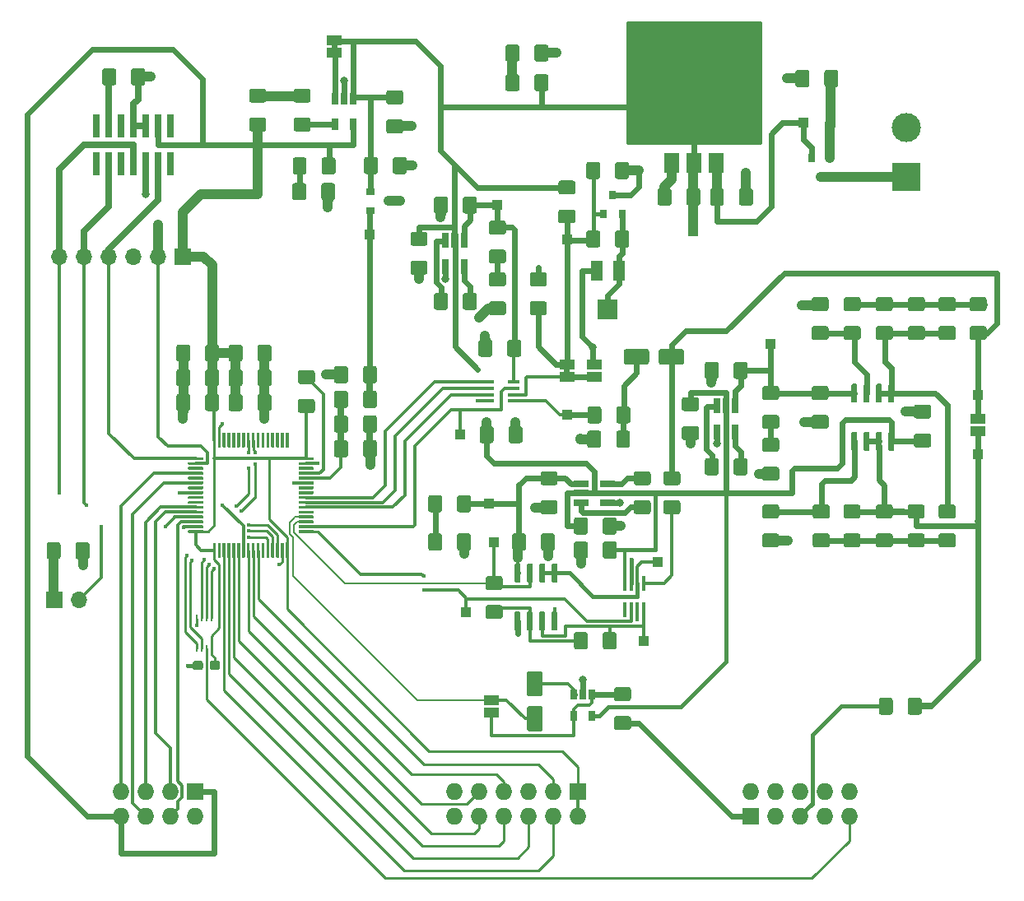
<source format=gbr>
G04 #@! TF.GenerationSoftware,KiCad,Pcbnew,5.1.5-52549c5~84~ubuntu18.04.1*
G04 #@! TF.CreationDate,2020-03-15T18:43:17+00:00*
G04 #@! TF.ProjectId,FunctionGeneratorCortexM4,46756e63-7469-46f6-9e47-656e65726174,B*
G04 #@! TF.SameCoordinates,Original*
G04 #@! TF.FileFunction,Copper,L1,Top*
G04 #@! TF.FilePolarity,Positive*
%FSLAX46Y46*%
G04 Gerber Fmt 4.6, Leading zero omitted, Abs format (unit mm)*
G04 Created by KiCad (PCBNEW 5.1.5-52549c5~84~ubuntu18.04.1) date 2020-03-15 18:43:17*
%MOMM*%
%LPD*%
G04 APERTURE LIST*
%ADD10C,0.100000*%
%ADD11R,0.250000X0.750000*%
%ADD12R,1.300000X2.000000*%
%ADD13R,2.000000X2.000000*%
%ADD14R,0.650000X1.560000*%
%ADD15R,1.560000X0.650000*%
%ADD16R,1.220000X0.400000*%
%ADD17R,0.400000X1.560000*%
%ADD18R,1.000000X1.000000*%
%ADD19R,1.500000X1.000000*%
%ADD20R,0.650000X1.060000*%
%ADD21R,0.800000X0.900000*%
%ADD22R,1.500000X2.000000*%
%ADD23R,3.800000X2.000000*%
%ADD24R,0.650000X1.220000*%
%ADD25O,1.727200X1.727200*%
%ADD26R,1.727200X1.727200*%
%ADD27R,0.900000X0.800000*%
%ADD28R,1.100000X1.100000*%
%ADD29O,1.700000X1.700000*%
%ADD30R,1.700000X1.700000*%
%ADD31R,0.740000X2.400000*%
%ADD32R,3.000000X3.000000*%
%ADD33C,3.000000*%
%ADD34C,0.400000*%
%ADD35C,0.800000*%
%ADD36C,0.650000*%
%ADD37C,0.600000*%
%ADD38C,0.300000*%
%ADD39C,0.400000*%
%ADD40C,1.000000*%
%ADD41C,0.250000*%
%ADD42C,0.200000*%
%ADD43C,0.254000*%
G04 APERTURE END LIST*
D10*
G36*
X159177000Y-80903000D02*
G01*
X159177000Y-81403000D01*
X158577000Y-81403000D01*
X158577000Y-80903000D01*
X159177000Y-80903000D01*
G37*
G36*
X135268200Y-47592000D02*
G01*
X135268200Y-48092000D01*
X134668200Y-48092000D01*
X134668200Y-47592000D01*
X135268200Y-47592000D01*
G37*
G04 #@! TA.AperFunction,SMDPad,CuDef*
G36*
X156580104Y-74042504D02*
G01*
X156604373Y-74046104D01*
X156628171Y-74052065D01*
X156651271Y-74060330D01*
X156673449Y-74070820D01*
X156694493Y-74083433D01*
X156714198Y-74098047D01*
X156732377Y-74114523D01*
X156748853Y-74132702D01*
X156763467Y-74152407D01*
X156776080Y-74173451D01*
X156786570Y-74195629D01*
X156794835Y-74218729D01*
X156800796Y-74242527D01*
X156804396Y-74266796D01*
X156805600Y-74291300D01*
X156805600Y-75216300D01*
X156804396Y-75240804D01*
X156800796Y-75265073D01*
X156794835Y-75288871D01*
X156786570Y-75311971D01*
X156776080Y-75334149D01*
X156763467Y-75355193D01*
X156748853Y-75374898D01*
X156732377Y-75393077D01*
X156714198Y-75409553D01*
X156694493Y-75424167D01*
X156673449Y-75436780D01*
X156651271Y-75447270D01*
X156628171Y-75455535D01*
X156604373Y-75461496D01*
X156580104Y-75465096D01*
X156555600Y-75466300D01*
X155305600Y-75466300D01*
X155281096Y-75465096D01*
X155256827Y-75461496D01*
X155233029Y-75455535D01*
X155209929Y-75447270D01*
X155187751Y-75436780D01*
X155166707Y-75424167D01*
X155147002Y-75409553D01*
X155128823Y-75393077D01*
X155112347Y-75374898D01*
X155097733Y-75355193D01*
X155085120Y-75334149D01*
X155074630Y-75311971D01*
X155066365Y-75288871D01*
X155060404Y-75265073D01*
X155056804Y-75240804D01*
X155055600Y-75216300D01*
X155055600Y-74291300D01*
X155056804Y-74266796D01*
X155060404Y-74242527D01*
X155066365Y-74218729D01*
X155074630Y-74195629D01*
X155085120Y-74173451D01*
X155097733Y-74152407D01*
X155112347Y-74132702D01*
X155128823Y-74114523D01*
X155147002Y-74098047D01*
X155166707Y-74083433D01*
X155187751Y-74070820D01*
X155209929Y-74060330D01*
X155233029Y-74052065D01*
X155256827Y-74046104D01*
X155281096Y-74042504D01*
X155305600Y-74041300D01*
X156555600Y-74041300D01*
X156580104Y-74042504D01*
G37*
G04 #@! TD.AperFunction*
G04 #@! TA.AperFunction,SMDPad,CuDef*
G36*
X156580104Y-71067504D02*
G01*
X156604373Y-71071104D01*
X156628171Y-71077065D01*
X156651271Y-71085330D01*
X156673449Y-71095820D01*
X156694493Y-71108433D01*
X156714198Y-71123047D01*
X156732377Y-71139523D01*
X156748853Y-71157702D01*
X156763467Y-71177407D01*
X156776080Y-71198451D01*
X156786570Y-71220629D01*
X156794835Y-71243729D01*
X156800796Y-71267527D01*
X156804396Y-71291796D01*
X156805600Y-71316300D01*
X156805600Y-72241300D01*
X156804396Y-72265804D01*
X156800796Y-72290073D01*
X156794835Y-72313871D01*
X156786570Y-72336971D01*
X156776080Y-72359149D01*
X156763467Y-72380193D01*
X156748853Y-72399898D01*
X156732377Y-72418077D01*
X156714198Y-72434553D01*
X156694493Y-72449167D01*
X156673449Y-72461780D01*
X156651271Y-72472270D01*
X156628171Y-72480535D01*
X156604373Y-72486496D01*
X156580104Y-72490096D01*
X156555600Y-72491300D01*
X155305600Y-72491300D01*
X155281096Y-72490096D01*
X155256827Y-72486496D01*
X155233029Y-72480535D01*
X155209929Y-72472270D01*
X155187751Y-72461780D01*
X155166707Y-72449167D01*
X155147002Y-72434553D01*
X155128823Y-72418077D01*
X155112347Y-72399898D01*
X155097733Y-72380193D01*
X155085120Y-72359149D01*
X155074630Y-72336971D01*
X155066365Y-72313871D01*
X155060404Y-72290073D01*
X155056804Y-72265804D01*
X155055600Y-72241300D01*
X155055600Y-71316300D01*
X155056804Y-71291796D01*
X155060404Y-71267527D01*
X155066365Y-71243729D01*
X155074630Y-71220629D01*
X155085120Y-71198451D01*
X155097733Y-71177407D01*
X155112347Y-71157702D01*
X155128823Y-71139523D01*
X155147002Y-71123047D01*
X155166707Y-71108433D01*
X155187751Y-71095820D01*
X155209929Y-71085330D01*
X155233029Y-71077065D01*
X155256827Y-71071104D01*
X155281096Y-71067504D01*
X155305600Y-71066300D01*
X156555600Y-71066300D01*
X156580104Y-71067504D01*
G37*
G04 #@! TD.AperFunction*
G04 #@! TA.AperFunction,SMDPad,CuDef*
G36*
X121228779Y-111032144D02*
G01*
X121251834Y-111035563D01*
X121274443Y-111041227D01*
X121296387Y-111049079D01*
X121317457Y-111059044D01*
X121337448Y-111071026D01*
X121356168Y-111084910D01*
X121373438Y-111100562D01*
X121389090Y-111117832D01*
X121402974Y-111136552D01*
X121414956Y-111156543D01*
X121424921Y-111177613D01*
X121432773Y-111199557D01*
X121438437Y-111222166D01*
X121441856Y-111245221D01*
X121443000Y-111268500D01*
X121443000Y-111743500D01*
X121441856Y-111766779D01*
X121438437Y-111789834D01*
X121432773Y-111812443D01*
X121424921Y-111834387D01*
X121414956Y-111855457D01*
X121402974Y-111875448D01*
X121389090Y-111894168D01*
X121373438Y-111911438D01*
X121356168Y-111927090D01*
X121337448Y-111940974D01*
X121317457Y-111952956D01*
X121296387Y-111962921D01*
X121274443Y-111970773D01*
X121251834Y-111976437D01*
X121228779Y-111979856D01*
X121205500Y-111981000D01*
X120630500Y-111981000D01*
X120607221Y-111979856D01*
X120584166Y-111976437D01*
X120561557Y-111970773D01*
X120539613Y-111962921D01*
X120518543Y-111952956D01*
X120498552Y-111940974D01*
X120479832Y-111927090D01*
X120462562Y-111911438D01*
X120446910Y-111894168D01*
X120433026Y-111875448D01*
X120421044Y-111855457D01*
X120411079Y-111834387D01*
X120403227Y-111812443D01*
X120397563Y-111789834D01*
X120394144Y-111766779D01*
X120393000Y-111743500D01*
X120393000Y-111268500D01*
X120394144Y-111245221D01*
X120397563Y-111222166D01*
X120403227Y-111199557D01*
X120411079Y-111177613D01*
X120421044Y-111156543D01*
X120433026Y-111136552D01*
X120446910Y-111117832D01*
X120462562Y-111100562D01*
X120479832Y-111084910D01*
X120498552Y-111071026D01*
X120518543Y-111059044D01*
X120539613Y-111049079D01*
X120561557Y-111041227D01*
X120584166Y-111035563D01*
X120607221Y-111032144D01*
X120630500Y-111031000D01*
X121205500Y-111031000D01*
X121228779Y-111032144D01*
G37*
G04 #@! TD.AperFunction*
G04 #@! TA.AperFunction,SMDPad,CuDef*
G36*
X122978779Y-111032144D02*
G01*
X123001834Y-111035563D01*
X123024443Y-111041227D01*
X123046387Y-111049079D01*
X123067457Y-111059044D01*
X123087448Y-111071026D01*
X123106168Y-111084910D01*
X123123438Y-111100562D01*
X123139090Y-111117832D01*
X123152974Y-111136552D01*
X123164956Y-111156543D01*
X123174921Y-111177613D01*
X123182773Y-111199557D01*
X123188437Y-111222166D01*
X123191856Y-111245221D01*
X123193000Y-111268500D01*
X123193000Y-111743500D01*
X123191856Y-111766779D01*
X123188437Y-111789834D01*
X123182773Y-111812443D01*
X123174921Y-111834387D01*
X123164956Y-111855457D01*
X123152974Y-111875448D01*
X123139090Y-111894168D01*
X123123438Y-111911438D01*
X123106168Y-111927090D01*
X123087448Y-111940974D01*
X123067457Y-111952956D01*
X123046387Y-111962921D01*
X123024443Y-111970773D01*
X123001834Y-111976437D01*
X122978779Y-111979856D01*
X122955500Y-111981000D01*
X122380500Y-111981000D01*
X122357221Y-111979856D01*
X122334166Y-111976437D01*
X122311557Y-111970773D01*
X122289613Y-111962921D01*
X122268543Y-111952956D01*
X122248552Y-111940974D01*
X122229832Y-111927090D01*
X122212562Y-111911438D01*
X122196910Y-111894168D01*
X122183026Y-111875448D01*
X122171044Y-111855457D01*
X122161079Y-111834387D01*
X122153227Y-111812443D01*
X122147563Y-111789834D01*
X122144144Y-111766779D01*
X122143000Y-111743500D01*
X122143000Y-111268500D01*
X122144144Y-111245221D01*
X122147563Y-111222166D01*
X122153227Y-111199557D01*
X122161079Y-111177613D01*
X122171044Y-111156543D01*
X122183026Y-111136552D01*
X122196910Y-111117832D01*
X122212562Y-111100562D01*
X122229832Y-111084910D01*
X122248552Y-111071026D01*
X122268543Y-111059044D01*
X122289613Y-111049079D01*
X122311557Y-111041227D01*
X122334166Y-111035563D01*
X122357221Y-111032144D01*
X122380500Y-111031000D01*
X122955500Y-111031000D01*
X122978779Y-111032144D01*
G37*
G04 #@! TD.AperFunction*
D11*
X122289000Y-109754000D03*
X121789000Y-109754000D03*
X121289000Y-109754000D03*
X120789000Y-109754000D03*
X120789000Y-106654000D03*
X121289000Y-106654000D03*
X121789000Y-106654000D03*
X122289000Y-106654000D03*
G04 #@! TA.AperFunction,SMDPad,CuDef*
D10*
G36*
X142182504Y-59197204D02*
G01*
X142206773Y-59200804D01*
X142230571Y-59206765D01*
X142253671Y-59215030D01*
X142275849Y-59225520D01*
X142296893Y-59238133D01*
X142316598Y-59252747D01*
X142334777Y-59269223D01*
X142351253Y-59287402D01*
X142365867Y-59307107D01*
X142378480Y-59328151D01*
X142388970Y-59350329D01*
X142397235Y-59373429D01*
X142403196Y-59397227D01*
X142406796Y-59421496D01*
X142408000Y-59446000D01*
X142408000Y-60696000D01*
X142406796Y-60720504D01*
X142403196Y-60744773D01*
X142397235Y-60768571D01*
X142388970Y-60791671D01*
X142378480Y-60813849D01*
X142365867Y-60834893D01*
X142351253Y-60854598D01*
X142334777Y-60872777D01*
X142316598Y-60889253D01*
X142296893Y-60903867D01*
X142275849Y-60916480D01*
X142253671Y-60926970D01*
X142230571Y-60935235D01*
X142206773Y-60941196D01*
X142182504Y-60944796D01*
X142158000Y-60946000D01*
X141233000Y-60946000D01*
X141208496Y-60944796D01*
X141184227Y-60941196D01*
X141160429Y-60935235D01*
X141137329Y-60926970D01*
X141115151Y-60916480D01*
X141094107Y-60903867D01*
X141074402Y-60889253D01*
X141056223Y-60872777D01*
X141039747Y-60854598D01*
X141025133Y-60834893D01*
X141012520Y-60813849D01*
X141002030Y-60791671D01*
X140993765Y-60768571D01*
X140987804Y-60744773D01*
X140984204Y-60720504D01*
X140983000Y-60696000D01*
X140983000Y-59446000D01*
X140984204Y-59421496D01*
X140987804Y-59397227D01*
X140993765Y-59373429D01*
X141002030Y-59350329D01*
X141012520Y-59328151D01*
X141025133Y-59307107D01*
X141039747Y-59287402D01*
X141056223Y-59269223D01*
X141074402Y-59252747D01*
X141094107Y-59238133D01*
X141115151Y-59225520D01*
X141137329Y-59215030D01*
X141160429Y-59206765D01*
X141184227Y-59200804D01*
X141208496Y-59197204D01*
X141233000Y-59196000D01*
X142158000Y-59196000D01*
X142182504Y-59197204D01*
G37*
G04 #@! TD.AperFunction*
G04 #@! TA.AperFunction,SMDPad,CuDef*
G36*
X139207504Y-59197204D02*
G01*
X139231773Y-59200804D01*
X139255571Y-59206765D01*
X139278671Y-59215030D01*
X139300849Y-59225520D01*
X139321893Y-59238133D01*
X139341598Y-59252747D01*
X139359777Y-59269223D01*
X139376253Y-59287402D01*
X139390867Y-59307107D01*
X139403480Y-59328151D01*
X139413970Y-59350329D01*
X139422235Y-59373429D01*
X139428196Y-59397227D01*
X139431796Y-59421496D01*
X139433000Y-59446000D01*
X139433000Y-60696000D01*
X139431796Y-60720504D01*
X139428196Y-60744773D01*
X139422235Y-60768571D01*
X139413970Y-60791671D01*
X139403480Y-60813849D01*
X139390867Y-60834893D01*
X139376253Y-60854598D01*
X139359777Y-60872777D01*
X139341598Y-60889253D01*
X139321893Y-60903867D01*
X139300849Y-60916480D01*
X139278671Y-60926970D01*
X139255571Y-60935235D01*
X139231773Y-60941196D01*
X139207504Y-60944796D01*
X139183000Y-60946000D01*
X138258000Y-60946000D01*
X138233496Y-60944796D01*
X138209227Y-60941196D01*
X138185429Y-60935235D01*
X138162329Y-60926970D01*
X138140151Y-60916480D01*
X138119107Y-60903867D01*
X138099402Y-60889253D01*
X138081223Y-60872777D01*
X138064747Y-60854598D01*
X138050133Y-60834893D01*
X138037520Y-60813849D01*
X138027030Y-60791671D01*
X138018765Y-60768571D01*
X138012804Y-60744773D01*
X138009204Y-60720504D01*
X138008000Y-60696000D01*
X138008000Y-59446000D01*
X138009204Y-59421496D01*
X138012804Y-59397227D01*
X138018765Y-59373429D01*
X138027030Y-59350329D01*
X138037520Y-59328151D01*
X138050133Y-59307107D01*
X138064747Y-59287402D01*
X138081223Y-59269223D01*
X138099402Y-59252747D01*
X138119107Y-59238133D01*
X138140151Y-59225520D01*
X138162329Y-59215030D01*
X138185429Y-59206765D01*
X138209227Y-59200804D01*
X138233496Y-59197204D01*
X138258000Y-59196000D01*
X139183000Y-59196000D01*
X139207504Y-59197204D01*
G37*
G04 #@! TD.AperFunction*
G04 #@! TA.AperFunction,SMDPad,CuDef*
G36*
X172226504Y-86882204D02*
G01*
X172250773Y-86885804D01*
X172274571Y-86891765D01*
X172297671Y-86900030D01*
X172319849Y-86910520D01*
X172340893Y-86923133D01*
X172360598Y-86937747D01*
X172378777Y-86954223D01*
X172395253Y-86972402D01*
X172409867Y-86992107D01*
X172422480Y-87013151D01*
X172432970Y-87035329D01*
X172441235Y-87058429D01*
X172447196Y-87082227D01*
X172450796Y-87106496D01*
X172452000Y-87131000D01*
X172452000Y-88056000D01*
X172450796Y-88080504D01*
X172447196Y-88104773D01*
X172441235Y-88128571D01*
X172432970Y-88151671D01*
X172422480Y-88173849D01*
X172409867Y-88194893D01*
X172395253Y-88214598D01*
X172378777Y-88232777D01*
X172360598Y-88249253D01*
X172340893Y-88263867D01*
X172319849Y-88276480D01*
X172297671Y-88286970D01*
X172274571Y-88295235D01*
X172250773Y-88301196D01*
X172226504Y-88304796D01*
X172202000Y-88306000D01*
X170952000Y-88306000D01*
X170927496Y-88304796D01*
X170903227Y-88301196D01*
X170879429Y-88295235D01*
X170856329Y-88286970D01*
X170834151Y-88276480D01*
X170813107Y-88263867D01*
X170793402Y-88249253D01*
X170775223Y-88232777D01*
X170758747Y-88214598D01*
X170744133Y-88194893D01*
X170731520Y-88173849D01*
X170721030Y-88151671D01*
X170712765Y-88128571D01*
X170706804Y-88104773D01*
X170703204Y-88080504D01*
X170702000Y-88056000D01*
X170702000Y-87131000D01*
X170703204Y-87106496D01*
X170706804Y-87082227D01*
X170712765Y-87058429D01*
X170721030Y-87035329D01*
X170731520Y-87013151D01*
X170744133Y-86992107D01*
X170758747Y-86972402D01*
X170775223Y-86954223D01*
X170793402Y-86937747D01*
X170813107Y-86923133D01*
X170834151Y-86910520D01*
X170856329Y-86900030D01*
X170879429Y-86891765D01*
X170903227Y-86885804D01*
X170927496Y-86882204D01*
X170952000Y-86881000D01*
X172202000Y-86881000D01*
X172226504Y-86882204D01*
G37*
G04 #@! TD.AperFunction*
G04 #@! TA.AperFunction,SMDPad,CuDef*
G36*
X172226504Y-83907204D02*
G01*
X172250773Y-83910804D01*
X172274571Y-83916765D01*
X172297671Y-83925030D01*
X172319849Y-83935520D01*
X172340893Y-83948133D01*
X172360598Y-83962747D01*
X172378777Y-83979223D01*
X172395253Y-83997402D01*
X172409867Y-84017107D01*
X172422480Y-84038151D01*
X172432970Y-84060329D01*
X172441235Y-84083429D01*
X172447196Y-84107227D01*
X172450796Y-84131496D01*
X172452000Y-84156000D01*
X172452000Y-85081000D01*
X172450796Y-85105504D01*
X172447196Y-85129773D01*
X172441235Y-85153571D01*
X172432970Y-85176671D01*
X172422480Y-85198849D01*
X172409867Y-85219893D01*
X172395253Y-85239598D01*
X172378777Y-85257777D01*
X172360598Y-85274253D01*
X172340893Y-85288867D01*
X172319849Y-85301480D01*
X172297671Y-85311970D01*
X172274571Y-85320235D01*
X172250773Y-85326196D01*
X172226504Y-85329796D01*
X172202000Y-85331000D01*
X170952000Y-85331000D01*
X170927496Y-85329796D01*
X170903227Y-85326196D01*
X170879429Y-85320235D01*
X170856329Y-85311970D01*
X170834151Y-85301480D01*
X170813107Y-85288867D01*
X170793402Y-85274253D01*
X170775223Y-85257777D01*
X170758747Y-85239598D01*
X170744133Y-85219893D01*
X170731520Y-85198849D01*
X170721030Y-85176671D01*
X170712765Y-85153571D01*
X170706804Y-85129773D01*
X170703204Y-85105504D01*
X170702000Y-85081000D01*
X170702000Y-84156000D01*
X170703204Y-84131496D01*
X170706804Y-84107227D01*
X170712765Y-84083429D01*
X170721030Y-84060329D01*
X170731520Y-84038151D01*
X170744133Y-84017107D01*
X170758747Y-83997402D01*
X170775223Y-83979223D01*
X170793402Y-83962747D01*
X170813107Y-83948133D01*
X170834151Y-83935520D01*
X170856329Y-83925030D01*
X170879429Y-83916765D01*
X170903227Y-83910804D01*
X170927496Y-83907204D01*
X170952000Y-83906000D01*
X172202000Y-83906000D01*
X172226504Y-83907204D01*
G37*
G04 #@! TD.AperFunction*
G04 #@! TA.AperFunction,SMDPad,CuDef*
G36*
X163772504Y-96281204D02*
G01*
X163796773Y-96284804D01*
X163820571Y-96290765D01*
X163843671Y-96299030D01*
X163865849Y-96309520D01*
X163886893Y-96322133D01*
X163906598Y-96336747D01*
X163924777Y-96353223D01*
X163941253Y-96371402D01*
X163955867Y-96391107D01*
X163968480Y-96412151D01*
X163978970Y-96434329D01*
X163987235Y-96457429D01*
X163993196Y-96481227D01*
X163996796Y-96505496D01*
X163998000Y-96530000D01*
X163998000Y-97780000D01*
X163996796Y-97804504D01*
X163993196Y-97828773D01*
X163987235Y-97852571D01*
X163978970Y-97875671D01*
X163968480Y-97897849D01*
X163955867Y-97918893D01*
X163941253Y-97938598D01*
X163924777Y-97956777D01*
X163906598Y-97973253D01*
X163886893Y-97987867D01*
X163865849Y-98000480D01*
X163843671Y-98010970D01*
X163820571Y-98019235D01*
X163796773Y-98025196D01*
X163772504Y-98028796D01*
X163748000Y-98030000D01*
X162823000Y-98030000D01*
X162798496Y-98028796D01*
X162774227Y-98025196D01*
X162750429Y-98019235D01*
X162727329Y-98010970D01*
X162705151Y-98000480D01*
X162684107Y-97987867D01*
X162664402Y-97973253D01*
X162646223Y-97956777D01*
X162629747Y-97938598D01*
X162615133Y-97918893D01*
X162602520Y-97897849D01*
X162592030Y-97875671D01*
X162583765Y-97852571D01*
X162577804Y-97828773D01*
X162574204Y-97804504D01*
X162573000Y-97780000D01*
X162573000Y-96530000D01*
X162574204Y-96505496D01*
X162577804Y-96481227D01*
X162583765Y-96457429D01*
X162592030Y-96434329D01*
X162602520Y-96412151D01*
X162615133Y-96391107D01*
X162629747Y-96371402D01*
X162646223Y-96353223D01*
X162664402Y-96336747D01*
X162684107Y-96322133D01*
X162705151Y-96309520D01*
X162727329Y-96299030D01*
X162750429Y-96290765D01*
X162774227Y-96284804D01*
X162798496Y-96281204D01*
X162823000Y-96280000D01*
X163748000Y-96280000D01*
X163772504Y-96281204D01*
G37*
G04 #@! TD.AperFunction*
G04 #@! TA.AperFunction,SMDPad,CuDef*
G36*
X160797504Y-96281204D02*
G01*
X160821773Y-96284804D01*
X160845571Y-96290765D01*
X160868671Y-96299030D01*
X160890849Y-96309520D01*
X160911893Y-96322133D01*
X160931598Y-96336747D01*
X160949777Y-96353223D01*
X160966253Y-96371402D01*
X160980867Y-96391107D01*
X160993480Y-96412151D01*
X161003970Y-96434329D01*
X161012235Y-96457429D01*
X161018196Y-96481227D01*
X161021796Y-96505496D01*
X161023000Y-96530000D01*
X161023000Y-97780000D01*
X161021796Y-97804504D01*
X161018196Y-97828773D01*
X161012235Y-97852571D01*
X161003970Y-97875671D01*
X160993480Y-97897849D01*
X160980867Y-97918893D01*
X160966253Y-97938598D01*
X160949777Y-97956777D01*
X160931598Y-97973253D01*
X160911893Y-97987867D01*
X160890849Y-98000480D01*
X160868671Y-98010970D01*
X160845571Y-98019235D01*
X160821773Y-98025196D01*
X160797504Y-98028796D01*
X160773000Y-98030000D01*
X159848000Y-98030000D01*
X159823496Y-98028796D01*
X159799227Y-98025196D01*
X159775429Y-98019235D01*
X159752329Y-98010970D01*
X159730151Y-98000480D01*
X159709107Y-97987867D01*
X159689402Y-97973253D01*
X159671223Y-97956777D01*
X159654747Y-97938598D01*
X159640133Y-97918893D01*
X159627520Y-97897849D01*
X159617030Y-97875671D01*
X159608765Y-97852571D01*
X159602804Y-97828773D01*
X159599204Y-97804504D01*
X159598000Y-97780000D01*
X159598000Y-96530000D01*
X159599204Y-96505496D01*
X159602804Y-96481227D01*
X159608765Y-96457429D01*
X159617030Y-96434329D01*
X159627520Y-96412151D01*
X159640133Y-96391107D01*
X159654747Y-96371402D01*
X159671223Y-96353223D01*
X159689402Y-96336747D01*
X159709107Y-96322133D01*
X159730151Y-96309520D01*
X159752329Y-96299030D01*
X159775429Y-96290765D01*
X159799227Y-96284804D01*
X159823496Y-96281204D01*
X159848000Y-96280000D01*
X160773000Y-96280000D01*
X160797504Y-96281204D01*
G37*
G04 #@! TD.AperFunction*
G04 #@! TA.AperFunction,SMDPad,CuDef*
G36*
X144311904Y-69864204D02*
G01*
X144336173Y-69867804D01*
X144359971Y-69873765D01*
X144383071Y-69882030D01*
X144405249Y-69892520D01*
X144426293Y-69905133D01*
X144445998Y-69919747D01*
X144464177Y-69936223D01*
X144480653Y-69954402D01*
X144495267Y-69974107D01*
X144507880Y-69995151D01*
X144518370Y-70017329D01*
X144526635Y-70040429D01*
X144532596Y-70064227D01*
X144536196Y-70088496D01*
X144537400Y-70113000D01*
X144537400Y-71038000D01*
X144536196Y-71062504D01*
X144532596Y-71086773D01*
X144526635Y-71110571D01*
X144518370Y-71133671D01*
X144507880Y-71155849D01*
X144495267Y-71176893D01*
X144480653Y-71196598D01*
X144464177Y-71214777D01*
X144445998Y-71231253D01*
X144426293Y-71245867D01*
X144405249Y-71258480D01*
X144383071Y-71268970D01*
X144359971Y-71277235D01*
X144336173Y-71283196D01*
X144311904Y-71286796D01*
X144287400Y-71288000D01*
X143037400Y-71288000D01*
X143012896Y-71286796D01*
X142988627Y-71283196D01*
X142964829Y-71277235D01*
X142941729Y-71268970D01*
X142919551Y-71258480D01*
X142898507Y-71245867D01*
X142878802Y-71231253D01*
X142860623Y-71214777D01*
X142844147Y-71196598D01*
X142829533Y-71176893D01*
X142816920Y-71155849D01*
X142806430Y-71133671D01*
X142798165Y-71110571D01*
X142792204Y-71086773D01*
X142788604Y-71062504D01*
X142787400Y-71038000D01*
X142787400Y-70113000D01*
X142788604Y-70088496D01*
X142792204Y-70064227D01*
X142798165Y-70040429D01*
X142806430Y-70017329D01*
X142816920Y-69995151D01*
X142829533Y-69974107D01*
X142844147Y-69954402D01*
X142860623Y-69936223D01*
X142878802Y-69919747D01*
X142898507Y-69905133D01*
X142919551Y-69892520D01*
X142941729Y-69882030D01*
X142964829Y-69873765D01*
X142988627Y-69867804D01*
X143012896Y-69864204D01*
X143037400Y-69863000D01*
X144287400Y-69863000D01*
X144311904Y-69864204D01*
G37*
G04 #@! TD.AperFunction*
G04 #@! TA.AperFunction,SMDPad,CuDef*
G36*
X144311904Y-66889204D02*
G01*
X144336173Y-66892804D01*
X144359971Y-66898765D01*
X144383071Y-66907030D01*
X144405249Y-66917520D01*
X144426293Y-66930133D01*
X144445998Y-66944747D01*
X144464177Y-66961223D01*
X144480653Y-66979402D01*
X144495267Y-66999107D01*
X144507880Y-67020151D01*
X144518370Y-67042329D01*
X144526635Y-67065429D01*
X144532596Y-67089227D01*
X144536196Y-67113496D01*
X144537400Y-67138000D01*
X144537400Y-68063000D01*
X144536196Y-68087504D01*
X144532596Y-68111773D01*
X144526635Y-68135571D01*
X144518370Y-68158671D01*
X144507880Y-68180849D01*
X144495267Y-68201893D01*
X144480653Y-68221598D01*
X144464177Y-68239777D01*
X144445998Y-68256253D01*
X144426293Y-68270867D01*
X144405249Y-68283480D01*
X144383071Y-68293970D01*
X144359971Y-68302235D01*
X144336173Y-68308196D01*
X144311904Y-68311796D01*
X144287400Y-68313000D01*
X143037400Y-68313000D01*
X143012896Y-68311796D01*
X142988627Y-68308196D01*
X142964829Y-68302235D01*
X142941729Y-68293970D01*
X142919551Y-68283480D01*
X142898507Y-68270867D01*
X142878802Y-68256253D01*
X142860623Y-68239777D01*
X142844147Y-68221598D01*
X142829533Y-68201893D01*
X142816920Y-68180849D01*
X142806430Y-68158671D01*
X142798165Y-68135571D01*
X142792204Y-68111773D01*
X142788604Y-68087504D01*
X142787400Y-68063000D01*
X142787400Y-67138000D01*
X142788604Y-67113496D01*
X142792204Y-67089227D01*
X142798165Y-67065429D01*
X142806430Y-67042329D01*
X142816920Y-67020151D01*
X142829533Y-66999107D01*
X142844147Y-66979402D01*
X142860623Y-66961223D01*
X142878802Y-66944747D01*
X142898507Y-66930133D01*
X142919551Y-66917520D01*
X142941729Y-66907030D01*
X142964829Y-66898765D01*
X142988627Y-66892804D01*
X143012896Y-66889204D01*
X143037400Y-66888000D01*
X144287400Y-66888000D01*
X144311904Y-66889204D01*
G37*
G04 #@! TD.AperFunction*
G04 #@! TA.AperFunction,SMDPad,CuDef*
G36*
X165042504Y-59705204D02*
G01*
X165066773Y-59708804D01*
X165090571Y-59714765D01*
X165113671Y-59723030D01*
X165135849Y-59733520D01*
X165156893Y-59746133D01*
X165176598Y-59760747D01*
X165194777Y-59777223D01*
X165211253Y-59795402D01*
X165225867Y-59815107D01*
X165238480Y-59836151D01*
X165248970Y-59858329D01*
X165257235Y-59881429D01*
X165263196Y-59905227D01*
X165266796Y-59929496D01*
X165268000Y-59954000D01*
X165268000Y-61204000D01*
X165266796Y-61228504D01*
X165263196Y-61252773D01*
X165257235Y-61276571D01*
X165248970Y-61299671D01*
X165238480Y-61321849D01*
X165225867Y-61342893D01*
X165211253Y-61362598D01*
X165194777Y-61380777D01*
X165176598Y-61397253D01*
X165156893Y-61411867D01*
X165135849Y-61424480D01*
X165113671Y-61434970D01*
X165090571Y-61443235D01*
X165066773Y-61449196D01*
X165042504Y-61452796D01*
X165018000Y-61454000D01*
X164093000Y-61454000D01*
X164068496Y-61452796D01*
X164044227Y-61449196D01*
X164020429Y-61443235D01*
X163997329Y-61434970D01*
X163975151Y-61424480D01*
X163954107Y-61411867D01*
X163934402Y-61397253D01*
X163916223Y-61380777D01*
X163899747Y-61362598D01*
X163885133Y-61342893D01*
X163872520Y-61321849D01*
X163862030Y-61299671D01*
X163853765Y-61276571D01*
X163847804Y-61252773D01*
X163844204Y-61228504D01*
X163843000Y-61204000D01*
X163843000Y-59954000D01*
X163844204Y-59929496D01*
X163847804Y-59905227D01*
X163853765Y-59881429D01*
X163862030Y-59858329D01*
X163872520Y-59836151D01*
X163885133Y-59815107D01*
X163899747Y-59795402D01*
X163916223Y-59777223D01*
X163934402Y-59760747D01*
X163954107Y-59746133D01*
X163975151Y-59733520D01*
X163997329Y-59723030D01*
X164020429Y-59714765D01*
X164044227Y-59708804D01*
X164068496Y-59705204D01*
X164093000Y-59704000D01*
X165018000Y-59704000D01*
X165042504Y-59705204D01*
G37*
G04 #@! TD.AperFunction*
G04 #@! TA.AperFunction,SMDPad,CuDef*
G36*
X162067504Y-59705204D02*
G01*
X162091773Y-59708804D01*
X162115571Y-59714765D01*
X162138671Y-59723030D01*
X162160849Y-59733520D01*
X162181893Y-59746133D01*
X162201598Y-59760747D01*
X162219777Y-59777223D01*
X162236253Y-59795402D01*
X162250867Y-59815107D01*
X162263480Y-59836151D01*
X162273970Y-59858329D01*
X162282235Y-59881429D01*
X162288196Y-59905227D01*
X162291796Y-59929496D01*
X162293000Y-59954000D01*
X162293000Y-61204000D01*
X162291796Y-61228504D01*
X162288196Y-61252773D01*
X162282235Y-61276571D01*
X162273970Y-61299671D01*
X162263480Y-61321849D01*
X162250867Y-61342893D01*
X162236253Y-61362598D01*
X162219777Y-61380777D01*
X162201598Y-61397253D01*
X162181893Y-61411867D01*
X162160849Y-61424480D01*
X162138671Y-61434970D01*
X162115571Y-61443235D01*
X162091773Y-61449196D01*
X162067504Y-61452796D01*
X162043000Y-61454000D01*
X161118000Y-61454000D01*
X161093496Y-61452796D01*
X161069227Y-61449196D01*
X161045429Y-61443235D01*
X161022329Y-61434970D01*
X161000151Y-61424480D01*
X160979107Y-61411867D01*
X160959402Y-61397253D01*
X160941223Y-61380777D01*
X160924747Y-61362598D01*
X160910133Y-61342893D01*
X160897520Y-61321849D01*
X160887030Y-61299671D01*
X160878765Y-61276571D01*
X160872804Y-61252773D01*
X160869204Y-61228504D01*
X160868000Y-61204000D01*
X160868000Y-59954000D01*
X160869204Y-59929496D01*
X160872804Y-59905227D01*
X160878765Y-59881429D01*
X160887030Y-59858329D01*
X160897520Y-59836151D01*
X160910133Y-59815107D01*
X160924747Y-59795402D01*
X160941223Y-59777223D01*
X160959402Y-59760747D01*
X160979107Y-59746133D01*
X161000151Y-59733520D01*
X161022329Y-59723030D01*
X161045429Y-59714765D01*
X161069227Y-59708804D01*
X161093496Y-59705204D01*
X161118000Y-59704000D01*
X162043000Y-59704000D01*
X162067504Y-59705204D01*
G37*
G04 #@! TD.AperFunction*
D12*
X161918000Y-70898000D03*
D13*
X163068000Y-74898000D03*
D12*
X164218000Y-70898000D03*
D14*
X176210000Y-87456000D03*
X174310000Y-87456000D03*
X174310000Y-84756000D03*
X175260000Y-84756000D03*
X176210000Y-84756000D03*
D15*
X163084500Y-92839500D03*
X163084500Y-94739500D03*
X160384500Y-94739500D03*
X160384500Y-93789500D03*
X160384500Y-92839500D03*
D14*
X148295400Y-70438000D03*
X146395400Y-70438000D03*
X146395400Y-67738000D03*
X147345400Y-67738000D03*
X148295400Y-67738000D03*
G04 #@! TA.AperFunction,SMDPad,CuDef*
D10*
G36*
X153955404Y-77993204D02*
G01*
X153979673Y-77996804D01*
X154003471Y-78002765D01*
X154026571Y-78011030D01*
X154048749Y-78021520D01*
X154069793Y-78034133D01*
X154089498Y-78048747D01*
X154107677Y-78065223D01*
X154124153Y-78083402D01*
X154138767Y-78103107D01*
X154151380Y-78124151D01*
X154161870Y-78146329D01*
X154170135Y-78169429D01*
X154176096Y-78193227D01*
X154179696Y-78217496D01*
X154180900Y-78242000D01*
X154180900Y-79492000D01*
X154179696Y-79516504D01*
X154176096Y-79540773D01*
X154170135Y-79564571D01*
X154161870Y-79587671D01*
X154151380Y-79609849D01*
X154138767Y-79630893D01*
X154124153Y-79650598D01*
X154107677Y-79668777D01*
X154089498Y-79685253D01*
X154069793Y-79699867D01*
X154048749Y-79712480D01*
X154026571Y-79722970D01*
X154003471Y-79731235D01*
X153979673Y-79737196D01*
X153955404Y-79740796D01*
X153930900Y-79742000D01*
X153005900Y-79742000D01*
X152981396Y-79740796D01*
X152957127Y-79737196D01*
X152933329Y-79731235D01*
X152910229Y-79722970D01*
X152888051Y-79712480D01*
X152867007Y-79699867D01*
X152847302Y-79685253D01*
X152829123Y-79668777D01*
X152812647Y-79650598D01*
X152798033Y-79630893D01*
X152785420Y-79609849D01*
X152774930Y-79587671D01*
X152766665Y-79564571D01*
X152760704Y-79540773D01*
X152757104Y-79516504D01*
X152755900Y-79492000D01*
X152755900Y-78242000D01*
X152757104Y-78217496D01*
X152760704Y-78193227D01*
X152766665Y-78169429D01*
X152774930Y-78146329D01*
X152785420Y-78124151D01*
X152798033Y-78103107D01*
X152812647Y-78083402D01*
X152829123Y-78065223D01*
X152847302Y-78048747D01*
X152867007Y-78034133D01*
X152888051Y-78021520D01*
X152910229Y-78011030D01*
X152933329Y-78002765D01*
X152957127Y-77996804D01*
X152981396Y-77993204D01*
X153005900Y-77992000D01*
X153930900Y-77992000D01*
X153955404Y-77993204D01*
G37*
G04 #@! TD.AperFunction*
G04 #@! TA.AperFunction,SMDPad,CuDef*
G36*
X150980404Y-77993204D02*
G01*
X151004673Y-77996804D01*
X151028471Y-78002765D01*
X151051571Y-78011030D01*
X151073749Y-78021520D01*
X151094793Y-78034133D01*
X151114498Y-78048747D01*
X151132677Y-78065223D01*
X151149153Y-78083402D01*
X151163767Y-78103107D01*
X151176380Y-78124151D01*
X151186870Y-78146329D01*
X151195135Y-78169429D01*
X151201096Y-78193227D01*
X151204696Y-78217496D01*
X151205900Y-78242000D01*
X151205900Y-79492000D01*
X151204696Y-79516504D01*
X151201096Y-79540773D01*
X151195135Y-79564571D01*
X151186870Y-79587671D01*
X151176380Y-79609849D01*
X151163767Y-79630893D01*
X151149153Y-79650598D01*
X151132677Y-79668777D01*
X151114498Y-79685253D01*
X151094793Y-79699867D01*
X151073749Y-79712480D01*
X151051571Y-79722970D01*
X151028471Y-79731235D01*
X151004673Y-79737196D01*
X150980404Y-79740796D01*
X150955900Y-79742000D01*
X150030900Y-79742000D01*
X150006396Y-79740796D01*
X149982127Y-79737196D01*
X149958329Y-79731235D01*
X149935229Y-79722970D01*
X149913051Y-79712480D01*
X149892007Y-79699867D01*
X149872302Y-79685253D01*
X149854123Y-79668777D01*
X149837647Y-79650598D01*
X149823033Y-79630893D01*
X149810420Y-79609849D01*
X149799930Y-79587671D01*
X149791665Y-79564571D01*
X149785704Y-79540773D01*
X149782104Y-79516504D01*
X149780900Y-79492000D01*
X149780900Y-78242000D01*
X149782104Y-78217496D01*
X149785704Y-78193227D01*
X149791665Y-78169429D01*
X149799930Y-78146329D01*
X149810420Y-78124151D01*
X149823033Y-78103107D01*
X149837647Y-78083402D01*
X149854123Y-78065223D01*
X149872302Y-78048747D01*
X149892007Y-78034133D01*
X149913051Y-78021520D01*
X149935229Y-78011030D01*
X149958329Y-78002765D01*
X149982127Y-77996804D01*
X150006396Y-77993204D01*
X150030900Y-77992000D01*
X150955900Y-77992000D01*
X150980404Y-77993204D01*
G37*
G04 #@! TD.AperFunction*
G04 #@! TA.AperFunction,SMDPad,CuDef*
G36*
X151107404Y-86883204D02*
G01*
X151131673Y-86886804D01*
X151155471Y-86892765D01*
X151178571Y-86901030D01*
X151200749Y-86911520D01*
X151221793Y-86924133D01*
X151241498Y-86938747D01*
X151259677Y-86955223D01*
X151276153Y-86973402D01*
X151290767Y-86993107D01*
X151303380Y-87014151D01*
X151313870Y-87036329D01*
X151322135Y-87059429D01*
X151328096Y-87083227D01*
X151331696Y-87107496D01*
X151332900Y-87132000D01*
X151332900Y-88382000D01*
X151331696Y-88406504D01*
X151328096Y-88430773D01*
X151322135Y-88454571D01*
X151313870Y-88477671D01*
X151303380Y-88499849D01*
X151290767Y-88520893D01*
X151276153Y-88540598D01*
X151259677Y-88558777D01*
X151241498Y-88575253D01*
X151221793Y-88589867D01*
X151200749Y-88602480D01*
X151178571Y-88612970D01*
X151155471Y-88621235D01*
X151131673Y-88627196D01*
X151107404Y-88630796D01*
X151082900Y-88632000D01*
X150157900Y-88632000D01*
X150133396Y-88630796D01*
X150109127Y-88627196D01*
X150085329Y-88621235D01*
X150062229Y-88612970D01*
X150040051Y-88602480D01*
X150019007Y-88589867D01*
X149999302Y-88575253D01*
X149981123Y-88558777D01*
X149964647Y-88540598D01*
X149950033Y-88520893D01*
X149937420Y-88499849D01*
X149926930Y-88477671D01*
X149918665Y-88454571D01*
X149912704Y-88430773D01*
X149909104Y-88406504D01*
X149907900Y-88382000D01*
X149907900Y-87132000D01*
X149909104Y-87107496D01*
X149912704Y-87083227D01*
X149918665Y-87059429D01*
X149926930Y-87036329D01*
X149937420Y-87014151D01*
X149950033Y-86993107D01*
X149964647Y-86973402D01*
X149981123Y-86955223D01*
X149999302Y-86938747D01*
X150019007Y-86924133D01*
X150040051Y-86911520D01*
X150062229Y-86901030D01*
X150085329Y-86892765D01*
X150109127Y-86886804D01*
X150133396Y-86883204D01*
X150157900Y-86882000D01*
X151082900Y-86882000D01*
X151107404Y-86883204D01*
G37*
G04 #@! TD.AperFunction*
G04 #@! TA.AperFunction,SMDPad,CuDef*
G36*
X154082404Y-86883204D02*
G01*
X154106673Y-86886804D01*
X154130471Y-86892765D01*
X154153571Y-86901030D01*
X154175749Y-86911520D01*
X154196793Y-86924133D01*
X154216498Y-86938747D01*
X154234677Y-86955223D01*
X154251153Y-86973402D01*
X154265767Y-86993107D01*
X154278380Y-87014151D01*
X154288870Y-87036329D01*
X154297135Y-87059429D01*
X154303096Y-87083227D01*
X154306696Y-87107496D01*
X154307900Y-87132000D01*
X154307900Y-88382000D01*
X154306696Y-88406504D01*
X154303096Y-88430773D01*
X154297135Y-88454571D01*
X154288870Y-88477671D01*
X154278380Y-88499849D01*
X154265767Y-88520893D01*
X154251153Y-88540598D01*
X154234677Y-88558777D01*
X154216498Y-88575253D01*
X154196793Y-88589867D01*
X154175749Y-88602480D01*
X154153571Y-88612970D01*
X154130471Y-88621235D01*
X154106673Y-88627196D01*
X154082404Y-88630796D01*
X154057900Y-88632000D01*
X153132900Y-88632000D01*
X153108396Y-88630796D01*
X153084127Y-88627196D01*
X153060329Y-88621235D01*
X153037229Y-88612970D01*
X153015051Y-88602480D01*
X152994007Y-88589867D01*
X152974302Y-88575253D01*
X152956123Y-88558777D01*
X152939647Y-88540598D01*
X152925033Y-88520893D01*
X152912420Y-88499849D01*
X152901930Y-88477671D01*
X152893665Y-88454571D01*
X152887704Y-88430773D01*
X152884104Y-88406504D01*
X152882900Y-88382000D01*
X152882900Y-87132000D01*
X152884104Y-87107496D01*
X152887704Y-87083227D01*
X152893665Y-87059429D01*
X152901930Y-87036329D01*
X152912420Y-87014151D01*
X152925033Y-86993107D01*
X152939647Y-86973402D01*
X152956123Y-86955223D01*
X152974302Y-86938747D01*
X152994007Y-86924133D01*
X153015051Y-86911520D01*
X153037229Y-86901030D01*
X153060329Y-86892765D01*
X153084127Y-86886804D01*
X153108396Y-86883204D01*
X153132900Y-86882000D01*
X154057900Y-86882000D01*
X154082404Y-86883204D01*
G37*
G04 #@! TD.AperFunction*
D16*
X150797900Y-84282000D03*
X150797900Y-83642000D03*
X150797900Y-82982000D03*
X150797900Y-82342000D03*
X153417900Y-82342000D03*
X153417900Y-82982000D03*
X153417900Y-83642000D03*
X153417900Y-84282000D03*
D17*
X166778500Y-105744000D03*
X166128500Y-105744000D03*
X165468500Y-105744000D03*
X164818500Y-105744000D03*
X164818500Y-103044000D03*
X165468500Y-103044000D03*
X166128500Y-103044000D03*
X166778500Y-103044000D03*
D18*
X179832000Y-78422500D03*
X151726900Y-64135000D03*
G04 #@! TA.AperFunction,SMDPad,CuDef*
D10*
G36*
X180481504Y-85739204D02*
G01*
X180505773Y-85742804D01*
X180529571Y-85748765D01*
X180552671Y-85757030D01*
X180574849Y-85767520D01*
X180595893Y-85780133D01*
X180615598Y-85794747D01*
X180633777Y-85811223D01*
X180650253Y-85829402D01*
X180664867Y-85849107D01*
X180677480Y-85870151D01*
X180687970Y-85892329D01*
X180696235Y-85915429D01*
X180702196Y-85939227D01*
X180705796Y-85963496D01*
X180707000Y-85988000D01*
X180707000Y-86913000D01*
X180705796Y-86937504D01*
X180702196Y-86961773D01*
X180696235Y-86985571D01*
X180687970Y-87008671D01*
X180677480Y-87030849D01*
X180664867Y-87051893D01*
X180650253Y-87071598D01*
X180633777Y-87089777D01*
X180615598Y-87106253D01*
X180595893Y-87120867D01*
X180574849Y-87133480D01*
X180552671Y-87143970D01*
X180529571Y-87152235D01*
X180505773Y-87158196D01*
X180481504Y-87161796D01*
X180457000Y-87163000D01*
X179207000Y-87163000D01*
X179182496Y-87161796D01*
X179158227Y-87158196D01*
X179134429Y-87152235D01*
X179111329Y-87143970D01*
X179089151Y-87133480D01*
X179068107Y-87120867D01*
X179048402Y-87106253D01*
X179030223Y-87089777D01*
X179013747Y-87071598D01*
X178999133Y-87051893D01*
X178986520Y-87030849D01*
X178976030Y-87008671D01*
X178967765Y-86985571D01*
X178961804Y-86961773D01*
X178958204Y-86937504D01*
X178957000Y-86913000D01*
X178957000Y-85988000D01*
X178958204Y-85963496D01*
X178961804Y-85939227D01*
X178967765Y-85915429D01*
X178976030Y-85892329D01*
X178986520Y-85870151D01*
X178999133Y-85849107D01*
X179013747Y-85829402D01*
X179030223Y-85811223D01*
X179048402Y-85794747D01*
X179068107Y-85780133D01*
X179089151Y-85767520D01*
X179111329Y-85757030D01*
X179134429Y-85748765D01*
X179158227Y-85742804D01*
X179182496Y-85739204D01*
X179207000Y-85738000D01*
X180457000Y-85738000D01*
X180481504Y-85739204D01*
G37*
G04 #@! TD.AperFunction*
G04 #@! TA.AperFunction,SMDPad,CuDef*
G36*
X180481504Y-82764204D02*
G01*
X180505773Y-82767804D01*
X180529571Y-82773765D01*
X180552671Y-82782030D01*
X180574849Y-82792520D01*
X180595893Y-82805133D01*
X180615598Y-82819747D01*
X180633777Y-82836223D01*
X180650253Y-82854402D01*
X180664867Y-82874107D01*
X180677480Y-82895151D01*
X180687970Y-82917329D01*
X180696235Y-82940429D01*
X180702196Y-82964227D01*
X180705796Y-82988496D01*
X180707000Y-83013000D01*
X180707000Y-83938000D01*
X180705796Y-83962504D01*
X180702196Y-83986773D01*
X180696235Y-84010571D01*
X180687970Y-84033671D01*
X180677480Y-84055849D01*
X180664867Y-84076893D01*
X180650253Y-84096598D01*
X180633777Y-84114777D01*
X180615598Y-84131253D01*
X180595893Y-84145867D01*
X180574849Y-84158480D01*
X180552671Y-84168970D01*
X180529571Y-84177235D01*
X180505773Y-84183196D01*
X180481504Y-84186796D01*
X180457000Y-84188000D01*
X179207000Y-84188000D01*
X179182496Y-84186796D01*
X179158227Y-84183196D01*
X179134429Y-84177235D01*
X179111329Y-84168970D01*
X179089151Y-84158480D01*
X179068107Y-84145867D01*
X179048402Y-84131253D01*
X179030223Y-84114777D01*
X179013747Y-84096598D01*
X178999133Y-84076893D01*
X178986520Y-84055849D01*
X178976030Y-84033671D01*
X178967765Y-84010571D01*
X178961804Y-83986773D01*
X178958204Y-83962504D01*
X178957000Y-83938000D01*
X178957000Y-83013000D01*
X178958204Y-82988496D01*
X178961804Y-82964227D01*
X178967765Y-82940429D01*
X178976030Y-82917329D01*
X178986520Y-82895151D01*
X178999133Y-82874107D01*
X179013747Y-82854402D01*
X179030223Y-82836223D01*
X179048402Y-82819747D01*
X179068107Y-82805133D01*
X179089151Y-82792520D01*
X179111329Y-82782030D01*
X179134429Y-82773765D01*
X179158227Y-82767804D01*
X179182496Y-82764204D01*
X179207000Y-82763000D01*
X180457000Y-82763000D01*
X180481504Y-82764204D01*
G37*
G04 #@! TD.AperFunction*
G04 #@! TA.AperFunction,SMDPad,CuDef*
G36*
X145811504Y-93995204D02*
G01*
X145835773Y-93998804D01*
X145859571Y-94004765D01*
X145882671Y-94013030D01*
X145904849Y-94023520D01*
X145925893Y-94036133D01*
X145945598Y-94050747D01*
X145963777Y-94067223D01*
X145980253Y-94085402D01*
X145994867Y-94105107D01*
X146007480Y-94126151D01*
X146017970Y-94148329D01*
X146026235Y-94171429D01*
X146032196Y-94195227D01*
X146035796Y-94219496D01*
X146037000Y-94244000D01*
X146037000Y-95494000D01*
X146035796Y-95518504D01*
X146032196Y-95542773D01*
X146026235Y-95566571D01*
X146017970Y-95589671D01*
X146007480Y-95611849D01*
X145994867Y-95632893D01*
X145980253Y-95652598D01*
X145963777Y-95670777D01*
X145945598Y-95687253D01*
X145925893Y-95701867D01*
X145904849Y-95714480D01*
X145882671Y-95724970D01*
X145859571Y-95733235D01*
X145835773Y-95739196D01*
X145811504Y-95742796D01*
X145787000Y-95744000D01*
X144862000Y-95744000D01*
X144837496Y-95742796D01*
X144813227Y-95739196D01*
X144789429Y-95733235D01*
X144766329Y-95724970D01*
X144744151Y-95714480D01*
X144723107Y-95701867D01*
X144703402Y-95687253D01*
X144685223Y-95670777D01*
X144668747Y-95652598D01*
X144654133Y-95632893D01*
X144641520Y-95611849D01*
X144631030Y-95589671D01*
X144622765Y-95566571D01*
X144616804Y-95542773D01*
X144613204Y-95518504D01*
X144612000Y-95494000D01*
X144612000Y-94244000D01*
X144613204Y-94219496D01*
X144616804Y-94195227D01*
X144622765Y-94171429D01*
X144631030Y-94148329D01*
X144641520Y-94126151D01*
X144654133Y-94105107D01*
X144668747Y-94085402D01*
X144685223Y-94067223D01*
X144703402Y-94050747D01*
X144723107Y-94036133D01*
X144744151Y-94023520D01*
X144766329Y-94013030D01*
X144789429Y-94004765D01*
X144813227Y-93998804D01*
X144837496Y-93995204D01*
X144862000Y-93994000D01*
X145787000Y-93994000D01*
X145811504Y-93995204D01*
G37*
G04 #@! TD.AperFunction*
G04 #@! TA.AperFunction,SMDPad,CuDef*
G36*
X148786504Y-93995204D02*
G01*
X148810773Y-93998804D01*
X148834571Y-94004765D01*
X148857671Y-94013030D01*
X148879849Y-94023520D01*
X148900893Y-94036133D01*
X148920598Y-94050747D01*
X148938777Y-94067223D01*
X148955253Y-94085402D01*
X148969867Y-94105107D01*
X148982480Y-94126151D01*
X148992970Y-94148329D01*
X149001235Y-94171429D01*
X149007196Y-94195227D01*
X149010796Y-94219496D01*
X149012000Y-94244000D01*
X149012000Y-95494000D01*
X149010796Y-95518504D01*
X149007196Y-95542773D01*
X149001235Y-95566571D01*
X148992970Y-95589671D01*
X148982480Y-95611849D01*
X148969867Y-95632893D01*
X148955253Y-95652598D01*
X148938777Y-95670777D01*
X148920598Y-95687253D01*
X148900893Y-95701867D01*
X148879849Y-95714480D01*
X148857671Y-95724970D01*
X148834571Y-95733235D01*
X148810773Y-95739196D01*
X148786504Y-95742796D01*
X148762000Y-95744000D01*
X147837000Y-95744000D01*
X147812496Y-95742796D01*
X147788227Y-95739196D01*
X147764429Y-95733235D01*
X147741329Y-95724970D01*
X147719151Y-95714480D01*
X147698107Y-95701867D01*
X147678402Y-95687253D01*
X147660223Y-95670777D01*
X147643747Y-95652598D01*
X147629133Y-95632893D01*
X147616520Y-95611849D01*
X147606030Y-95589671D01*
X147597765Y-95566571D01*
X147591804Y-95542773D01*
X147588204Y-95518504D01*
X147587000Y-95494000D01*
X147587000Y-94244000D01*
X147588204Y-94219496D01*
X147591804Y-94195227D01*
X147597765Y-94171429D01*
X147606030Y-94148329D01*
X147616520Y-94126151D01*
X147629133Y-94105107D01*
X147643747Y-94085402D01*
X147660223Y-94067223D01*
X147678402Y-94050747D01*
X147698107Y-94036133D01*
X147719151Y-94023520D01*
X147741329Y-94013030D01*
X147764429Y-94004765D01*
X147788227Y-93998804D01*
X147812496Y-93995204D01*
X147837000Y-93994000D01*
X148762000Y-93994000D01*
X148786504Y-93995204D01*
G37*
G04 #@! TD.AperFunction*
D19*
X151130000Y-115047000D03*
X151130000Y-116347000D03*
X161671000Y-81803000D03*
X161671000Y-80503000D03*
X158877000Y-81803000D03*
X158877000Y-80503000D03*
G04 #@! TA.AperFunction,SMDPad,CuDef*
D10*
G36*
X180481504Y-91073204D02*
G01*
X180505773Y-91076804D01*
X180529571Y-91082765D01*
X180552671Y-91091030D01*
X180574849Y-91101520D01*
X180595893Y-91114133D01*
X180615598Y-91128747D01*
X180633777Y-91145223D01*
X180650253Y-91163402D01*
X180664867Y-91183107D01*
X180677480Y-91204151D01*
X180687970Y-91226329D01*
X180696235Y-91249429D01*
X180702196Y-91273227D01*
X180705796Y-91297496D01*
X180707000Y-91322000D01*
X180707000Y-92247000D01*
X180705796Y-92271504D01*
X180702196Y-92295773D01*
X180696235Y-92319571D01*
X180687970Y-92342671D01*
X180677480Y-92364849D01*
X180664867Y-92385893D01*
X180650253Y-92405598D01*
X180633777Y-92423777D01*
X180615598Y-92440253D01*
X180595893Y-92454867D01*
X180574849Y-92467480D01*
X180552671Y-92477970D01*
X180529571Y-92486235D01*
X180505773Y-92492196D01*
X180481504Y-92495796D01*
X180457000Y-92497000D01*
X179207000Y-92497000D01*
X179182496Y-92495796D01*
X179158227Y-92492196D01*
X179134429Y-92486235D01*
X179111329Y-92477970D01*
X179089151Y-92467480D01*
X179068107Y-92454867D01*
X179048402Y-92440253D01*
X179030223Y-92423777D01*
X179013747Y-92405598D01*
X178999133Y-92385893D01*
X178986520Y-92364849D01*
X178976030Y-92342671D01*
X178967765Y-92319571D01*
X178961804Y-92295773D01*
X178958204Y-92271504D01*
X178957000Y-92247000D01*
X178957000Y-91322000D01*
X178958204Y-91297496D01*
X178961804Y-91273227D01*
X178967765Y-91249429D01*
X178976030Y-91226329D01*
X178986520Y-91204151D01*
X178999133Y-91183107D01*
X179013747Y-91163402D01*
X179030223Y-91145223D01*
X179048402Y-91128747D01*
X179068107Y-91114133D01*
X179089151Y-91101520D01*
X179111329Y-91091030D01*
X179134429Y-91082765D01*
X179158227Y-91076804D01*
X179182496Y-91073204D01*
X179207000Y-91072000D01*
X180457000Y-91072000D01*
X180481504Y-91073204D01*
G37*
G04 #@! TD.AperFunction*
G04 #@! TA.AperFunction,SMDPad,CuDef*
G36*
X180481504Y-88098204D02*
G01*
X180505773Y-88101804D01*
X180529571Y-88107765D01*
X180552671Y-88116030D01*
X180574849Y-88126520D01*
X180595893Y-88139133D01*
X180615598Y-88153747D01*
X180633777Y-88170223D01*
X180650253Y-88188402D01*
X180664867Y-88208107D01*
X180677480Y-88229151D01*
X180687970Y-88251329D01*
X180696235Y-88274429D01*
X180702196Y-88298227D01*
X180705796Y-88322496D01*
X180707000Y-88347000D01*
X180707000Y-89272000D01*
X180705796Y-89296504D01*
X180702196Y-89320773D01*
X180696235Y-89344571D01*
X180687970Y-89367671D01*
X180677480Y-89389849D01*
X180664867Y-89410893D01*
X180650253Y-89430598D01*
X180633777Y-89448777D01*
X180615598Y-89465253D01*
X180595893Y-89479867D01*
X180574849Y-89492480D01*
X180552671Y-89502970D01*
X180529571Y-89511235D01*
X180505773Y-89517196D01*
X180481504Y-89520796D01*
X180457000Y-89522000D01*
X179207000Y-89522000D01*
X179182496Y-89520796D01*
X179158227Y-89517196D01*
X179134429Y-89511235D01*
X179111329Y-89502970D01*
X179089151Y-89492480D01*
X179068107Y-89479867D01*
X179048402Y-89465253D01*
X179030223Y-89448777D01*
X179013747Y-89430598D01*
X178999133Y-89410893D01*
X178986520Y-89389849D01*
X178976030Y-89367671D01*
X178967765Y-89344571D01*
X178961804Y-89320773D01*
X178958204Y-89296504D01*
X178957000Y-89272000D01*
X178957000Y-88347000D01*
X178958204Y-88322496D01*
X178961804Y-88298227D01*
X178967765Y-88274429D01*
X178976030Y-88251329D01*
X178986520Y-88229151D01*
X178999133Y-88208107D01*
X179013747Y-88188402D01*
X179030223Y-88170223D01*
X179048402Y-88153747D01*
X179068107Y-88139133D01*
X179089151Y-88126520D01*
X179111329Y-88116030D01*
X179134429Y-88107765D01*
X179158227Y-88101804D01*
X179182496Y-88098204D01*
X179207000Y-88097000D01*
X180457000Y-88097000D01*
X180481504Y-88098204D01*
G37*
G04 #@! TD.AperFunction*
G04 #@! TA.AperFunction,SMDPad,CuDef*
G36*
X148786504Y-97932204D02*
G01*
X148810773Y-97935804D01*
X148834571Y-97941765D01*
X148857671Y-97950030D01*
X148879849Y-97960520D01*
X148900893Y-97973133D01*
X148920598Y-97987747D01*
X148938777Y-98004223D01*
X148955253Y-98022402D01*
X148969867Y-98042107D01*
X148982480Y-98063151D01*
X148992970Y-98085329D01*
X149001235Y-98108429D01*
X149007196Y-98132227D01*
X149010796Y-98156496D01*
X149012000Y-98181000D01*
X149012000Y-99431000D01*
X149010796Y-99455504D01*
X149007196Y-99479773D01*
X149001235Y-99503571D01*
X148992970Y-99526671D01*
X148982480Y-99548849D01*
X148969867Y-99569893D01*
X148955253Y-99589598D01*
X148938777Y-99607777D01*
X148920598Y-99624253D01*
X148900893Y-99638867D01*
X148879849Y-99651480D01*
X148857671Y-99661970D01*
X148834571Y-99670235D01*
X148810773Y-99676196D01*
X148786504Y-99679796D01*
X148762000Y-99681000D01*
X147837000Y-99681000D01*
X147812496Y-99679796D01*
X147788227Y-99676196D01*
X147764429Y-99670235D01*
X147741329Y-99661970D01*
X147719151Y-99651480D01*
X147698107Y-99638867D01*
X147678402Y-99624253D01*
X147660223Y-99607777D01*
X147643747Y-99589598D01*
X147629133Y-99569893D01*
X147616520Y-99548849D01*
X147606030Y-99526671D01*
X147597765Y-99503571D01*
X147591804Y-99479773D01*
X147588204Y-99455504D01*
X147587000Y-99431000D01*
X147587000Y-98181000D01*
X147588204Y-98156496D01*
X147591804Y-98132227D01*
X147597765Y-98108429D01*
X147606030Y-98085329D01*
X147616520Y-98063151D01*
X147629133Y-98042107D01*
X147643747Y-98022402D01*
X147660223Y-98004223D01*
X147678402Y-97987747D01*
X147698107Y-97973133D01*
X147719151Y-97960520D01*
X147741329Y-97950030D01*
X147764429Y-97941765D01*
X147788227Y-97935804D01*
X147812496Y-97932204D01*
X147837000Y-97931000D01*
X148762000Y-97931000D01*
X148786504Y-97932204D01*
G37*
G04 #@! TD.AperFunction*
G04 #@! TA.AperFunction,SMDPad,CuDef*
G36*
X145811504Y-97932204D02*
G01*
X145835773Y-97935804D01*
X145859571Y-97941765D01*
X145882671Y-97950030D01*
X145904849Y-97960520D01*
X145925893Y-97973133D01*
X145945598Y-97987747D01*
X145963777Y-98004223D01*
X145980253Y-98022402D01*
X145994867Y-98042107D01*
X146007480Y-98063151D01*
X146017970Y-98085329D01*
X146026235Y-98108429D01*
X146032196Y-98132227D01*
X146035796Y-98156496D01*
X146037000Y-98181000D01*
X146037000Y-99431000D01*
X146035796Y-99455504D01*
X146032196Y-99479773D01*
X146026235Y-99503571D01*
X146017970Y-99526671D01*
X146007480Y-99548849D01*
X145994867Y-99569893D01*
X145980253Y-99589598D01*
X145963777Y-99607777D01*
X145945598Y-99624253D01*
X145925893Y-99638867D01*
X145904849Y-99651480D01*
X145882671Y-99661970D01*
X145859571Y-99670235D01*
X145835773Y-99676196D01*
X145811504Y-99679796D01*
X145787000Y-99681000D01*
X144862000Y-99681000D01*
X144837496Y-99679796D01*
X144813227Y-99676196D01*
X144789429Y-99670235D01*
X144766329Y-99661970D01*
X144744151Y-99651480D01*
X144723107Y-99638867D01*
X144703402Y-99624253D01*
X144685223Y-99607777D01*
X144668747Y-99589598D01*
X144654133Y-99569893D01*
X144641520Y-99548849D01*
X144631030Y-99526671D01*
X144622765Y-99503571D01*
X144616804Y-99479773D01*
X144613204Y-99455504D01*
X144612000Y-99431000D01*
X144612000Y-98181000D01*
X144613204Y-98156496D01*
X144616804Y-98132227D01*
X144622765Y-98108429D01*
X144631030Y-98085329D01*
X144641520Y-98063151D01*
X144654133Y-98042107D01*
X144668747Y-98022402D01*
X144685223Y-98004223D01*
X144703402Y-97987747D01*
X144723107Y-97973133D01*
X144744151Y-97960520D01*
X144766329Y-97950030D01*
X144789429Y-97941765D01*
X144813227Y-97935804D01*
X144837496Y-97932204D01*
X144862000Y-97931000D01*
X145787000Y-97931000D01*
X145811504Y-97932204D01*
G37*
G04 #@! TD.AperFunction*
G04 #@! TA.AperFunction,SMDPad,CuDef*
G36*
X177234504Y-80279204D02*
G01*
X177258773Y-80282804D01*
X177282571Y-80288765D01*
X177305671Y-80297030D01*
X177327849Y-80307520D01*
X177348893Y-80320133D01*
X177368598Y-80334747D01*
X177386777Y-80351223D01*
X177403253Y-80369402D01*
X177417867Y-80389107D01*
X177430480Y-80410151D01*
X177440970Y-80432329D01*
X177449235Y-80455429D01*
X177455196Y-80479227D01*
X177458796Y-80503496D01*
X177460000Y-80528000D01*
X177460000Y-81778000D01*
X177458796Y-81802504D01*
X177455196Y-81826773D01*
X177449235Y-81850571D01*
X177440970Y-81873671D01*
X177430480Y-81895849D01*
X177417867Y-81916893D01*
X177403253Y-81936598D01*
X177386777Y-81954777D01*
X177368598Y-81971253D01*
X177348893Y-81985867D01*
X177327849Y-81998480D01*
X177305671Y-82008970D01*
X177282571Y-82017235D01*
X177258773Y-82023196D01*
X177234504Y-82026796D01*
X177210000Y-82028000D01*
X176285000Y-82028000D01*
X176260496Y-82026796D01*
X176236227Y-82023196D01*
X176212429Y-82017235D01*
X176189329Y-82008970D01*
X176167151Y-81998480D01*
X176146107Y-81985867D01*
X176126402Y-81971253D01*
X176108223Y-81954777D01*
X176091747Y-81936598D01*
X176077133Y-81916893D01*
X176064520Y-81895849D01*
X176054030Y-81873671D01*
X176045765Y-81850571D01*
X176039804Y-81826773D01*
X176036204Y-81802504D01*
X176035000Y-81778000D01*
X176035000Y-80528000D01*
X176036204Y-80503496D01*
X176039804Y-80479227D01*
X176045765Y-80455429D01*
X176054030Y-80432329D01*
X176064520Y-80410151D01*
X176077133Y-80389107D01*
X176091747Y-80369402D01*
X176108223Y-80351223D01*
X176126402Y-80334747D01*
X176146107Y-80320133D01*
X176167151Y-80307520D01*
X176189329Y-80297030D01*
X176212429Y-80288765D01*
X176236227Y-80282804D01*
X176260496Y-80279204D01*
X176285000Y-80278000D01*
X177210000Y-80278000D01*
X177234504Y-80279204D01*
G37*
G04 #@! TD.AperFunction*
G04 #@! TA.AperFunction,SMDPad,CuDef*
G36*
X174259504Y-80279204D02*
G01*
X174283773Y-80282804D01*
X174307571Y-80288765D01*
X174330671Y-80297030D01*
X174352849Y-80307520D01*
X174373893Y-80320133D01*
X174393598Y-80334747D01*
X174411777Y-80351223D01*
X174428253Y-80369402D01*
X174442867Y-80389107D01*
X174455480Y-80410151D01*
X174465970Y-80432329D01*
X174474235Y-80455429D01*
X174480196Y-80479227D01*
X174483796Y-80503496D01*
X174485000Y-80528000D01*
X174485000Y-81778000D01*
X174483796Y-81802504D01*
X174480196Y-81826773D01*
X174474235Y-81850571D01*
X174465970Y-81873671D01*
X174455480Y-81895849D01*
X174442867Y-81916893D01*
X174428253Y-81936598D01*
X174411777Y-81954777D01*
X174393598Y-81971253D01*
X174373893Y-81985867D01*
X174352849Y-81998480D01*
X174330671Y-82008970D01*
X174307571Y-82017235D01*
X174283773Y-82023196D01*
X174259504Y-82026796D01*
X174235000Y-82028000D01*
X173310000Y-82028000D01*
X173285496Y-82026796D01*
X173261227Y-82023196D01*
X173237429Y-82017235D01*
X173214329Y-82008970D01*
X173192151Y-81998480D01*
X173171107Y-81985867D01*
X173151402Y-81971253D01*
X173133223Y-81954777D01*
X173116747Y-81936598D01*
X173102133Y-81916893D01*
X173089520Y-81895849D01*
X173079030Y-81873671D01*
X173070765Y-81850571D01*
X173064804Y-81826773D01*
X173061204Y-81802504D01*
X173060000Y-81778000D01*
X173060000Y-80528000D01*
X173061204Y-80503496D01*
X173064804Y-80479227D01*
X173070765Y-80455429D01*
X173079030Y-80432329D01*
X173089520Y-80410151D01*
X173102133Y-80389107D01*
X173116747Y-80369402D01*
X173133223Y-80351223D01*
X173151402Y-80334747D01*
X173171107Y-80320133D01*
X173192151Y-80307520D01*
X173214329Y-80297030D01*
X173237429Y-80288765D01*
X173261227Y-80282804D01*
X173285496Y-80279204D01*
X173310000Y-80278000D01*
X174235000Y-80278000D01*
X174259504Y-80279204D01*
G37*
G04 #@! TD.AperFunction*
G04 #@! TA.AperFunction,SMDPad,CuDef*
G36*
X177234504Y-90185204D02*
G01*
X177258773Y-90188804D01*
X177282571Y-90194765D01*
X177305671Y-90203030D01*
X177327849Y-90213520D01*
X177348893Y-90226133D01*
X177368598Y-90240747D01*
X177386777Y-90257223D01*
X177403253Y-90275402D01*
X177417867Y-90295107D01*
X177430480Y-90316151D01*
X177440970Y-90338329D01*
X177449235Y-90361429D01*
X177455196Y-90385227D01*
X177458796Y-90409496D01*
X177460000Y-90434000D01*
X177460000Y-91684000D01*
X177458796Y-91708504D01*
X177455196Y-91732773D01*
X177449235Y-91756571D01*
X177440970Y-91779671D01*
X177430480Y-91801849D01*
X177417867Y-91822893D01*
X177403253Y-91842598D01*
X177386777Y-91860777D01*
X177368598Y-91877253D01*
X177348893Y-91891867D01*
X177327849Y-91904480D01*
X177305671Y-91914970D01*
X177282571Y-91923235D01*
X177258773Y-91929196D01*
X177234504Y-91932796D01*
X177210000Y-91934000D01*
X176285000Y-91934000D01*
X176260496Y-91932796D01*
X176236227Y-91929196D01*
X176212429Y-91923235D01*
X176189329Y-91914970D01*
X176167151Y-91904480D01*
X176146107Y-91891867D01*
X176126402Y-91877253D01*
X176108223Y-91860777D01*
X176091747Y-91842598D01*
X176077133Y-91822893D01*
X176064520Y-91801849D01*
X176054030Y-91779671D01*
X176045765Y-91756571D01*
X176039804Y-91732773D01*
X176036204Y-91708504D01*
X176035000Y-91684000D01*
X176035000Y-90434000D01*
X176036204Y-90409496D01*
X176039804Y-90385227D01*
X176045765Y-90361429D01*
X176054030Y-90338329D01*
X176064520Y-90316151D01*
X176077133Y-90295107D01*
X176091747Y-90275402D01*
X176108223Y-90257223D01*
X176126402Y-90240747D01*
X176146107Y-90226133D01*
X176167151Y-90213520D01*
X176189329Y-90203030D01*
X176212429Y-90194765D01*
X176236227Y-90188804D01*
X176260496Y-90185204D01*
X176285000Y-90184000D01*
X177210000Y-90184000D01*
X177234504Y-90185204D01*
G37*
G04 #@! TD.AperFunction*
G04 #@! TA.AperFunction,SMDPad,CuDef*
G36*
X174259504Y-90185204D02*
G01*
X174283773Y-90188804D01*
X174307571Y-90194765D01*
X174330671Y-90203030D01*
X174352849Y-90213520D01*
X174373893Y-90226133D01*
X174393598Y-90240747D01*
X174411777Y-90257223D01*
X174428253Y-90275402D01*
X174442867Y-90295107D01*
X174455480Y-90316151D01*
X174465970Y-90338329D01*
X174474235Y-90361429D01*
X174480196Y-90385227D01*
X174483796Y-90409496D01*
X174485000Y-90434000D01*
X174485000Y-91684000D01*
X174483796Y-91708504D01*
X174480196Y-91732773D01*
X174474235Y-91756571D01*
X174465970Y-91779671D01*
X174455480Y-91801849D01*
X174442867Y-91822893D01*
X174428253Y-91842598D01*
X174411777Y-91860777D01*
X174393598Y-91877253D01*
X174373893Y-91891867D01*
X174352849Y-91904480D01*
X174330671Y-91914970D01*
X174307571Y-91923235D01*
X174283773Y-91929196D01*
X174259504Y-91932796D01*
X174235000Y-91934000D01*
X173310000Y-91934000D01*
X173285496Y-91932796D01*
X173261227Y-91929196D01*
X173237429Y-91923235D01*
X173214329Y-91914970D01*
X173192151Y-91904480D01*
X173171107Y-91891867D01*
X173151402Y-91877253D01*
X173133223Y-91860777D01*
X173116747Y-91842598D01*
X173102133Y-91822893D01*
X173089520Y-91801849D01*
X173079030Y-91779671D01*
X173070765Y-91756571D01*
X173064804Y-91732773D01*
X173061204Y-91708504D01*
X173060000Y-91684000D01*
X173060000Y-90434000D01*
X173061204Y-90409496D01*
X173064804Y-90385227D01*
X173070765Y-90361429D01*
X173079030Y-90338329D01*
X173089520Y-90316151D01*
X173102133Y-90295107D01*
X173116747Y-90275402D01*
X173133223Y-90257223D01*
X173151402Y-90240747D01*
X173171107Y-90226133D01*
X173192151Y-90213520D01*
X173214329Y-90203030D01*
X173237429Y-90194765D01*
X173261227Y-90188804D01*
X173285496Y-90185204D01*
X173310000Y-90184000D01*
X174235000Y-90184000D01*
X174259504Y-90185204D01*
G37*
G04 #@! TD.AperFunction*
D20*
X161452800Y-116686500D03*
X159552800Y-116686500D03*
X159552800Y-114486500D03*
X160502800Y-114486500D03*
X161452800Y-114486500D03*
D18*
X168211500Y-100901500D03*
D19*
X134968200Y-48492000D03*
X134968200Y-47192000D03*
G04 #@! TA.AperFunction,SMDPad,CuDef*
D10*
G36*
X163772504Y-98757704D02*
G01*
X163796773Y-98761304D01*
X163820571Y-98767265D01*
X163843671Y-98775530D01*
X163865849Y-98786020D01*
X163886893Y-98798633D01*
X163906598Y-98813247D01*
X163924777Y-98829723D01*
X163941253Y-98847902D01*
X163955867Y-98867607D01*
X163968480Y-98888651D01*
X163978970Y-98910829D01*
X163987235Y-98933929D01*
X163993196Y-98957727D01*
X163996796Y-98981996D01*
X163998000Y-99006500D01*
X163998000Y-100256500D01*
X163996796Y-100281004D01*
X163993196Y-100305273D01*
X163987235Y-100329071D01*
X163978970Y-100352171D01*
X163968480Y-100374349D01*
X163955867Y-100395393D01*
X163941253Y-100415098D01*
X163924777Y-100433277D01*
X163906598Y-100449753D01*
X163886893Y-100464367D01*
X163865849Y-100476980D01*
X163843671Y-100487470D01*
X163820571Y-100495735D01*
X163796773Y-100501696D01*
X163772504Y-100505296D01*
X163748000Y-100506500D01*
X162823000Y-100506500D01*
X162798496Y-100505296D01*
X162774227Y-100501696D01*
X162750429Y-100495735D01*
X162727329Y-100487470D01*
X162705151Y-100476980D01*
X162684107Y-100464367D01*
X162664402Y-100449753D01*
X162646223Y-100433277D01*
X162629747Y-100415098D01*
X162615133Y-100395393D01*
X162602520Y-100374349D01*
X162592030Y-100352171D01*
X162583765Y-100329071D01*
X162577804Y-100305273D01*
X162574204Y-100281004D01*
X162573000Y-100256500D01*
X162573000Y-99006500D01*
X162574204Y-98981996D01*
X162577804Y-98957727D01*
X162583765Y-98933929D01*
X162592030Y-98910829D01*
X162602520Y-98888651D01*
X162615133Y-98867607D01*
X162629747Y-98847902D01*
X162646223Y-98829723D01*
X162664402Y-98813247D01*
X162684107Y-98798633D01*
X162705151Y-98786020D01*
X162727329Y-98775530D01*
X162750429Y-98767265D01*
X162774227Y-98761304D01*
X162798496Y-98757704D01*
X162823000Y-98756500D01*
X163748000Y-98756500D01*
X163772504Y-98757704D01*
G37*
G04 #@! TD.AperFunction*
G04 #@! TA.AperFunction,SMDPad,CuDef*
G36*
X160797504Y-98757704D02*
G01*
X160821773Y-98761304D01*
X160845571Y-98767265D01*
X160868671Y-98775530D01*
X160890849Y-98786020D01*
X160911893Y-98798633D01*
X160931598Y-98813247D01*
X160949777Y-98829723D01*
X160966253Y-98847902D01*
X160980867Y-98867607D01*
X160993480Y-98888651D01*
X161003970Y-98910829D01*
X161012235Y-98933929D01*
X161018196Y-98957727D01*
X161021796Y-98981996D01*
X161023000Y-99006500D01*
X161023000Y-100256500D01*
X161021796Y-100281004D01*
X161018196Y-100305273D01*
X161012235Y-100329071D01*
X161003970Y-100352171D01*
X160993480Y-100374349D01*
X160980867Y-100395393D01*
X160966253Y-100415098D01*
X160949777Y-100433277D01*
X160931598Y-100449753D01*
X160911893Y-100464367D01*
X160890849Y-100476980D01*
X160868671Y-100487470D01*
X160845571Y-100495735D01*
X160821773Y-100501696D01*
X160797504Y-100505296D01*
X160773000Y-100506500D01*
X159848000Y-100506500D01*
X159823496Y-100505296D01*
X159799227Y-100501696D01*
X159775429Y-100495735D01*
X159752329Y-100487470D01*
X159730151Y-100476980D01*
X159709107Y-100464367D01*
X159689402Y-100449753D01*
X159671223Y-100433277D01*
X159654747Y-100415098D01*
X159640133Y-100395393D01*
X159627520Y-100374349D01*
X159617030Y-100352171D01*
X159608765Y-100329071D01*
X159602804Y-100305273D01*
X159599204Y-100281004D01*
X159598000Y-100256500D01*
X159598000Y-99006500D01*
X159599204Y-98981996D01*
X159602804Y-98957727D01*
X159608765Y-98933929D01*
X159617030Y-98910829D01*
X159627520Y-98888651D01*
X159640133Y-98867607D01*
X159654747Y-98847902D01*
X159671223Y-98829723D01*
X159689402Y-98813247D01*
X159709107Y-98798633D01*
X159730151Y-98786020D01*
X159752329Y-98775530D01*
X159775429Y-98767265D01*
X159799227Y-98761304D01*
X159823496Y-98757704D01*
X159848000Y-98756500D01*
X160773000Y-98756500D01*
X160797504Y-98757704D01*
G37*
G04 #@! TD.AperFunction*
G04 #@! TA.AperFunction,SMDPad,CuDef*
G36*
X185561504Y-85739204D02*
G01*
X185585773Y-85742804D01*
X185609571Y-85748765D01*
X185632671Y-85757030D01*
X185654849Y-85767520D01*
X185675893Y-85780133D01*
X185695598Y-85794747D01*
X185713777Y-85811223D01*
X185730253Y-85829402D01*
X185744867Y-85849107D01*
X185757480Y-85870151D01*
X185767970Y-85892329D01*
X185776235Y-85915429D01*
X185782196Y-85939227D01*
X185785796Y-85963496D01*
X185787000Y-85988000D01*
X185787000Y-86913000D01*
X185785796Y-86937504D01*
X185782196Y-86961773D01*
X185776235Y-86985571D01*
X185767970Y-87008671D01*
X185757480Y-87030849D01*
X185744867Y-87051893D01*
X185730253Y-87071598D01*
X185713777Y-87089777D01*
X185695598Y-87106253D01*
X185675893Y-87120867D01*
X185654849Y-87133480D01*
X185632671Y-87143970D01*
X185609571Y-87152235D01*
X185585773Y-87158196D01*
X185561504Y-87161796D01*
X185537000Y-87163000D01*
X184287000Y-87163000D01*
X184262496Y-87161796D01*
X184238227Y-87158196D01*
X184214429Y-87152235D01*
X184191329Y-87143970D01*
X184169151Y-87133480D01*
X184148107Y-87120867D01*
X184128402Y-87106253D01*
X184110223Y-87089777D01*
X184093747Y-87071598D01*
X184079133Y-87051893D01*
X184066520Y-87030849D01*
X184056030Y-87008671D01*
X184047765Y-86985571D01*
X184041804Y-86961773D01*
X184038204Y-86937504D01*
X184037000Y-86913000D01*
X184037000Y-85988000D01*
X184038204Y-85963496D01*
X184041804Y-85939227D01*
X184047765Y-85915429D01*
X184056030Y-85892329D01*
X184066520Y-85870151D01*
X184079133Y-85849107D01*
X184093747Y-85829402D01*
X184110223Y-85811223D01*
X184128402Y-85794747D01*
X184148107Y-85780133D01*
X184169151Y-85767520D01*
X184191329Y-85757030D01*
X184214429Y-85748765D01*
X184238227Y-85742804D01*
X184262496Y-85739204D01*
X184287000Y-85738000D01*
X185537000Y-85738000D01*
X185561504Y-85739204D01*
G37*
G04 #@! TD.AperFunction*
G04 #@! TA.AperFunction,SMDPad,CuDef*
G36*
X185561504Y-82764204D02*
G01*
X185585773Y-82767804D01*
X185609571Y-82773765D01*
X185632671Y-82782030D01*
X185654849Y-82792520D01*
X185675893Y-82805133D01*
X185695598Y-82819747D01*
X185713777Y-82836223D01*
X185730253Y-82854402D01*
X185744867Y-82874107D01*
X185757480Y-82895151D01*
X185767970Y-82917329D01*
X185776235Y-82940429D01*
X185782196Y-82964227D01*
X185785796Y-82988496D01*
X185787000Y-83013000D01*
X185787000Y-83938000D01*
X185785796Y-83962504D01*
X185782196Y-83986773D01*
X185776235Y-84010571D01*
X185767970Y-84033671D01*
X185757480Y-84055849D01*
X185744867Y-84076893D01*
X185730253Y-84096598D01*
X185713777Y-84114777D01*
X185695598Y-84131253D01*
X185675893Y-84145867D01*
X185654849Y-84158480D01*
X185632671Y-84168970D01*
X185609571Y-84177235D01*
X185585773Y-84183196D01*
X185561504Y-84186796D01*
X185537000Y-84188000D01*
X184287000Y-84188000D01*
X184262496Y-84186796D01*
X184238227Y-84183196D01*
X184214429Y-84177235D01*
X184191329Y-84168970D01*
X184169151Y-84158480D01*
X184148107Y-84145867D01*
X184128402Y-84131253D01*
X184110223Y-84114777D01*
X184093747Y-84096598D01*
X184079133Y-84076893D01*
X184066520Y-84055849D01*
X184056030Y-84033671D01*
X184047765Y-84010571D01*
X184041804Y-83986773D01*
X184038204Y-83962504D01*
X184037000Y-83938000D01*
X184037000Y-83013000D01*
X184038204Y-82988496D01*
X184041804Y-82964227D01*
X184047765Y-82940429D01*
X184056030Y-82917329D01*
X184066520Y-82895151D01*
X184079133Y-82874107D01*
X184093747Y-82854402D01*
X184110223Y-82836223D01*
X184128402Y-82819747D01*
X184148107Y-82805133D01*
X184169151Y-82792520D01*
X184191329Y-82782030D01*
X184214429Y-82773765D01*
X184238227Y-82767804D01*
X184262496Y-82764204D01*
X184287000Y-82763000D01*
X185537000Y-82763000D01*
X185561504Y-82764204D01*
G37*
G04 #@! TD.AperFunction*
G04 #@! TA.AperFunction,SMDPad,CuDef*
G36*
X159526504Y-61618704D02*
G01*
X159550773Y-61622304D01*
X159574571Y-61628265D01*
X159597671Y-61636530D01*
X159619849Y-61647020D01*
X159640893Y-61659633D01*
X159660598Y-61674247D01*
X159678777Y-61690723D01*
X159695253Y-61708902D01*
X159709867Y-61728607D01*
X159722480Y-61749651D01*
X159732970Y-61771829D01*
X159741235Y-61794929D01*
X159747196Y-61818727D01*
X159750796Y-61842996D01*
X159752000Y-61867500D01*
X159752000Y-62792500D01*
X159750796Y-62817004D01*
X159747196Y-62841273D01*
X159741235Y-62865071D01*
X159732970Y-62888171D01*
X159722480Y-62910349D01*
X159709867Y-62931393D01*
X159695253Y-62951098D01*
X159678777Y-62969277D01*
X159660598Y-62985753D01*
X159640893Y-63000367D01*
X159619849Y-63012980D01*
X159597671Y-63023470D01*
X159574571Y-63031735D01*
X159550773Y-63037696D01*
X159526504Y-63041296D01*
X159502000Y-63042500D01*
X158252000Y-63042500D01*
X158227496Y-63041296D01*
X158203227Y-63037696D01*
X158179429Y-63031735D01*
X158156329Y-63023470D01*
X158134151Y-63012980D01*
X158113107Y-63000367D01*
X158093402Y-62985753D01*
X158075223Y-62969277D01*
X158058747Y-62951098D01*
X158044133Y-62931393D01*
X158031520Y-62910349D01*
X158021030Y-62888171D01*
X158012765Y-62865071D01*
X158006804Y-62841273D01*
X158003204Y-62817004D01*
X158002000Y-62792500D01*
X158002000Y-61867500D01*
X158003204Y-61842996D01*
X158006804Y-61818727D01*
X158012765Y-61794929D01*
X158021030Y-61771829D01*
X158031520Y-61749651D01*
X158044133Y-61728607D01*
X158058747Y-61708902D01*
X158075223Y-61690723D01*
X158093402Y-61674247D01*
X158113107Y-61659633D01*
X158134151Y-61647020D01*
X158156329Y-61636530D01*
X158179429Y-61628265D01*
X158203227Y-61622304D01*
X158227496Y-61618704D01*
X158252000Y-61617500D01*
X159502000Y-61617500D01*
X159526504Y-61618704D01*
G37*
G04 #@! TD.AperFunction*
G04 #@! TA.AperFunction,SMDPad,CuDef*
G36*
X159526504Y-64593704D02*
G01*
X159550773Y-64597304D01*
X159574571Y-64603265D01*
X159597671Y-64611530D01*
X159619849Y-64622020D01*
X159640893Y-64634633D01*
X159660598Y-64649247D01*
X159678777Y-64665723D01*
X159695253Y-64683902D01*
X159709867Y-64703607D01*
X159722480Y-64724651D01*
X159732970Y-64746829D01*
X159741235Y-64769929D01*
X159747196Y-64793727D01*
X159750796Y-64817996D01*
X159752000Y-64842500D01*
X159752000Y-65767500D01*
X159750796Y-65792004D01*
X159747196Y-65816273D01*
X159741235Y-65840071D01*
X159732970Y-65863171D01*
X159722480Y-65885349D01*
X159709867Y-65906393D01*
X159695253Y-65926098D01*
X159678777Y-65944277D01*
X159660598Y-65960753D01*
X159640893Y-65975367D01*
X159619849Y-65987980D01*
X159597671Y-65998470D01*
X159574571Y-66006735D01*
X159550773Y-66012696D01*
X159526504Y-66016296D01*
X159502000Y-66017500D01*
X158252000Y-66017500D01*
X158227496Y-66016296D01*
X158203227Y-66012696D01*
X158179429Y-66006735D01*
X158156329Y-65998470D01*
X158134151Y-65987980D01*
X158113107Y-65975367D01*
X158093402Y-65960753D01*
X158075223Y-65944277D01*
X158058747Y-65926098D01*
X158044133Y-65906393D01*
X158031520Y-65885349D01*
X158021030Y-65863171D01*
X158012765Y-65840071D01*
X158006804Y-65816273D01*
X158003204Y-65792004D01*
X158002000Y-65767500D01*
X158002000Y-64842500D01*
X158003204Y-64817996D01*
X158006804Y-64793727D01*
X158012765Y-64769929D01*
X158021030Y-64746829D01*
X158031520Y-64724651D01*
X158044133Y-64703607D01*
X158058747Y-64683902D01*
X158075223Y-64665723D01*
X158093402Y-64649247D01*
X158113107Y-64634633D01*
X158134151Y-64622020D01*
X158156329Y-64611530D01*
X158179429Y-64603265D01*
X158203227Y-64597304D01*
X158227496Y-64593704D01*
X158252000Y-64592500D01*
X159502000Y-64592500D01*
X159526504Y-64593704D01*
G37*
G04 #@! TD.AperFunction*
D21*
X163588700Y-63084200D03*
X164538700Y-65084200D03*
X162638700Y-65084200D03*
D22*
X169622000Y-59780000D03*
X174222000Y-59780000D03*
X171922000Y-59780000D03*
D23*
X171922000Y-53480000D03*
D24*
X136918200Y-55852000D03*
X135018200Y-55852000D03*
X135018200Y-53232000D03*
X135968200Y-53232000D03*
X136918200Y-53232000D03*
D18*
X158877000Y-67691000D03*
X166751000Y-108966000D03*
X150876000Y-94869000D03*
G04 #@! TA.AperFunction,SMDPad,CuDef*
D10*
G36*
X165042504Y-66753704D02*
G01*
X165066773Y-66757304D01*
X165090571Y-66763265D01*
X165113671Y-66771530D01*
X165135849Y-66782020D01*
X165156893Y-66794633D01*
X165176598Y-66809247D01*
X165194777Y-66825723D01*
X165211253Y-66843902D01*
X165225867Y-66863607D01*
X165238480Y-66884651D01*
X165248970Y-66906829D01*
X165257235Y-66929929D01*
X165263196Y-66953727D01*
X165266796Y-66977996D01*
X165268000Y-67002500D01*
X165268000Y-68252500D01*
X165266796Y-68277004D01*
X165263196Y-68301273D01*
X165257235Y-68325071D01*
X165248970Y-68348171D01*
X165238480Y-68370349D01*
X165225867Y-68391393D01*
X165211253Y-68411098D01*
X165194777Y-68429277D01*
X165176598Y-68445753D01*
X165156893Y-68460367D01*
X165135849Y-68472980D01*
X165113671Y-68483470D01*
X165090571Y-68491735D01*
X165066773Y-68497696D01*
X165042504Y-68501296D01*
X165018000Y-68502500D01*
X164093000Y-68502500D01*
X164068496Y-68501296D01*
X164044227Y-68497696D01*
X164020429Y-68491735D01*
X163997329Y-68483470D01*
X163975151Y-68472980D01*
X163954107Y-68460367D01*
X163934402Y-68445753D01*
X163916223Y-68429277D01*
X163899747Y-68411098D01*
X163885133Y-68391393D01*
X163872520Y-68370349D01*
X163862030Y-68348171D01*
X163853765Y-68325071D01*
X163847804Y-68301273D01*
X163844204Y-68277004D01*
X163843000Y-68252500D01*
X163843000Y-67002500D01*
X163844204Y-66977996D01*
X163847804Y-66953727D01*
X163853765Y-66929929D01*
X163862030Y-66906829D01*
X163872520Y-66884651D01*
X163885133Y-66863607D01*
X163899747Y-66843902D01*
X163916223Y-66825723D01*
X163934402Y-66809247D01*
X163954107Y-66794633D01*
X163975151Y-66782020D01*
X163997329Y-66771530D01*
X164020429Y-66763265D01*
X164044227Y-66757304D01*
X164068496Y-66753704D01*
X164093000Y-66752500D01*
X165018000Y-66752500D01*
X165042504Y-66753704D01*
G37*
G04 #@! TD.AperFunction*
G04 #@! TA.AperFunction,SMDPad,CuDef*
G36*
X162067504Y-66753704D02*
G01*
X162091773Y-66757304D01*
X162115571Y-66763265D01*
X162138671Y-66771530D01*
X162160849Y-66782020D01*
X162181893Y-66794633D01*
X162201598Y-66809247D01*
X162219777Y-66825723D01*
X162236253Y-66843902D01*
X162250867Y-66863607D01*
X162263480Y-66884651D01*
X162273970Y-66906829D01*
X162282235Y-66929929D01*
X162288196Y-66953727D01*
X162291796Y-66977996D01*
X162293000Y-67002500D01*
X162293000Y-68252500D01*
X162291796Y-68277004D01*
X162288196Y-68301273D01*
X162282235Y-68325071D01*
X162273970Y-68348171D01*
X162263480Y-68370349D01*
X162250867Y-68391393D01*
X162236253Y-68411098D01*
X162219777Y-68429277D01*
X162201598Y-68445753D01*
X162181893Y-68460367D01*
X162160849Y-68472980D01*
X162138671Y-68483470D01*
X162115571Y-68491735D01*
X162091773Y-68497696D01*
X162067504Y-68501296D01*
X162043000Y-68502500D01*
X161118000Y-68502500D01*
X161093496Y-68501296D01*
X161069227Y-68497696D01*
X161045429Y-68491735D01*
X161022329Y-68483470D01*
X161000151Y-68472980D01*
X160979107Y-68460367D01*
X160959402Y-68445753D01*
X160941223Y-68429277D01*
X160924747Y-68411098D01*
X160910133Y-68391393D01*
X160897520Y-68370349D01*
X160887030Y-68348171D01*
X160878765Y-68325071D01*
X160872804Y-68301273D01*
X160869204Y-68277004D01*
X160868000Y-68252500D01*
X160868000Y-67002500D01*
X160869204Y-66977996D01*
X160872804Y-66953727D01*
X160878765Y-66929929D01*
X160887030Y-66906829D01*
X160897520Y-66884651D01*
X160910133Y-66863607D01*
X160924747Y-66843902D01*
X160941223Y-66825723D01*
X160959402Y-66809247D01*
X160979107Y-66794633D01*
X161000151Y-66782020D01*
X161022329Y-66771530D01*
X161045429Y-66763265D01*
X161069227Y-66757304D01*
X161093496Y-66753704D01*
X161118000Y-66752500D01*
X162043000Y-66752500D01*
X162067504Y-66753704D01*
G37*
G04 #@! TD.AperFunction*
D25*
X187960000Y-124460000D03*
X187960000Y-127000000D03*
X185420000Y-124460000D03*
X185420000Y-127000000D03*
X182880000Y-124460000D03*
X182880000Y-127000000D03*
X180340000Y-124460000D03*
X180340000Y-127000000D03*
X177800000Y-124460000D03*
D26*
X177800000Y-127000000D03*
G04 #@! TA.AperFunction,SMDPad,CuDef*
D10*
G36*
X169406504Y-62426204D02*
G01*
X169430773Y-62429804D01*
X169454571Y-62435765D01*
X169477671Y-62444030D01*
X169499849Y-62454520D01*
X169520893Y-62467133D01*
X169540598Y-62481747D01*
X169558777Y-62498223D01*
X169575253Y-62516402D01*
X169589867Y-62536107D01*
X169602480Y-62557151D01*
X169612970Y-62579329D01*
X169621235Y-62602429D01*
X169627196Y-62626227D01*
X169630796Y-62650496D01*
X169632000Y-62675000D01*
X169632000Y-63925000D01*
X169630796Y-63949504D01*
X169627196Y-63973773D01*
X169621235Y-63997571D01*
X169612970Y-64020671D01*
X169602480Y-64042849D01*
X169589867Y-64063893D01*
X169575253Y-64083598D01*
X169558777Y-64101777D01*
X169540598Y-64118253D01*
X169520893Y-64132867D01*
X169499849Y-64145480D01*
X169477671Y-64155970D01*
X169454571Y-64164235D01*
X169430773Y-64170196D01*
X169406504Y-64173796D01*
X169382000Y-64175000D01*
X168457000Y-64175000D01*
X168432496Y-64173796D01*
X168408227Y-64170196D01*
X168384429Y-64164235D01*
X168361329Y-64155970D01*
X168339151Y-64145480D01*
X168318107Y-64132867D01*
X168298402Y-64118253D01*
X168280223Y-64101777D01*
X168263747Y-64083598D01*
X168249133Y-64063893D01*
X168236520Y-64042849D01*
X168226030Y-64020671D01*
X168217765Y-63997571D01*
X168211804Y-63973773D01*
X168208204Y-63949504D01*
X168207000Y-63925000D01*
X168207000Y-62675000D01*
X168208204Y-62650496D01*
X168211804Y-62626227D01*
X168217765Y-62602429D01*
X168226030Y-62579329D01*
X168236520Y-62557151D01*
X168249133Y-62536107D01*
X168263747Y-62516402D01*
X168280223Y-62498223D01*
X168298402Y-62481747D01*
X168318107Y-62467133D01*
X168339151Y-62454520D01*
X168361329Y-62444030D01*
X168384429Y-62435765D01*
X168408227Y-62429804D01*
X168432496Y-62426204D01*
X168457000Y-62425000D01*
X169382000Y-62425000D01*
X169406504Y-62426204D01*
G37*
G04 #@! TD.AperFunction*
G04 #@! TA.AperFunction,SMDPad,CuDef*
G36*
X172381504Y-62426204D02*
G01*
X172405773Y-62429804D01*
X172429571Y-62435765D01*
X172452671Y-62444030D01*
X172474849Y-62454520D01*
X172495893Y-62467133D01*
X172515598Y-62481747D01*
X172533777Y-62498223D01*
X172550253Y-62516402D01*
X172564867Y-62536107D01*
X172577480Y-62557151D01*
X172587970Y-62579329D01*
X172596235Y-62602429D01*
X172602196Y-62626227D01*
X172605796Y-62650496D01*
X172607000Y-62675000D01*
X172607000Y-63925000D01*
X172605796Y-63949504D01*
X172602196Y-63973773D01*
X172596235Y-63997571D01*
X172587970Y-64020671D01*
X172577480Y-64042849D01*
X172564867Y-64063893D01*
X172550253Y-64083598D01*
X172533777Y-64101777D01*
X172515598Y-64118253D01*
X172495893Y-64132867D01*
X172474849Y-64145480D01*
X172452671Y-64155970D01*
X172429571Y-64164235D01*
X172405773Y-64170196D01*
X172381504Y-64173796D01*
X172357000Y-64175000D01*
X171432000Y-64175000D01*
X171407496Y-64173796D01*
X171383227Y-64170196D01*
X171359429Y-64164235D01*
X171336329Y-64155970D01*
X171314151Y-64145480D01*
X171293107Y-64132867D01*
X171273402Y-64118253D01*
X171255223Y-64101777D01*
X171238747Y-64083598D01*
X171224133Y-64063893D01*
X171211520Y-64042849D01*
X171201030Y-64020671D01*
X171192765Y-63997571D01*
X171186804Y-63973773D01*
X171183204Y-63949504D01*
X171182000Y-63925000D01*
X171182000Y-62675000D01*
X171183204Y-62650496D01*
X171186804Y-62626227D01*
X171192765Y-62602429D01*
X171201030Y-62579329D01*
X171211520Y-62557151D01*
X171224133Y-62536107D01*
X171238747Y-62516402D01*
X171255223Y-62498223D01*
X171273402Y-62481747D01*
X171293107Y-62467133D01*
X171314151Y-62454520D01*
X171336329Y-62444030D01*
X171359429Y-62435765D01*
X171383227Y-62429804D01*
X171407496Y-62426204D01*
X171432000Y-62425000D01*
X172357000Y-62425000D01*
X172381504Y-62426204D01*
G37*
G04 #@! TD.AperFunction*
G04 #@! TA.AperFunction,SMDPad,CuDef*
G36*
X177781504Y-62426204D02*
G01*
X177805773Y-62429804D01*
X177829571Y-62435765D01*
X177852671Y-62444030D01*
X177874849Y-62454520D01*
X177895893Y-62467133D01*
X177915598Y-62481747D01*
X177933777Y-62498223D01*
X177950253Y-62516402D01*
X177964867Y-62536107D01*
X177977480Y-62557151D01*
X177987970Y-62579329D01*
X177996235Y-62602429D01*
X178002196Y-62626227D01*
X178005796Y-62650496D01*
X178007000Y-62675000D01*
X178007000Y-63925000D01*
X178005796Y-63949504D01*
X178002196Y-63973773D01*
X177996235Y-63997571D01*
X177987970Y-64020671D01*
X177977480Y-64042849D01*
X177964867Y-64063893D01*
X177950253Y-64083598D01*
X177933777Y-64101777D01*
X177915598Y-64118253D01*
X177895893Y-64132867D01*
X177874849Y-64145480D01*
X177852671Y-64155970D01*
X177829571Y-64164235D01*
X177805773Y-64170196D01*
X177781504Y-64173796D01*
X177757000Y-64175000D01*
X176832000Y-64175000D01*
X176807496Y-64173796D01*
X176783227Y-64170196D01*
X176759429Y-64164235D01*
X176736329Y-64155970D01*
X176714151Y-64145480D01*
X176693107Y-64132867D01*
X176673402Y-64118253D01*
X176655223Y-64101777D01*
X176638747Y-64083598D01*
X176624133Y-64063893D01*
X176611520Y-64042849D01*
X176601030Y-64020671D01*
X176592765Y-63997571D01*
X176586804Y-63973773D01*
X176583204Y-63949504D01*
X176582000Y-63925000D01*
X176582000Y-62675000D01*
X176583204Y-62650496D01*
X176586804Y-62626227D01*
X176592765Y-62602429D01*
X176601030Y-62579329D01*
X176611520Y-62557151D01*
X176624133Y-62536107D01*
X176638747Y-62516402D01*
X176655223Y-62498223D01*
X176673402Y-62481747D01*
X176693107Y-62467133D01*
X176714151Y-62454520D01*
X176736329Y-62444030D01*
X176759429Y-62435765D01*
X176783227Y-62429804D01*
X176807496Y-62426204D01*
X176832000Y-62425000D01*
X177757000Y-62425000D01*
X177781504Y-62426204D01*
G37*
G04 #@! TD.AperFunction*
G04 #@! TA.AperFunction,SMDPad,CuDef*
G36*
X174806504Y-62426204D02*
G01*
X174830773Y-62429804D01*
X174854571Y-62435765D01*
X174877671Y-62444030D01*
X174899849Y-62454520D01*
X174920893Y-62467133D01*
X174940598Y-62481747D01*
X174958777Y-62498223D01*
X174975253Y-62516402D01*
X174989867Y-62536107D01*
X175002480Y-62557151D01*
X175012970Y-62579329D01*
X175021235Y-62602429D01*
X175027196Y-62626227D01*
X175030796Y-62650496D01*
X175032000Y-62675000D01*
X175032000Y-63925000D01*
X175030796Y-63949504D01*
X175027196Y-63973773D01*
X175021235Y-63997571D01*
X175012970Y-64020671D01*
X175002480Y-64042849D01*
X174989867Y-64063893D01*
X174975253Y-64083598D01*
X174958777Y-64101777D01*
X174940598Y-64118253D01*
X174920893Y-64132867D01*
X174899849Y-64145480D01*
X174877671Y-64155970D01*
X174854571Y-64164235D01*
X174830773Y-64170196D01*
X174806504Y-64173796D01*
X174782000Y-64175000D01*
X173857000Y-64175000D01*
X173832496Y-64173796D01*
X173808227Y-64170196D01*
X173784429Y-64164235D01*
X173761329Y-64155970D01*
X173739151Y-64145480D01*
X173718107Y-64132867D01*
X173698402Y-64118253D01*
X173680223Y-64101777D01*
X173663747Y-64083598D01*
X173649133Y-64063893D01*
X173636520Y-64042849D01*
X173626030Y-64020671D01*
X173617765Y-63997571D01*
X173611804Y-63973773D01*
X173608204Y-63949504D01*
X173607000Y-63925000D01*
X173607000Y-62675000D01*
X173608204Y-62650496D01*
X173611804Y-62626227D01*
X173617765Y-62602429D01*
X173626030Y-62579329D01*
X173636520Y-62557151D01*
X173649133Y-62536107D01*
X173663747Y-62516402D01*
X173680223Y-62498223D01*
X173698402Y-62481747D01*
X173718107Y-62467133D01*
X173739151Y-62454520D01*
X173761329Y-62444030D01*
X173784429Y-62435765D01*
X173808227Y-62429804D01*
X173832496Y-62426204D01*
X173857000Y-62425000D01*
X174782000Y-62425000D01*
X174806504Y-62426204D01*
G37*
G04 #@! TD.AperFunction*
G04 #@! TA.AperFunction,SMDPad,CuDef*
G36*
X132297704Y-52157204D02*
G01*
X132321973Y-52160804D01*
X132345771Y-52166765D01*
X132368871Y-52175030D01*
X132391049Y-52185520D01*
X132412093Y-52198133D01*
X132431798Y-52212747D01*
X132449977Y-52229223D01*
X132466453Y-52247402D01*
X132481067Y-52267107D01*
X132493680Y-52288151D01*
X132504170Y-52310329D01*
X132512435Y-52333429D01*
X132518396Y-52357227D01*
X132521996Y-52381496D01*
X132523200Y-52406000D01*
X132523200Y-53331000D01*
X132521996Y-53355504D01*
X132518396Y-53379773D01*
X132512435Y-53403571D01*
X132504170Y-53426671D01*
X132493680Y-53448849D01*
X132481067Y-53469893D01*
X132466453Y-53489598D01*
X132449977Y-53507777D01*
X132431798Y-53524253D01*
X132412093Y-53538867D01*
X132391049Y-53551480D01*
X132368871Y-53561970D01*
X132345771Y-53570235D01*
X132321973Y-53576196D01*
X132297704Y-53579796D01*
X132273200Y-53581000D01*
X131023200Y-53581000D01*
X130998696Y-53579796D01*
X130974427Y-53576196D01*
X130950629Y-53570235D01*
X130927529Y-53561970D01*
X130905351Y-53551480D01*
X130884307Y-53538867D01*
X130864602Y-53524253D01*
X130846423Y-53507777D01*
X130829947Y-53489598D01*
X130815333Y-53469893D01*
X130802720Y-53448849D01*
X130792230Y-53426671D01*
X130783965Y-53403571D01*
X130778004Y-53379773D01*
X130774404Y-53355504D01*
X130773200Y-53331000D01*
X130773200Y-52406000D01*
X130774404Y-52381496D01*
X130778004Y-52357227D01*
X130783965Y-52333429D01*
X130792230Y-52310329D01*
X130802720Y-52288151D01*
X130815333Y-52267107D01*
X130829947Y-52247402D01*
X130846423Y-52229223D01*
X130864602Y-52212747D01*
X130884307Y-52198133D01*
X130905351Y-52185520D01*
X130927529Y-52175030D01*
X130950629Y-52166765D01*
X130974427Y-52160804D01*
X130998696Y-52157204D01*
X131023200Y-52156000D01*
X132273200Y-52156000D01*
X132297704Y-52157204D01*
G37*
G04 #@! TD.AperFunction*
G04 #@! TA.AperFunction,SMDPad,CuDef*
G36*
X132297704Y-55132204D02*
G01*
X132321973Y-55135804D01*
X132345771Y-55141765D01*
X132368871Y-55150030D01*
X132391049Y-55160520D01*
X132412093Y-55173133D01*
X132431798Y-55187747D01*
X132449977Y-55204223D01*
X132466453Y-55222402D01*
X132481067Y-55242107D01*
X132493680Y-55263151D01*
X132504170Y-55285329D01*
X132512435Y-55308429D01*
X132518396Y-55332227D01*
X132521996Y-55356496D01*
X132523200Y-55381000D01*
X132523200Y-56306000D01*
X132521996Y-56330504D01*
X132518396Y-56354773D01*
X132512435Y-56378571D01*
X132504170Y-56401671D01*
X132493680Y-56423849D01*
X132481067Y-56444893D01*
X132466453Y-56464598D01*
X132449977Y-56482777D01*
X132431798Y-56499253D01*
X132412093Y-56513867D01*
X132391049Y-56526480D01*
X132368871Y-56536970D01*
X132345771Y-56545235D01*
X132321973Y-56551196D01*
X132297704Y-56554796D01*
X132273200Y-56556000D01*
X131023200Y-56556000D01*
X130998696Y-56554796D01*
X130974427Y-56551196D01*
X130950629Y-56545235D01*
X130927529Y-56536970D01*
X130905351Y-56526480D01*
X130884307Y-56513867D01*
X130864602Y-56499253D01*
X130846423Y-56482777D01*
X130829947Y-56464598D01*
X130815333Y-56444893D01*
X130802720Y-56423849D01*
X130792230Y-56401671D01*
X130783965Y-56378571D01*
X130778004Y-56354773D01*
X130774404Y-56330504D01*
X130773200Y-56306000D01*
X130773200Y-55381000D01*
X130774404Y-55356496D01*
X130778004Y-55332227D01*
X130783965Y-55308429D01*
X130792230Y-55285329D01*
X130802720Y-55263151D01*
X130815333Y-55242107D01*
X130829947Y-55222402D01*
X130846423Y-55204223D01*
X130864602Y-55187747D01*
X130884307Y-55173133D01*
X130905351Y-55160520D01*
X130927529Y-55150030D01*
X130950629Y-55141765D01*
X130974427Y-55135804D01*
X130998696Y-55132204D01*
X131023200Y-55131000D01*
X132273200Y-55131000D01*
X132297704Y-55132204D01*
G37*
G04 #@! TD.AperFunction*
G04 #@! TA.AperFunction,SMDPad,CuDef*
G36*
X157685004Y-91527204D02*
G01*
X157709273Y-91530804D01*
X157733071Y-91536765D01*
X157756171Y-91545030D01*
X157778349Y-91555520D01*
X157799393Y-91568133D01*
X157819098Y-91582747D01*
X157837277Y-91599223D01*
X157853753Y-91617402D01*
X157868367Y-91637107D01*
X157880980Y-91658151D01*
X157891470Y-91680329D01*
X157899735Y-91703429D01*
X157905696Y-91727227D01*
X157909296Y-91751496D01*
X157910500Y-91776000D01*
X157910500Y-92701000D01*
X157909296Y-92725504D01*
X157905696Y-92749773D01*
X157899735Y-92773571D01*
X157891470Y-92796671D01*
X157880980Y-92818849D01*
X157868367Y-92839893D01*
X157853753Y-92859598D01*
X157837277Y-92877777D01*
X157819098Y-92894253D01*
X157799393Y-92908867D01*
X157778349Y-92921480D01*
X157756171Y-92931970D01*
X157733071Y-92940235D01*
X157709273Y-92946196D01*
X157685004Y-92949796D01*
X157660500Y-92951000D01*
X156410500Y-92951000D01*
X156385996Y-92949796D01*
X156361727Y-92946196D01*
X156337929Y-92940235D01*
X156314829Y-92931970D01*
X156292651Y-92921480D01*
X156271607Y-92908867D01*
X156251902Y-92894253D01*
X156233723Y-92877777D01*
X156217247Y-92859598D01*
X156202633Y-92839893D01*
X156190020Y-92818849D01*
X156179530Y-92796671D01*
X156171265Y-92773571D01*
X156165304Y-92749773D01*
X156161704Y-92725504D01*
X156160500Y-92701000D01*
X156160500Y-91776000D01*
X156161704Y-91751496D01*
X156165304Y-91727227D01*
X156171265Y-91703429D01*
X156179530Y-91680329D01*
X156190020Y-91658151D01*
X156202633Y-91637107D01*
X156217247Y-91617402D01*
X156233723Y-91599223D01*
X156251902Y-91582747D01*
X156271607Y-91568133D01*
X156292651Y-91555520D01*
X156314829Y-91545030D01*
X156337929Y-91536765D01*
X156361727Y-91530804D01*
X156385996Y-91527204D01*
X156410500Y-91526000D01*
X157660500Y-91526000D01*
X157685004Y-91527204D01*
G37*
G04 #@! TD.AperFunction*
G04 #@! TA.AperFunction,SMDPad,CuDef*
G36*
X157685004Y-94502204D02*
G01*
X157709273Y-94505804D01*
X157733071Y-94511765D01*
X157756171Y-94520030D01*
X157778349Y-94530520D01*
X157799393Y-94543133D01*
X157819098Y-94557747D01*
X157837277Y-94574223D01*
X157853753Y-94592402D01*
X157868367Y-94612107D01*
X157880980Y-94633151D01*
X157891470Y-94655329D01*
X157899735Y-94678429D01*
X157905696Y-94702227D01*
X157909296Y-94726496D01*
X157910500Y-94751000D01*
X157910500Y-95676000D01*
X157909296Y-95700504D01*
X157905696Y-95724773D01*
X157899735Y-95748571D01*
X157891470Y-95771671D01*
X157880980Y-95793849D01*
X157868367Y-95814893D01*
X157853753Y-95834598D01*
X157837277Y-95852777D01*
X157819098Y-95869253D01*
X157799393Y-95883867D01*
X157778349Y-95896480D01*
X157756171Y-95906970D01*
X157733071Y-95915235D01*
X157709273Y-95921196D01*
X157685004Y-95924796D01*
X157660500Y-95926000D01*
X156410500Y-95926000D01*
X156385996Y-95924796D01*
X156361727Y-95921196D01*
X156337929Y-95915235D01*
X156314829Y-95906970D01*
X156292651Y-95896480D01*
X156271607Y-95883867D01*
X156251902Y-95869253D01*
X156233723Y-95852777D01*
X156217247Y-95834598D01*
X156202633Y-95814893D01*
X156190020Y-95793849D01*
X156179530Y-95771671D01*
X156171265Y-95748571D01*
X156165304Y-95724773D01*
X156161704Y-95700504D01*
X156160500Y-95676000D01*
X156160500Y-94751000D01*
X156161704Y-94726496D01*
X156165304Y-94702227D01*
X156171265Y-94678429D01*
X156179530Y-94655329D01*
X156190020Y-94633151D01*
X156202633Y-94612107D01*
X156217247Y-94592402D01*
X156233723Y-94574223D01*
X156251902Y-94557747D01*
X156271607Y-94543133D01*
X156292651Y-94530520D01*
X156314829Y-94520030D01*
X156337929Y-94511765D01*
X156361727Y-94505804D01*
X156385996Y-94502204D01*
X156410500Y-94501000D01*
X157660500Y-94501000D01*
X157685004Y-94502204D01*
G37*
G04 #@! TD.AperFunction*
G04 #@! TA.AperFunction,SMDPad,CuDef*
G36*
X149383404Y-63261204D02*
G01*
X149407673Y-63264804D01*
X149431471Y-63270765D01*
X149454571Y-63279030D01*
X149476749Y-63289520D01*
X149497793Y-63302133D01*
X149517498Y-63316747D01*
X149535677Y-63333223D01*
X149552153Y-63351402D01*
X149566767Y-63371107D01*
X149579380Y-63392151D01*
X149589870Y-63414329D01*
X149598135Y-63437429D01*
X149604096Y-63461227D01*
X149607696Y-63485496D01*
X149608900Y-63510000D01*
X149608900Y-64760000D01*
X149607696Y-64784504D01*
X149604096Y-64808773D01*
X149598135Y-64832571D01*
X149589870Y-64855671D01*
X149579380Y-64877849D01*
X149566767Y-64898893D01*
X149552153Y-64918598D01*
X149535677Y-64936777D01*
X149517498Y-64953253D01*
X149497793Y-64967867D01*
X149476749Y-64980480D01*
X149454571Y-64990970D01*
X149431471Y-64999235D01*
X149407673Y-65005196D01*
X149383404Y-65008796D01*
X149358900Y-65010000D01*
X148433900Y-65010000D01*
X148409396Y-65008796D01*
X148385127Y-65005196D01*
X148361329Y-64999235D01*
X148338229Y-64990970D01*
X148316051Y-64980480D01*
X148295007Y-64967867D01*
X148275302Y-64953253D01*
X148257123Y-64936777D01*
X148240647Y-64918598D01*
X148226033Y-64898893D01*
X148213420Y-64877849D01*
X148202930Y-64855671D01*
X148194665Y-64832571D01*
X148188704Y-64808773D01*
X148185104Y-64784504D01*
X148183900Y-64760000D01*
X148183900Y-63510000D01*
X148185104Y-63485496D01*
X148188704Y-63461227D01*
X148194665Y-63437429D01*
X148202930Y-63414329D01*
X148213420Y-63392151D01*
X148226033Y-63371107D01*
X148240647Y-63351402D01*
X148257123Y-63333223D01*
X148275302Y-63316747D01*
X148295007Y-63302133D01*
X148316051Y-63289520D01*
X148338229Y-63279030D01*
X148361329Y-63270765D01*
X148385127Y-63264804D01*
X148409396Y-63261204D01*
X148433900Y-63260000D01*
X149358900Y-63260000D01*
X149383404Y-63261204D01*
G37*
G04 #@! TD.AperFunction*
G04 #@! TA.AperFunction,SMDPad,CuDef*
G36*
X146408404Y-63261204D02*
G01*
X146432673Y-63264804D01*
X146456471Y-63270765D01*
X146479571Y-63279030D01*
X146501749Y-63289520D01*
X146522793Y-63302133D01*
X146542498Y-63316747D01*
X146560677Y-63333223D01*
X146577153Y-63351402D01*
X146591767Y-63371107D01*
X146604380Y-63392151D01*
X146614870Y-63414329D01*
X146623135Y-63437429D01*
X146629096Y-63461227D01*
X146632696Y-63485496D01*
X146633900Y-63510000D01*
X146633900Y-64760000D01*
X146632696Y-64784504D01*
X146629096Y-64808773D01*
X146623135Y-64832571D01*
X146614870Y-64855671D01*
X146604380Y-64877849D01*
X146591767Y-64898893D01*
X146577153Y-64918598D01*
X146560677Y-64936777D01*
X146542498Y-64953253D01*
X146522793Y-64967867D01*
X146501749Y-64980480D01*
X146479571Y-64990970D01*
X146456471Y-64999235D01*
X146432673Y-65005196D01*
X146408404Y-65008796D01*
X146383900Y-65010000D01*
X145458900Y-65010000D01*
X145434396Y-65008796D01*
X145410127Y-65005196D01*
X145386329Y-64999235D01*
X145363229Y-64990970D01*
X145341051Y-64980480D01*
X145320007Y-64967867D01*
X145300302Y-64953253D01*
X145282123Y-64936777D01*
X145265647Y-64918598D01*
X145251033Y-64898893D01*
X145238420Y-64877849D01*
X145227930Y-64855671D01*
X145219665Y-64832571D01*
X145213704Y-64808773D01*
X145210104Y-64784504D01*
X145208900Y-64760000D01*
X145208900Y-63510000D01*
X145210104Y-63485496D01*
X145213704Y-63461227D01*
X145219665Y-63437429D01*
X145227930Y-63414329D01*
X145238420Y-63392151D01*
X145251033Y-63371107D01*
X145265647Y-63351402D01*
X145282123Y-63333223D01*
X145300302Y-63316747D01*
X145320007Y-63302133D01*
X145341051Y-63289520D01*
X145363229Y-63279030D01*
X145386329Y-63270765D01*
X145410127Y-63264804D01*
X145434396Y-63261204D01*
X145458900Y-63260000D01*
X146383900Y-63260000D01*
X146408404Y-63261204D01*
G37*
G04 #@! TD.AperFunction*
G04 #@! TA.AperFunction,SMDPad,CuDef*
G36*
X167273504Y-91527204D02*
G01*
X167297773Y-91530804D01*
X167321571Y-91536765D01*
X167344671Y-91545030D01*
X167366849Y-91555520D01*
X167387893Y-91568133D01*
X167407598Y-91582747D01*
X167425777Y-91599223D01*
X167442253Y-91617402D01*
X167456867Y-91637107D01*
X167469480Y-91658151D01*
X167479970Y-91680329D01*
X167488235Y-91703429D01*
X167494196Y-91727227D01*
X167497796Y-91751496D01*
X167499000Y-91776000D01*
X167499000Y-92701000D01*
X167497796Y-92725504D01*
X167494196Y-92749773D01*
X167488235Y-92773571D01*
X167479970Y-92796671D01*
X167469480Y-92818849D01*
X167456867Y-92839893D01*
X167442253Y-92859598D01*
X167425777Y-92877777D01*
X167407598Y-92894253D01*
X167387893Y-92908867D01*
X167366849Y-92921480D01*
X167344671Y-92931970D01*
X167321571Y-92940235D01*
X167297773Y-92946196D01*
X167273504Y-92949796D01*
X167249000Y-92951000D01*
X165999000Y-92951000D01*
X165974496Y-92949796D01*
X165950227Y-92946196D01*
X165926429Y-92940235D01*
X165903329Y-92931970D01*
X165881151Y-92921480D01*
X165860107Y-92908867D01*
X165840402Y-92894253D01*
X165822223Y-92877777D01*
X165805747Y-92859598D01*
X165791133Y-92839893D01*
X165778520Y-92818849D01*
X165768030Y-92796671D01*
X165759765Y-92773571D01*
X165753804Y-92749773D01*
X165750204Y-92725504D01*
X165749000Y-92701000D01*
X165749000Y-91776000D01*
X165750204Y-91751496D01*
X165753804Y-91727227D01*
X165759765Y-91703429D01*
X165768030Y-91680329D01*
X165778520Y-91658151D01*
X165791133Y-91637107D01*
X165805747Y-91617402D01*
X165822223Y-91599223D01*
X165840402Y-91582747D01*
X165860107Y-91568133D01*
X165881151Y-91555520D01*
X165903329Y-91545030D01*
X165926429Y-91536765D01*
X165950227Y-91530804D01*
X165974496Y-91527204D01*
X165999000Y-91526000D01*
X167249000Y-91526000D01*
X167273504Y-91527204D01*
G37*
G04 #@! TD.AperFunction*
G04 #@! TA.AperFunction,SMDPad,CuDef*
G36*
X167273504Y-94502204D02*
G01*
X167297773Y-94505804D01*
X167321571Y-94511765D01*
X167344671Y-94520030D01*
X167366849Y-94530520D01*
X167387893Y-94543133D01*
X167407598Y-94557747D01*
X167425777Y-94574223D01*
X167442253Y-94592402D01*
X167456867Y-94612107D01*
X167469480Y-94633151D01*
X167479970Y-94655329D01*
X167488235Y-94678429D01*
X167494196Y-94702227D01*
X167497796Y-94726496D01*
X167499000Y-94751000D01*
X167499000Y-95676000D01*
X167497796Y-95700504D01*
X167494196Y-95724773D01*
X167488235Y-95748571D01*
X167479970Y-95771671D01*
X167469480Y-95793849D01*
X167456867Y-95814893D01*
X167442253Y-95834598D01*
X167425777Y-95852777D01*
X167407598Y-95869253D01*
X167387893Y-95883867D01*
X167366849Y-95896480D01*
X167344671Y-95906970D01*
X167321571Y-95915235D01*
X167297773Y-95921196D01*
X167273504Y-95924796D01*
X167249000Y-95926000D01*
X165999000Y-95926000D01*
X165974496Y-95924796D01*
X165950227Y-95921196D01*
X165926429Y-95915235D01*
X165903329Y-95906970D01*
X165881151Y-95896480D01*
X165860107Y-95883867D01*
X165840402Y-95869253D01*
X165822223Y-95852777D01*
X165805747Y-95834598D01*
X165791133Y-95814893D01*
X165778520Y-95793849D01*
X165768030Y-95771671D01*
X165759765Y-95748571D01*
X165753804Y-95724773D01*
X165750204Y-95700504D01*
X165749000Y-95676000D01*
X165749000Y-94751000D01*
X165750204Y-94726496D01*
X165753804Y-94702227D01*
X165759765Y-94678429D01*
X165768030Y-94655329D01*
X165778520Y-94633151D01*
X165791133Y-94612107D01*
X165805747Y-94592402D01*
X165822223Y-94574223D01*
X165840402Y-94557747D01*
X165860107Y-94543133D01*
X165881151Y-94530520D01*
X165903329Y-94520030D01*
X165926429Y-94511765D01*
X165950227Y-94505804D01*
X165974496Y-94502204D01*
X165999000Y-94501000D01*
X167249000Y-94501000D01*
X167273504Y-94502204D01*
G37*
G04 #@! TD.AperFunction*
G04 #@! TA.AperFunction,SMDPad,CuDef*
G36*
X149383404Y-73167204D02*
G01*
X149407673Y-73170804D01*
X149431471Y-73176765D01*
X149454571Y-73185030D01*
X149476749Y-73195520D01*
X149497793Y-73208133D01*
X149517498Y-73222747D01*
X149535677Y-73239223D01*
X149552153Y-73257402D01*
X149566767Y-73277107D01*
X149579380Y-73298151D01*
X149589870Y-73320329D01*
X149598135Y-73343429D01*
X149604096Y-73367227D01*
X149607696Y-73391496D01*
X149608900Y-73416000D01*
X149608900Y-74666000D01*
X149607696Y-74690504D01*
X149604096Y-74714773D01*
X149598135Y-74738571D01*
X149589870Y-74761671D01*
X149579380Y-74783849D01*
X149566767Y-74804893D01*
X149552153Y-74824598D01*
X149535677Y-74842777D01*
X149517498Y-74859253D01*
X149497793Y-74873867D01*
X149476749Y-74886480D01*
X149454571Y-74896970D01*
X149431471Y-74905235D01*
X149407673Y-74911196D01*
X149383404Y-74914796D01*
X149358900Y-74916000D01*
X148433900Y-74916000D01*
X148409396Y-74914796D01*
X148385127Y-74911196D01*
X148361329Y-74905235D01*
X148338229Y-74896970D01*
X148316051Y-74886480D01*
X148295007Y-74873867D01*
X148275302Y-74859253D01*
X148257123Y-74842777D01*
X148240647Y-74824598D01*
X148226033Y-74804893D01*
X148213420Y-74783849D01*
X148202930Y-74761671D01*
X148194665Y-74738571D01*
X148188704Y-74714773D01*
X148185104Y-74690504D01*
X148183900Y-74666000D01*
X148183900Y-73416000D01*
X148185104Y-73391496D01*
X148188704Y-73367227D01*
X148194665Y-73343429D01*
X148202930Y-73320329D01*
X148213420Y-73298151D01*
X148226033Y-73277107D01*
X148240647Y-73257402D01*
X148257123Y-73239223D01*
X148275302Y-73222747D01*
X148295007Y-73208133D01*
X148316051Y-73195520D01*
X148338229Y-73185030D01*
X148361329Y-73176765D01*
X148385127Y-73170804D01*
X148409396Y-73167204D01*
X148433900Y-73166000D01*
X149358900Y-73166000D01*
X149383404Y-73167204D01*
G37*
G04 #@! TD.AperFunction*
G04 #@! TA.AperFunction,SMDPad,CuDef*
G36*
X146408404Y-73167204D02*
G01*
X146432673Y-73170804D01*
X146456471Y-73176765D01*
X146479571Y-73185030D01*
X146501749Y-73195520D01*
X146522793Y-73208133D01*
X146542498Y-73222747D01*
X146560677Y-73239223D01*
X146577153Y-73257402D01*
X146591767Y-73277107D01*
X146604380Y-73298151D01*
X146614870Y-73320329D01*
X146623135Y-73343429D01*
X146629096Y-73367227D01*
X146632696Y-73391496D01*
X146633900Y-73416000D01*
X146633900Y-74666000D01*
X146632696Y-74690504D01*
X146629096Y-74714773D01*
X146623135Y-74738571D01*
X146614870Y-74761671D01*
X146604380Y-74783849D01*
X146591767Y-74804893D01*
X146577153Y-74824598D01*
X146560677Y-74842777D01*
X146542498Y-74859253D01*
X146522793Y-74873867D01*
X146501749Y-74886480D01*
X146479571Y-74896970D01*
X146456471Y-74905235D01*
X146432673Y-74911196D01*
X146408404Y-74914796D01*
X146383900Y-74916000D01*
X145458900Y-74916000D01*
X145434396Y-74914796D01*
X145410127Y-74911196D01*
X145386329Y-74905235D01*
X145363229Y-74896970D01*
X145341051Y-74886480D01*
X145320007Y-74873867D01*
X145300302Y-74859253D01*
X145282123Y-74842777D01*
X145265647Y-74824598D01*
X145251033Y-74804893D01*
X145238420Y-74783849D01*
X145227930Y-74761671D01*
X145219665Y-74738571D01*
X145213704Y-74714773D01*
X145210104Y-74690504D01*
X145208900Y-74666000D01*
X145208900Y-73416000D01*
X145210104Y-73391496D01*
X145213704Y-73367227D01*
X145219665Y-73343429D01*
X145227930Y-73320329D01*
X145238420Y-73298151D01*
X145251033Y-73277107D01*
X145265647Y-73257402D01*
X145282123Y-73239223D01*
X145300302Y-73222747D01*
X145320007Y-73208133D01*
X145341051Y-73195520D01*
X145363229Y-73185030D01*
X145386329Y-73176765D01*
X145410127Y-73170804D01*
X145434396Y-73167204D01*
X145458900Y-73166000D01*
X146383900Y-73166000D01*
X146408404Y-73167204D01*
G37*
G04 #@! TD.AperFunction*
G04 #@! TA.AperFunction,SMDPad,CuDef*
G36*
X136134104Y-88331004D02*
G01*
X136158373Y-88334604D01*
X136182171Y-88340565D01*
X136205271Y-88348830D01*
X136227449Y-88359320D01*
X136248493Y-88371933D01*
X136268198Y-88386547D01*
X136286377Y-88403023D01*
X136302853Y-88421202D01*
X136317467Y-88440907D01*
X136330080Y-88461951D01*
X136340570Y-88484129D01*
X136348835Y-88507229D01*
X136354796Y-88531027D01*
X136358396Y-88555296D01*
X136359600Y-88579800D01*
X136359600Y-89829800D01*
X136358396Y-89854304D01*
X136354796Y-89878573D01*
X136348835Y-89902371D01*
X136340570Y-89925471D01*
X136330080Y-89947649D01*
X136317467Y-89968693D01*
X136302853Y-89988398D01*
X136286377Y-90006577D01*
X136268198Y-90023053D01*
X136248493Y-90037667D01*
X136227449Y-90050280D01*
X136205271Y-90060770D01*
X136182171Y-90069035D01*
X136158373Y-90074996D01*
X136134104Y-90078596D01*
X136109600Y-90079800D01*
X135184600Y-90079800D01*
X135160096Y-90078596D01*
X135135827Y-90074996D01*
X135112029Y-90069035D01*
X135088929Y-90060770D01*
X135066751Y-90050280D01*
X135045707Y-90037667D01*
X135026002Y-90023053D01*
X135007823Y-90006577D01*
X134991347Y-89988398D01*
X134976733Y-89968693D01*
X134964120Y-89947649D01*
X134953630Y-89925471D01*
X134945365Y-89902371D01*
X134939404Y-89878573D01*
X134935804Y-89854304D01*
X134934600Y-89829800D01*
X134934600Y-88579800D01*
X134935804Y-88555296D01*
X134939404Y-88531027D01*
X134945365Y-88507229D01*
X134953630Y-88484129D01*
X134964120Y-88461951D01*
X134976733Y-88440907D01*
X134991347Y-88421202D01*
X135007823Y-88403023D01*
X135026002Y-88386547D01*
X135045707Y-88371933D01*
X135066751Y-88359320D01*
X135088929Y-88348830D01*
X135112029Y-88340565D01*
X135135827Y-88334604D01*
X135160096Y-88331004D01*
X135184600Y-88329800D01*
X136109600Y-88329800D01*
X136134104Y-88331004D01*
G37*
G04 #@! TD.AperFunction*
G04 #@! TA.AperFunction,SMDPad,CuDef*
G36*
X139109104Y-88331004D02*
G01*
X139133373Y-88334604D01*
X139157171Y-88340565D01*
X139180271Y-88348830D01*
X139202449Y-88359320D01*
X139223493Y-88371933D01*
X139243198Y-88386547D01*
X139261377Y-88403023D01*
X139277853Y-88421202D01*
X139292467Y-88440907D01*
X139305080Y-88461951D01*
X139315570Y-88484129D01*
X139323835Y-88507229D01*
X139329796Y-88531027D01*
X139333396Y-88555296D01*
X139334600Y-88579800D01*
X139334600Y-89829800D01*
X139333396Y-89854304D01*
X139329796Y-89878573D01*
X139323835Y-89902371D01*
X139315570Y-89925471D01*
X139305080Y-89947649D01*
X139292467Y-89968693D01*
X139277853Y-89988398D01*
X139261377Y-90006577D01*
X139243198Y-90023053D01*
X139223493Y-90037667D01*
X139202449Y-90050280D01*
X139180271Y-90060770D01*
X139157171Y-90069035D01*
X139133373Y-90074996D01*
X139109104Y-90078596D01*
X139084600Y-90079800D01*
X138159600Y-90079800D01*
X138135096Y-90078596D01*
X138110827Y-90074996D01*
X138087029Y-90069035D01*
X138063929Y-90060770D01*
X138041751Y-90050280D01*
X138020707Y-90037667D01*
X138001002Y-90023053D01*
X137982823Y-90006577D01*
X137966347Y-89988398D01*
X137951733Y-89968693D01*
X137939120Y-89947649D01*
X137928630Y-89925471D01*
X137920365Y-89902371D01*
X137914404Y-89878573D01*
X137910804Y-89854304D01*
X137909600Y-89829800D01*
X137909600Y-88579800D01*
X137910804Y-88555296D01*
X137914404Y-88531027D01*
X137920365Y-88507229D01*
X137928630Y-88484129D01*
X137939120Y-88461951D01*
X137951733Y-88440907D01*
X137966347Y-88421202D01*
X137982823Y-88403023D01*
X138001002Y-88386547D01*
X138020707Y-88371933D01*
X138041751Y-88359320D01*
X138063929Y-88348830D01*
X138087029Y-88340565D01*
X138110827Y-88334604D01*
X138135096Y-88331004D01*
X138159600Y-88329800D01*
X139084600Y-88329800D01*
X139109104Y-88331004D01*
G37*
G04 #@! TD.AperFunction*
G04 #@! TA.AperFunction,SMDPad,CuDef*
G36*
X136134104Y-85791004D02*
G01*
X136158373Y-85794604D01*
X136182171Y-85800565D01*
X136205271Y-85808830D01*
X136227449Y-85819320D01*
X136248493Y-85831933D01*
X136268198Y-85846547D01*
X136286377Y-85863023D01*
X136302853Y-85881202D01*
X136317467Y-85900907D01*
X136330080Y-85921951D01*
X136340570Y-85944129D01*
X136348835Y-85967229D01*
X136354796Y-85991027D01*
X136358396Y-86015296D01*
X136359600Y-86039800D01*
X136359600Y-87289800D01*
X136358396Y-87314304D01*
X136354796Y-87338573D01*
X136348835Y-87362371D01*
X136340570Y-87385471D01*
X136330080Y-87407649D01*
X136317467Y-87428693D01*
X136302853Y-87448398D01*
X136286377Y-87466577D01*
X136268198Y-87483053D01*
X136248493Y-87497667D01*
X136227449Y-87510280D01*
X136205271Y-87520770D01*
X136182171Y-87529035D01*
X136158373Y-87534996D01*
X136134104Y-87538596D01*
X136109600Y-87539800D01*
X135184600Y-87539800D01*
X135160096Y-87538596D01*
X135135827Y-87534996D01*
X135112029Y-87529035D01*
X135088929Y-87520770D01*
X135066751Y-87510280D01*
X135045707Y-87497667D01*
X135026002Y-87483053D01*
X135007823Y-87466577D01*
X134991347Y-87448398D01*
X134976733Y-87428693D01*
X134964120Y-87407649D01*
X134953630Y-87385471D01*
X134945365Y-87362371D01*
X134939404Y-87338573D01*
X134935804Y-87314304D01*
X134934600Y-87289800D01*
X134934600Y-86039800D01*
X134935804Y-86015296D01*
X134939404Y-85991027D01*
X134945365Y-85967229D01*
X134953630Y-85944129D01*
X134964120Y-85921951D01*
X134976733Y-85900907D01*
X134991347Y-85881202D01*
X135007823Y-85863023D01*
X135026002Y-85846547D01*
X135045707Y-85831933D01*
X135066751Y-85819320D01*
X135088929Y-85808830D01*
X135112029Y-85800565D01*
X135135827Y-85794604D01*
X135160096Y-85791004D01*
X135184600Y-85789800D01*
X136109600Y-85789800D01*
X136134104Y-85791004D01*
G37*
G04 #@! TD.AperFunction*
G04 #@! TA.AperFunction,SMDPad,CuDef*
G36*
X139109104Y-85791004D02*
G01*
X139133373Y-85794604D01*
X139157171Y-85800565D01*
X139180271Y-85808830D01*
X139202449Y-85819320D01*
X139223493Y-85831933D01*
X139243198Y-85846547D01*
X139261377Y-85863023D01*
X139277853Y-85881202D01*
X139292467Y-85900907D01*
X139305080Y-85921951D01*
X139315570Y-85944129D01*
X139323835Y-85967229D01*
X139329796Y-85991027D01*
X139333396Y-86015296D01*
X139334600Y-86039800D01*
X139334600Y-87289800D01*
X139333396Y-87314304D01*
X139329796Y-87338573D01*
X139323835Y-87362371D01*
X139315570Y-87385471D01*
X139305080Y-87407649D01*
X139292467Y-87428693D01*
X139277853Y-87448398D01*
X139261377Y-87466577D01*
X139243198Y-87483053D01*
X139223493Y-87497667D01*
X139202449Y-87510280D01*
X139180271Y-87520770D01*
X139157171Y-87529035D01*
X139133373Y-87534996D01*
X139109104Y-87538596D01*
X139084600Y-87539800D01*
X138159600Y-87539800D01*
X138135096Y-87538596D01*
X138110827Y-87534996D01*
X138087029Y-87529035D01*
X138063929Y-87520770D01*
X138041751Y-87510280D01*
X138020707Y-87497667D01*
X138001002Y-87483053D01*
X137982823Y-87466577D01*
X137966347Y-87448398D01*
X137951733Y-87428693D01*
X137939120Y-87407649D01*
X137928630Y-87385471D01*
X137920365Y-87362371D01*
X137914404Y-87338573D01*
X137910804Y-87314304D01*
X137909600Y-87289800D01*
X137909600Y-86039800D01*
X137910804Y-86015296D01*
X137914404Y-85991027D01*
X137920365Y-85967229D01*
X137928630Y-85944129D01*
X137939120Y-85921951D01*
X137951733Y-85900907D01*
X137966347Y-85881202D01*
X137982823Y-85863023D01*
X138001002Y-85846547D01*
X138020707Y-85831933D01*
X138041751Y-85819320D01*
X138063929Y-85808830D01*
X138087029Y-85800565D01*
X138110827Y-85794604D01*
X138135096Y-85791004D01*
X138159600Y-85789800D01*
X139084600Y-85789800D01*
X139109104Y-85791004D01*
G37*
G04 #@! TD.AperFunction*
G04 #@! TA.AperFunction,SMDPad,CuDef*
G36*
X119903504Y-83581204D02*
G01*
X119927773Y-83584804D01*
X119951571Y-83590765D01*
X119974671Y-83599030D01*
X119996849Y-83609520D01*
X120017893Y-83622133D01*
X120037598Y-83636747D01*
X120055777Y-83653223D01*
X120072253Y-83671402D01*
X120086867Y-83691107D01*
X120099480Y-83712151D01*
X120109970Y-83734329D01*
X120118235Y-83757429D01*
X120124196Y-83781227D01*
X120127796Y-83805496D01*
X120129000Y-83830000D01*
X120129000Y-85080000D01*
X120127796Y-85104504D01*
X120124196Y-85128773D01*
X120118235Y-85152571D01*
X120109970Y-85175671D01*
X120099480Y-85197849D01*
X120086867Y-85218893D01*
X120072253Y-85238598D01*
X120055777Y-85256777D01*
X120037598Y-85273253D01*
X120017893Y-85287867D01*
X119996849Y-85300480D01*
X119974671Y-85310970D01*
X119951571Y-85319235D01*
X119927773Y-85325196D01*
X119903504Y-85328796D01*
X119879000Y-85330000D01*
X118954000Y-85330000D01*
X118929496Y-85328796D01*
X118905227Y-85325196D01*
X118881429Y-85319235D01*
X118858329Y-85310970D01*
X118836151Y-85300480D01*
X118815107Y-85287867D01*
X118795402Y-85273253D01*
X118777223Y-85256777D01*
X118760747Y-85238598D01*
X118746133Y-85218893D01*
X118733520Y-85197849D01*
X118723030Y-85175671D01*
X118714765Y-85152571D01*
X118708804Y-85128773D01*
X118705204Y-85104504D01*
X118704000Y-85080000D01*
X118704000Y-83830000D01*
X118705204Y-83805496D01*
X118708804Y-83781227D01*
X118714765Y-83757429D01*
X118723030Y-83734329D01*
X118733520Y-83712151D01*
X118746133Y-83691107D01*
X118760747Y-83671402D01*
X118777223Y-83653223D01*
X118795402Y-83636747D01*
X118815107Y-83622133D01*
X118836151Y-83609520D01*
X118858329Y-83599030D01*
X118881429Y-83590765D01*
X118905227Y-83584804D01*
X118929496Y-83581204D01*
X118954000Y-83580000D01*
X119879000Y-83580000D01*
X119903504Y-83581204D01*
G37*
G04 #@! TD.AperFunction*
G04 #@! TA.AperFunction,SMDPad,CuDef*
G36*
X122878504Y-83581204D02*
G01*
X122902773Y-83584804D01*
X122926571Y-83590765D01*
X122949671Y-83599030D01*
X122971849Y-83609520D01*
X122992893Y-83622133D01*
X123012598Y-83636747D01*
X123030777Y-83653223D01*
X123047253Y-83671402D01*
X123061867Y-83691107D01*
X123074480Y-83712151D01*
X123084970Y-83734329D01*
X123093235Y-83757429D01*
X123099196Y-83781227D01*
X123102796Y-83805496D01*
X123104000Y-83830000D01*
X123104000Y-85080000D01*
X123102796Y-85104504D01*
X123099196Y-85128773D01*
X123093235Y-85152571D01*
X123084970Y-85175671D01*
X123074480Y-85197849D01*
X123061867Y-85218893D01*
X123047253Y-85238598D01*
X123030777Y-85256777D01*
X123012598Y-85273253D01*
X122992893Y-85287867D01*
X122971849Y-85300480D01*
X122949671Y-85310970D01*
X122926571Y-85319235D01*
X122902773Y-85325196D01*
X122878504Y-85328796D01*
X122854000Y-85330000D01*
X121929000Y-85330000D01*
X121904496Y-85328796D01*
X121880227Y-85325196D01*
X121856429Y-85319235D01*
X121833329Y-85310970D01*
X121811151Y-85300480D01*
X121790107Y-85287867D01*
X121770402Y-85273253D01*
X121752223Y-85256777D01*
X121735747Y-85238598D01*
X121721133Y-85218893D01*
X121708520Y-85197849D01*
X121698030Y-85175671D01*
X121689765Y-85152571D01*
X121683804Y-85128773D01*
X121680204Y-85104504D01*
X121679000Y-85080000D01*
X121679000Y-83830000D01*
X121680204Y-83805496D01*
X121683804Y-83781227D01*
X121689765Y-83757429D01*
X121698030Y-83734329D01*
X121708520Y-83712151D01*
X121721133Y-83691107D01*
X121735747Y-83671402D01*
X121752223Y-83653223D01*
X121770402Y-83636747D01*
X121790107Y-83622133D01*
X121811151Y-83609520D01*
X121833329Y-83599030D01*
X121856429Y-83590765D01*
X121880227Y-83584804D01*
X121904496Y-83581204D01*
X121929000Y-83580000D01*
X122854000Y-83580000D01*
X122878504Y-83581204D01*
G37*
G04 #@! TD.AperFunction*
G04 #@! TA.AperFunction,SMDPad,CuDef*
G36*
X119903504Y-81041204D02*
G01*
X119927773Y-81044804D01*
X119951571Y-81050765D01*
X119974671Y-81059030D01*
X119996849Y-81069520D01*
X120017893Y-81082133D01*
X120037598Y-81096747D01*
X120055777Y-81113223D01*
X120072253Y-81131402D01*
X120086867Y-81151107D01*
X120099480Y-81172151D01*
X120109970Y-81194329D01*
X120118235Y-81217429D01*
X120124196Y-81241227D01*
X120127796Y-81265496D01*
X120129000Y-81290000D01*
X120129000Y-82540000D01*
X120127796Y-82564504D01*
X120124196Y-82588773D01*
X120118235Y-82612571D01*
X120109970Y-82635671D01*
X120099480Y-82657849D01*
X120086867Y-82678893D01*
X120072253Y-82698598D01*
X120055777Y-82716777D01*
X120037598Y-82733253D01*
X120017893Y-82747867D01*
X119996849Y-82760480D01*
X119974671Y-82770970D01*
X119951571Y-82779235D01*
X119927773Y-82785196D01*
X119903504Y-82788796D01*
X119879000Y-82790000D01*
X118954000Y-82790000D01*
X118929496Y-82788796D01*
X118905227Y-82785196D01*
X118881429Y-82779235D01*
X118858329Y-82770970D01*
X118836151Y-82760480D01*
X118815107Y-82747867D01*
X118795402Y-82733253D01*
X118777223Y-82716777D01*
X118760747Y-82698598D01*
X118746133Y-82678893D01*
X118733520Y-82657849D01*
X118723030Y-82635671D01*
X118714765Y-82612571D01*
X118708804Y-82588773D01*
X118705204Y-82564504D01*
X118704000Y-82540000D01*
X118704000Y-81290000D01*
X118705204Y-81265496D01*
X118708804Y-81241227D01*
X118714765Y-81217429D01*
X118723030Y-81194329D01*
X118733520Y-81172151D01*
X118746133Y-81151107D01*
X118760747Y-81131402D01*
X118777223Y-81113223D01*
X118795402Y-81096747D01*
X118815107Y-81082133D01*
X118836151Y-81069520D01*
X118858329Y-81059030D01*
X118881429Y-81050765D01*
X118905227Y-81044804D01*
X118929496Y-81041204D01*
X118954000Y-81040000D01*
X119879000Y-81040000D01*
X119903504Y-81041204D01*
G37*
G04 #@! TD.AperFunction*
G04 #@! TA.AperFunction,SMDPad,CuDef*
G36*
X122878504Y-81041204D02*
G01*
X122902773Y-81044804D01*
X122926571Y-81050765D01*
X122949671Y-81059030D01*
X122971849Y-81069520D01*
X122992893Y-81082133D01*
X123012598Y-81096747D01*
X123030777Y-81113223D01*
X123047253Y-81131402D01*
X123061867Y-81151107D01*
X123074480Y-81172151D01*
X123084970Y-81194329D01*
X123093235Y-81217429D01*
X123099196Y-81241227D01*
X123102796Y-81265496D01*
X123104000Y-81290000D01*
X123104000Y-82540000D01*
X123102796Y-82564504D01*
X123099196Y-82588773D01*
X123093235Y-82612571D01*
X123084970Y-82635671D01*
X123074480Y-82657849D01*
X123061867Y-82678893D01*
X123047253Y-82698598D01*
X123030777Y-82716777D01*
X123012598Y-82733253D01*
X122992893Y-82747867D01*
X122971849Y-82760480D01*
X122949671Y-82770970D01*
X122926571Y-82779235D01*
X122902773Y-82785196D01*
X122878504Y-82788796D01*
X122854000Y-82790000D01*
X121929000Y-82790000D01*
X121904496Y-82788796D01*
X121880227Y-82785196D01*
X121856429Y-82779235D01*
X121833329Y-82770970D01*
X121811151Y-82760480D01*
X121790107Y-82747867D01*
X121770402Y-82733253D01*
X121752223Y-82716777D01*
X121735747Y-82698598D01*
X121721133Y-82678893D01*
X121708520Y-82657849D01*
X121698030Y-82635671D01*
X121689765Y-82612571D01*
X121683804Y-82588773D01*
X121680204Y-82564504D01*
X121679000Y-82540000D01*
X121679000Y-81290000D01*
X121680204Y-81265496D01*
X121683804Y-81241227D01*
X121689765Y-81217429D01*
X121698030Y-81194329D01*
X121708520Y-81172151D01*
X121721133Y-81151107D01*
X121735747Y-81131402D01*
X121752223Y-81113223D01*
X121770402Y-81096747D01*
X121790107Y-81082133D01*
X121811151Y-81069520D01*
X121833329Y-81059030D01*
X121856429Y-81050765D01*
X121880227Y-81044804D01*
X121904496Y-81041204D01*
X121929000Y-81040000D01*
X122854000Y-81040000D01*
X122878504Y-81041204D01*
G37*
G04 #@! TD.AperFunction*
G04 #@! TA.AperFunction,SMDPad,CuDef*
G36*
X119903504Y-78501204D02*
G01*
X119927773Y-78504804D01*
X119951571Y-78510765D01*
X119974671Y-78519030D01*
X119996849Y-78529520D01*
X120017893Y-78542133D01*
X120037598Y-78556747D01*
X120055777Y-78573223D01*
X120072253Y-78591402D01*
X120086867Y-78611107D01*
X120099480Y-78632151D01*
X120109970Y-78654329D01*
X120118235Y-78677429D01*
X120124196Y-78701227D01*
X120127796Y-78725496D01*
X120129000Y-78750000D01*
X120129000Y-80000000D01*
X120127796Y-80024504D01*
X120124196Y-80048773D01*
X120118235Y-80072571D01*
X120109970Y-80095671D01*
X120099480Y-80117849D01*
X120086867Y-80138893D01*
X120072253Y-80158598D01*
X120055777Y-80176777D01*
X120037598Y-80193253D01*
X120017893Y-80207867D01*
X119996849Y-80220480D01*
X119974671Y-80230970D01*
X119951571Y-80239235D01*
X119927773Y-80245196D01*
X119903504Y-80248796D01*
X119879000Y-80250000D01*
X118954000Y-80250000D01*
X118929496Y-80248796D01*
X118905227Y-80245196D01*
X118881429Y-80239235D01*
X118858329Y-80230970D01*
X118836151Y-80220480D01*
X118815107Y-80207867D01*
X118795402Y-80193253D01*
X118777223Y-80176777D01*
X118760747Y-80158598D01*
X118746133Y-80138893D01*
X118733520Y-80117849D01*
X118723030Y-80095671D01*
X118714765Y-80072571D01*
X118708804Y-80048773D01*
X118705204Y-80024504D01*
X118704000Y-80000000D01*
X118704000Y-78750000D01*
X118705204Y-78725496D01*
X118708804Y-78701227D01*
X118714765Y-78677429D01*
X118723030Y-78654329D01*
X118733520Y-78632151D01*
X118746133Y-78611107D01*
X118760747Y-78591402D01*
X118777223Y-78573223D01*
X118795402Y-78556747D01*
X118815107Y-78542133D01*
X118836151Y-78529520D01*
X118858329Y-78519030D01*
X118881429Y-78510765D01*
X118905227Y-78504804D01*
X118929496Y-78501204D01*
X118954000Y-78500000D01*
X119879000Y-78500000D01*
X119903504Y-78501204D01*
G37*
G04 #@! TD.AperFunction*
G04 #@! TA.AperFunction,SMDPad,CuDef*
G36*
X122878504Y-78501204D02*
G01*
X122902773Y-78504804D01*
X122926571Y-78510765D01*
X122949671Y-78519030D01*
X122971849Y-78529520D01*
X122992893Y-78542133D01*
X123012598Y-78556747D01*
X123030777Y-78573223D01*
X123047253Y-78591402D01*
X123061867Y-78611107D01*
X123074480Y-78632151D01*
X123084970Y-78654329D01*
X123093235Y-78677429D01*
X123099196Y-78701227D01*
X123102796Y-78725496D01*
X123104000Y-78750000D01*
X123104000Y-80000000D01*
X123102796Y-80024504D01*
X123099196Y-80048773D01*
X123093235Y-80072571D01*
X123084970Y-80095671D01*
X123074480Y-80117849D01*
X123061867Y-80138893D01*
X123047253Y-80158598D01*
X123030777Y-80176777D01*
X123012598Y-80193253D01*
X122992893Y-80207867D01*
X122971849Y-80220480D01*
X122949671Y-80230970D01*
X122926571Y-80239235D01*
X122902773Y-80245196D01*
X122878504Y-80248796D01*
X122854000Y-80250000D01*
X121929000Y-80250000D01*
X121904496Y-80248796D01*
X121880227Y-80245196D01*
X121856429Y-80239235D01*
X121833329Y-80230970D01*
X121811151Y-80220480D01*
X121790107Y-80207867D01*
X121770402Y-80193253D01*
X121752223Y-80176777D01*
X121735747Y-80158598D01*
X121721133Y-80138893D01*
X121708520Y-80117849D01*
X121698030Y-80095671D01*
X121689765Y-80072571D01*
X121683804Y-80048773D01*
X121680204Y-80024504D01*
X121679000Y-80000000D01*
X121679000Y-78750000D01*
X121680204Y-78725496D01*
X121683804Y-78701227D01*
X121689765Y-78677429D01*
X121698030Y-78654329D01*
X121708520Y-78632151D01*
X121721133Y-78611107D01*
X121735747Y-78591402D01*
X121752223Y-78573223D01*
X121770402Y-78556747D01*
X121790107Y-78542133D01*
X121811151Y-78529520D01*
X121833329Y-78519030D01*
X121856429Y-78510765D01*
X121880227Y-78504804D01*
X121904496Y-78501204D01*
X121929000Y-78500000D01*
X122854000Y-78500000D01*
X122878504Y-78501204D01*
G37*
G04 #@! TD.AperFunction*
G04 #@! TA.AperFunction,SMDPad,CuDef*
G36*
X128263304Y-78501204D02*
G01*
X128287573Y-78504804D01*
X128311371Y-78510765D01*
X128334471Y-78519030D01*
X128356649Y-78529520D01*
X128377693Y-78542133D01*
X128397398Y-78556747D01*
X128415577Y-78573223D01*
X128432053Y-78591402D01*
X128446667Y-78611107D01*
X128459280Y-78632151D01*
X128469770Y-78654329D01*
X128478035Y-78677429D01*
X128483996Y-78701227D01*
X128487596Y-78725496D01*
X128488800Y-78750000D01*
X128488800Y-80000000D01*
X128487596Y-80024504D01*
X128483996Y-80048773D01*
X128478035Y-80072571D01*
X128469770Y-80095671D01*
X128459280Y-80117849D01*
X128446667Y-80138893D01*
X128432053Y-80158598D01*
X128415577Y-80176777D01*
X128397398Y-80193253D01*
X128377693Y-80207867D01*
X128356649Y-80220480D01*
X128334471Y-80230970D01*
X128311371Y-80239235D01*
X128287573Y-80245196D01*
X128263304Y-80248796D01*
X128238800Y-80250000D01*
X127313800Y-80250000D01*
X127289296Y-80248796D01*
X127265027Y-80245196D01*
X127241229Y-80239235D01*
X127218129Y-80230970D01*
X127195951Y-80220480D01*
X127174907Y-80207867D01*
X127155202Y-80193253D01*
X127137023Y-80176777D01*
X127120547Y-80158598D01*
X127105933Y-80138893D01*
X127093320Y-80117849D01*
X127082830Y-80095671D01*
X127074565Y-80072571D01*
X127068604Y-80048773D01*
X127065004Y-80024504D01*
X127063800Y-80000000D01*
X127063800Y-78750000D01*
X127065004Y-78725496D01*
X127068604Y-78701227D01*
X127074565Y-78677429D01*
X127082830Y-78654329D01*
X127093320Y-78632151D01*
X127105933Y-78611107D01*
X127120547Y-78591402D01*
X127137023Y-78573223D01*
X127155202Y-78556747D01*
X127174907Y-78542133D01*
X127195951Y-78529520D01*
X127218129Y-78519030D01*
X127241229Y-78510765D01*
X127265027Y-78504804D01*
X127289296Y-78501204D01*
X127313800Y-78500000D01*
X128238800Y-78500000D01*
X128263304Y-78501204D01*
G37*
G04 #@! TD.AperFunction*
G04 #@! TA.AperFunction,SMDPad,CuDef*
G36*
X125288304Y-78501204D02*
G01*
X125312573Y-78504804D01*
X125336371Y-78510765D01*
X125359471Y-78519030D01*
X125381649Y-78529520D01*
X125402693Y-78542133D01*
X125422398Y-78556747D01*
X125440577Y-78573223D01*
X125457053Y-78591402D01*
X125471667Y-78611107D01*
X125484280Y-78632151D01*
X125494770Y-78654329D01*
X125503035Y-78677429D01*
X125508996Y-78701227D01*
X125512596Y-78725496D01*
X125513800Y-78750000D01*
X125513800Y-80000000D01*
X125512596Y-80024504D01*
X125508996Y-80048773D01*
X125503035Y-80072571D01*
X125494770Y-80095671D01*
X125484280Y-80117849D01*
X125471667Y-80138893D01*
X125457053Y-80158598D01*
X125440577Y-80176777D01*
X125422398Y-80193253D01*
X125402693Y-80207867D01*
X125381649Y-80220480D01*
X125359471Y-80230970D01*
X125336371Y-80239235D01*
X125312573Y-80245196D01*
X125288304Y-80248796D01*
X125263800Y-80250000D01*
X124338800Y-80250000D01*
X124314296Y-80248796D01*
X124290027Y-80245196D01*
X124266229Y-80239235D01*
X124243129Y-80230970D01*
X124220951Y-80220480D01*
X124199907Y-80207867D01*
X124180202Y-80193253D01*
X124162023Y-80176777D01*
X124145547Y-80158598D01*
X124130933Y-80138893D01*
X124118320Y-80117849D01*
X124107830Y-80095671D01*
X124099565Y-80072571D01*
X124093604Y-80048773D01*
X124090004Y-80024504D01*
X124088800Y-80000000D01*
X124088800Y-78750000D01*
X124090004Y-78725496D01*
X124093604Y-78701227D01*
X124099565Y-78677429D01*
X124107830Y-78654329D01*
X124118320Y-78632151D01*
X124130933Y-78611107D01*
X124145547Y-78591402D01*
X124162023Y-78573223D01*
X124180202Y-78556747D01*
X124199907Y-78542133D01*
X124220951Y-78529520D01*
X124243129Y-78519030D01*
X124266229Y-78510765D01*
X124290027Y-78504804D01*
X124314296Y-78501204D01*
X124338800Y-78500000D01*
X125263800Y-78500000D01*
X125288304Y-78501204D01*
G37*
G04 #@! TD.AperFunction*
G04 #@! TA.AperFunction,SMDPad,CuDef*
G36*
X128263304Y-81041204D02*
G01*
X128287573Y-81044804D01*
X128311371Y-81050765D01*
X128334471Y-81059030D01*
X128356649Y-81069520D01*
X128377693Y-81082133D01*
X128397398Y-81096747D01*
X128415577Y-81113223D01*
X128432053Y-81131402D01*
X128446667Y-81151107D01*
X128459280Y-81172151D01*
X128469770Y-81194329D01*
X128478035Y-81217429D01*
X128483996Y-81241227D01*
X128487596Y-81265496D01*
X128488800Y-81290000D01*
X128488800Y-82540000D01*
X128487596Y-82564504D01*
X128483996Y-82588773D01*
X128478035Y-82612571D01*
X128469770Y-82635671D01*
X128459280Y-82657849D01*
X128446667Y-82678893D01*
X128432053Y-82698598D01*
X128415577Y-82716777D01*
X128397398Y-82733253D01*
X128377693Y-82747867D01*
X128356649Y-82760480D01*
X128334471Y-82770970D01*
X128311371Y-82779235D01*
X128287573Y-82785196D01*
X128263304Y-82788796D01*
X128238800Y-82790000D01*
X127313800Y-82790000D01*
X127289296Y-82788796D01*
X127265027Y-82785196D01*
X127241229Y-82779235D01*
X127218129Y-82770970D01*
X127195951Y-82760480D01*
X127174907Y-82747867D01*
X127155202Y-82733253D01*
X127137023Y-82716777D01*
X127120547Y-82698598D01*
X127105933Y-82678893D01*
X127093320Y-82657849D01*
X127082830Y-82635671D01*
X127074565Y-82612571D01*
X127068604Y-82588773D01*
X127065004Y-82564504D01*
X127063800Y-82540000D01*
X127063800Y-81290000D01*
X127065004Y-81265496D01*
X127068604Y-81241227D01*
X127074565Y-81217429D01*
X127082830Y-81194329D01*
X127093320Y-81172151D01*
X127105933Y-81151107D01*
X127120547Y-81131402D01*
X127137023Y-81113223D01*
X127155202Y-81096747D01*
X127174907Y-81082133D01*
X127195951Y-81069520D01*
X127218129Y-81059030D01*
X127241229Y-81050765D01*
X127265027Y-81044804D01*
X127289296Y-81041204D01*
X127313800Y-81040000D01*
X128238800Y-81040000D01*
X128263304Y-81041204D01*
G37*
G04 #@! TD.AperFunction*
G04 #@! TA.AperFunction,SMDPad,CuDef*
G36*
X125288304Y-81041204D02*
G01*
X125312573Y-81044804D01*
X125336371Y-81050765D01*
X125359471Y-81059030D01*
X125381649Y-81069520D01*
X125402693Y-81082133D01*
X125422398Y-81096747D01*
X125440577Y-81113223D01*
X125457053Y-81131402D01*
X125471667Y-81151107D01*
X125484280Y-81172151D01*
X125494770Y-81194329D01*
X125503035Y-81217429D01*
X125508996Y-81241227D01*
X125512596Y-81265496D01*
X125513800Y-81290000D01*
X125513800Y-82540000D01*
X125512596Y-82564504D01*
X125508996Y-82588773D01*
X125503035Y-82612571D01*
X125494770Y-82635671D01*
X125484280Y-82657849D01*
X125471667Y-82678893D01*
X125457053Y-82698598D01*
X125440577Y-82716777D01*
X125422398Y-82733253D01*
X125402693Y-82747867D01*
X125381649Y-82760480D01*
X125359471Y-82770970D01*
X125336371Y-82779235D01*
X125312573Y-82785196D01*
X125288304Y-82788796D01*
X125263800Y-82790000D01*
X124338800Y-82790000D01*
X124314296Y-82788796D01*
X124290027Y-82785196D01*
X124266229Y-82779235D01*
X124243129Y-82770970D01*
X124220951Y-82760480D01*
X124199907Y-82747867D01*
X124180202Y-82733253D01*
X124162023Y-82716777D01*
X124145547Y-82698598D01*
X124130933Y-82678893D01*
X124118320Y-82657849D01*
X124107830Y-82635671D01*
X124099565Y-82612571D01*
X124093604Y-82588773D01*
X124090004Y-82564504D01*
X124088800Y-82540000D01*
X124088800Y-81290000D01*
X124090004Y-81265496D01*
X124093604Y-81241227D01*
X124099565Y-81217429D01*
X124107830Y-81194329D01*
X124118320Y-81172151D01*
X124130933Y-81151107D01*
X124145547Y-81131402D01*
X124162023Y-81113223D01*
X124180202Y-81096747D01*
X124199907Y-81082133D01*
X124220951Y-81069520D01*
X124243129Y-81059030D01*
X124266229Y-81050765D01*
X124290027Y-81044804D01*
X124314296Y-81041204D01*
X124338800Y-81040000D01*
X125263800Y-81040000D01*
X125288304Y-81041204D01*
G37*
G04 #@! TD.AperFunction*
G04 #@! TA.AperFunction,SMDPad,CuDef*
G36*
X128263304Y-83581204D02*
G01*
X128287573Y-83584804D01*
X128311371Y-83590765D01*
X128334471Y-83599030D01*
X128356649Y-83609520D01*
X128377693Y-83622133D01*
X128397398Y-83636747D01*
X128415577Y-83653223D01*
X128432053Y-83671402D01*
X128446667Y-83691107D01*
X128459280Y-83712151D01*
X128469770Y-83734329D01*
X128478035Y-83757429D01*
X128483996Y-83781227D01*
X128487596Y-83805496D01*
X128488800Y-83830000D01*
X128488800Y-85080000D01*
X128487596Y-85104504D01*
X128483996Y-85128773D01*
X128478035Y-85152571D01*
X128469770Y-85175671D01*
X128459280Y-85197849D01*
X128446667Y-85218893D01*
X128432053Y-85238598D01*
X128415577Y-85256777D01*
X128397398Y-85273253D01*
X128377693Y-85287867D01*
X128356649Y-85300480D01*
X128334471Y-85310970D01*
X128311371Y-85319235D01*
X128287573Y-85325196D01*
X128263304Y-85328796D01*
X128238800Y-85330000D01*
X127313800Y-85330000D01*
X127289296Y-85328796D01*
X127265027Y-85325196D01*
X127241229Y-85319235D01*
X127218129Y-85310970D01*
X127195951Y-85300480D01*
X127174907Y-85287867D01*
X127155202Y-85273253D01*
X127137023Y-85256777D01*
X127120547Y-85238598D01*
X127105933Y-85218893D01*
X127093320Y-85197849D01*
X127082830Y-85175671D01*
X127074565Y-85152571D01*
X127068604Y-85128773D01*
X127065004Y-85104504D01*
X127063800Y-85080000D01*
X127063800Y-83830000D01*
X127065004Y-83805496D01*
X127068604Y-83781227D01*
X127074565Y-83757429D01*
X127082830Y-83734329D01*
X127093320Y-83712151D01*
X127105933Y-83691107D01*
X127120547Y-83671402D01*
X127137023Y-83653223D01*
X127155202Y-83636747D01*
X127174907Y-83622133D01*
X127195951Y-83609520D01*
X127218129Y-83599030D01*
X127241229Y-83590765D01*
X127265027Y-83584804D01*
X127289296Y-83581204D01*
X127313800Y-83580000D01*
X128238800Y-83580000D01*
X128263304Y-83581204D01*
G37*
G04 #@! TD.AperFunction*
G04 #@! TA.AperFunction,SMDPad,CuDef*
G36*
X125288304Y-83581204D02*
G01*
X125312573Y-83584804D01*
X125336371Y-83590765D01*
X125359471Y-83599030D01*
X125381649Y-83609520D01*
X125402693Y-83622133D01*
X125422398Y-83636747D01*
X125440577Y-83653223D01*
X125457053Y-83671402D01*
X125471667Y-83691107D01*
X125484280Y-83712151D01*
X125494770Y-83734329D01*
X125503035Y-83757429D01*
X125508996Y-83781227D01*
X125512596Y-83805496D01*
X125513800Y-83830000D01*
X125513800Y-85080000D01*
X125512596Y-85104504D01*
X125508996Y-85128773D01*
X125503035Y-85152571D01*
X125494770Y-85175671D01*
X125484280Y-85197849D01*
X125471667Y-85218893D01*
X125457053Y-85238598D01*
X125440577Y-85256777D01*
X125422398Y-85273253D01*
X125402693Y-85287867D01*
X125381649Y-85300480D01*
X125359471Y-85310970D01*
X125336371Y-85319235D01*
X125312573Y-85325196D01*
X125288304Y-85328796D01*
X125263800Y-85330000D01*
X124338800Y-85330000D01*
X124314296Y-85328796D01*
X124290027Y-85325196D01*
X124266229Y-85319235D01*
X124243129Y-85310970D01*
X124220951Y-85300480D01*
X124199907Y-85287867D01*
X124180202Y-85273253D01*
X124162023Y-85256777D01*
X124145547Y-85238598D01*
X124130933Y-85218893D01*
X124118320Y-85197849D01*
X124107830Y-85175671D01*
X124099565Y-85152571D01*
X124093604Y-85128773D01*
X124090004Y-85104504D01*
X124088800Y-85080000D01*
X124088800Y-83830000D01*
X124090004Y-83805496D01*
X124093604Y-83781227D01*
X124099565Y-83757429D01*
X124107830Y-83734329D01*
X124118320Y-83712151D01*
X124130933Y-83691107D01*
X124145547Y-83671402D01*
X124162023Y-83653223D01*
X124180202Y-83636747D01*
X124199907Y-83622133D01*
X124220951Y-83609520D01*
X124243129Y-83599030D01*
X124266229Y-83590765D01*
X124290027Y-83584804D01*
X124314296Y-83581204D01*
X124338800Y-83580000D01*
X125263800Y-83580000D01*
X125288304Y-83581204D01*
G37*
G04 #@! TD.AperFunction*
G04 #@! TA.AperFunction,SMDPad,CuDef*
G36*
X136134104Y-80711004D02*
G01*
X136158373Y-80714604D01*
X136182171Y-80720565D01*
X136205271Y-80728830D01*
X136227449Y-80739320D01*
X136248493Y-80751933D01*
X136268198Y-80766547D01*
X136286377Y-80783023D01*
X136302853Y-80801202D01*
X136317467Y-80820907D01*
X136330080Y-80841951D01*
X136340570Y-80864129D01*
X136348835Y-80887229D01*
X136354796Y-80911027D01*
X136358396Y-80935296D01*
X136359600Y-80959800D01*
X136359600Y-82209800D01*
X136358396Y-82234304D01*
X136354796Y-82258573D01*
X136348835Y-82282371D01*
X136340570Y-82305471D01*
X136330080Y-82327649D01*
X136317467Y-82348693D01*
X136302853Y-82368398D01*
X136286377Y-82386577D01*
X136268198Y-82403053D01*
X136248493Y-82417667D01*
X136227449Y-82430280D01*
X136205271Y-82440770D01*
X136182171Y-82449035D01*
X136158373Y-82454996D01*
X136134104Y-82458596D01*
X136109600Y-82459800D01*
X135184600Y-82459800D01*
X135160096Y-82458596D01*
X135135827Y-82454996D01*
X135112029Y-82449035D01*
X135088929Y-82440770D01*
X135066751Y-82430280D01*
X135045707Y-82417667D01*
X135026002Y-82403053D01*
X135007823Y-82386577D01*
X134991347Y-82368398D01*
X134976733Y-82348693D01*
X134964120Y-82327649D01*
X134953630Y-82305471D01*
X134945365Y-82282371D01*
X134939404Y-82258573D01*
X134935804Y-82234304D01*
X134934600Y-82209800D01*
X134934600Y-80959800D01*
X134935804Y-80935296D01*
X134939404Y-80911027D01*
X134945365Y-80887229D01*
X134953630Y-80864129D01*
X134964120Y-80841951D01*
X134976733Y-80820907D01*
X134991347Y-80801202D01*
X135007823Y-80783023D01*
X135026002Y-80766547D01*
X135045707Y-80751933D01*
X135066751Y-80739320D01*
X135088929Y-80728830D01*
X135112029Y-80720565D01*
X135135827Y-80714604D01*
X135160096Y-80711004D01*
X135184600Y-80709800D01*
X136109600Y-80709800D01*
X136134104Y-80711004D01*
G37*
G04 #@! TD.AperFunction*
G04 #@! TA.AperFunction,SMDPad,CuDef*
G36*
X139109104Y-80711004D02*
G01*
X139133373Y-80714604D01*
X139157171Y-80720565D01*
X139180271Y-80728830D01*
X139202449Y-80739320D01*
X139223493Y-80751933D01*
X139243198Y-80766547D01*
X139261377Y-80783023D01*
X139277853Y-80801202D01*
X139292467Y-80820907D01*
X139305080Y-80841951D01*
X139315570Y-80864129D01*
X139323835Y-80887229D01*
X139329796Y-80911027D01*
X139333396Y-80935296D01*
X139334600Y-80959800D01*
X139334600Y-82209800D01*
X139333396Y-82234304D01*
X139329796Y-82258573D01*
X139323835Y-82282371D01*
X139315570Y-82305471D01*
X139305080Y-82327649D01*
X139292467Y-82348693D01*
X139277853Y-82368398D01*
X139261377Y-82386577D01*
X139243198Y-82403053D01*
X139223493Y-82417667D01*
X139202449Y-82430280D01*
X139180271Y-82440770D01*
X139157171Y-82449035D01*
X139133373Y-82454996D01*
X139109104Y-82458596D01*
X139084600Y-82459800D01*
X138159600Y-82459800D01*
X138135096Y-82458596D01*
X138110827Y-82454996D01*
X138087029Y-82449035D01*
X138063929Y-82440770D01*
X138041751Y-82430280D01*
X138020707Y-82417667D01*
X138001002Y-82403053D01*
X137982823Y-82386577D01*
X137966347Y-82368398D01*
X137951733Y-82348693D01*
X137939120Y-82327649D01*
X137928630Y-82305471D01*
X137920365Y-82282371D01*
X137914404Y-82258573D01*
X137910804Y-82234304D01*
X137909600Y-82209800D01*
X137909600Y-80959800D01*
X137910804Y-80935296D01*
X137914404Y-80911027D01*
X137920365Y-80887229D01*
X137928630Y-80864129D01*
X137939120Y-80841951D01*
X137951733Y-80820907D01*
X137966347Y-80801202D01*
X137982823Y-80783023D01*
X138001002Y-80766547D01*
X138020707Y-80751933D01*
X138041751Y-80739320D01*
X138063929Y-80728830D01*
X138087029Y-80720565D01*
X138110827Y-80714604D01*
X138135096Y-80711004D01*
X138159600Y-80709800D01*
X139084600Y-80709800D01*
X139109104Y-80711004D01*
G37*
G04 #@! TD.AperFunction*
G04 #@! TA.AperFunction,SMDPad,CuDef*
G36*
X165241504Y-113752204D02*
G01*
X165265773Y-113755804D01*
X165289571Y-113761765D01*
X165312671Y-113770030D01*
X165334849Y-113780520D01*
X165355893Y-113793133D01*
X165375598Y-113807747D01*
X165393777Y-113824223D01*
X165410253Y-113842402D01*
X165424867Y-113862107D01*
X165437480Y-113883151D01*
X165447970Y-113905329D01*
X165456235Y-113928429D01*
X165462196Y-113952227D01*
X165465796Y-113976496D01*
X165467000Y-114001000D01*
X165467000Y-114926000D01*
X165465796Y-114950504D01*
X165462196Y-114974773D01*
X165456235Y-114998571D01*
X165447970Y-115021671D01*
X165437480Y-115043849D01*
X165424867Y-115064893D01*
X165410253Y-115084598D01*
X165393777Y-115102777D01*
X165375598Y-115119253D01*
X165355893Y-115133867D01*
X165334849Y-115146480D01*
X165312671Y-115156970D01*
X165289571Y-115165235D01*
X165265773Y-115171196D01*
X165241504Y-115174796D01*
X165217000Y-115176000D01*
X163967000Y-115176000D01*
X163942496Y-115174796D01*
X163918227Y-115171196D01*
X163894429Y-115165235D01*
X163871329Y-115156970D01*
X163849151Y-115146480D01*
X163828107Y-115133867D01*
X163808402Y-115119253D01*
X163790223Y-115102777D01*
X163773747Y-115084598D01*
X163759133Y-115064893D01*
X163746520Y-115043849D01*
X163736030Y-115021671D01*
X163727765Y-114998571D01*
X163721804Y-114974773D01*
X163718204Y-114950504D01*
X163717000Y-114926000D01*
X163717000Y-114001000D01*
X163718204Y-113976496D01*
X163721804Y-113952227D01*
X163727765Y-113928429D01*
X163736030Y-113905329D01*
X163746520Y-113883151D01*
X163759133Y-113862107D01*
X163773747Y-113842402D01*
X163790223Y-113824223D01*
X163808402Y-113807747D01*
X163828107Y-113793133D01*
X163849151Y-113780520D01*
X163871329Y-113770030D01*
X163894429Y-113761765D01*
X163918227Y-113755804D01*
X163942496Y-113752204D01*
X163967000Y-113751000D01*
X165217000Y-113751000D01*
X165241504Y-113752204D01*
G37*
G04 #@! TD.AperFunction*
G04 #@! TA.AperFunction,SMDPad,CuDef*
G36*
X165241504Y-116727204D02*
G01*
X165265773Y-116730804D01*
X165289571Y-116736765D01*
X165312671Y-116745030D01*
X165334849Y-116755520D01*
X165355893Y-116768133D01*
X165375598Y-116782747D01*
X165393777Y-116799223D01*
X165410253Y-116817402D01*
X165424867Y-116837107D01*
X165437480Y-116858151D01*
X165447970Y-116880329D01*
X165456235Y-116903429D01*
X165462196Y-116927227D01*
X165465796Y-116951496D01*
X165467000Y-116976000D01*
X165467000Y-117901000D01*
X165465796Y-117925504D01*
X165462196Y-117949773D01*
X165456235Y-117973571D01*
X165447970Y-117996671D01*
X165437480Y-118018849D01*
X165424867Y-118039893D01*
X165410253Y-118059598D01*
X165393777Y-118077777D01*
X165375598Y-118094253D01*
X165355893Y-118108867D01*
X165334849Y-118121480D01*
X165312671Y-118131970D01*
X165289571Y-118140235D01*
X165265773Y-118146196D01*
X165241504Y-118149796D01*
X165217000Y-118151000D01*
X163967000Y-118151000D01*
X163942496Y-118149796D01*
X163918227Y-118146196D01*
X163894429Y-118140235D01*
X163871329Y-118131970D01*
X163849151Y-118121480D01*
X163828107Y-118108867D01*
X163808402Y-118094253D01*
X163790223Y-118077777D01*
X163773747Y-118059598D01*
X163759133Y-118039893D01*
X163746520Y-118018849D01*
X163736030Y-117996671D01*
X163727765Y-117973571D01*
X163721804Y-117949773D01*
X163718204Y-117925504D01*
X163717000Y-117901000D01*
X163717000Y-116976000D01*
X163718204Y-116951496D01*
X163721804Y-116927227D01*
X163727765Y-116903429D01*
X163736030Y-116880329D01*
X163746520Y-116858151D01*
X163759133Y-116837107D01*
X163773747Y-116817402D01*
X163790223Y-116799223D01*
X163808402Y-116782747D01*
X163828107Y-116768133D01*
X163849151Y-116755520D01*
X163871329Y-116745030D01*
X163894429Y-116736765D01*
X163918227Y-116730804D01*
X163942496Y-116727204D01*
X163967000Y-116726000D01*
X165217000Y-116726000D01*
X165241504Y-116727204D01*
G37*
G04 #@! TD.AperFunction*
G04 #@! TA.AperFunction,SMDPad,CuDef*
G36*
X156149504Y-115690204D02*
G01*
X156173773Y-115693804D01*
X156197571Y-115699765D01*
X156220671Y-115708030D01*
X156242849Y-115718520D01*
X156263893Y-115731133D01*
X156283598Y-115745747D01*
X156301777Y-115762223D01*
X156318253Y-115780402D01*
X156332867Y-115800107D01*
X156345480Y-115821151D01*
X156355970Y-115843329D01*
X156364235Y-115866429D01*
X156370196Y-115890227D01*
X156373796Y-115914496D01*
X156375000Y-115939000D01*
X156375000Y-118039000D01*
X156373796Y-118063504D01*
X156370196Y-118087773D01*
X156364235Y-118111571D01*
X156355970Y-118134671D01*
X156345480Y-118156849D01*
X156332867Y-118177893D01*
X156318253Y-118197598D01*
X156301777Y-118215777D01*
X156283598Y-118232253D01*
X156263893Y-118246867D01*
X156242849Y-118259480D01*
X156220671Y-118269970D01*
X156197571Y-118278235D01*
X156173773Y-118284196D01*
X156149504Y-118287796D01*
X156125000Y-118289000D01*
X155025000Y-118289000D01*
X155000496Y-118287796D01*
X154976227Y-118284196D01*
X154952429Y-118278235D01*
X154929329Y-118269970D01*
X154907151Y-118259480D01*
X154886107Y-118246867D01*
X154866402Y-118232253D01*
X154848223Y-118215777D01*
X154831747Y-118197598D01*
X154817133Y-118177893D01*
X154804520Y-118156849D01*
X154794030Y-118134671D01*
X154785765Y-118111571D01*
X154779804Y-118087773D01*
X154776204Y-118063504D01*
X154775000Y-118039000D01*
X154775000Y-115939000D01*
X154776204Y-115914496D01*
X154779804Y-115890227D01*
X154785765Y-115866429D01*
X154794030Y-115843329D01*
X154804520Y-115821151D01*
X154817133Y-115800107D01*
X154831747Y-115780402D01*
X154848223Y-115762223D01*
X154866402Y-115745747D01*
X154886107Y-115731133D01*
X154907151Y-115718520D01*
X154929329Y-115708030D01*
X154952429Y-115699765D01*
X154976227Y-115693804D01*
X155000496Y-115690204D01*
X155025000Y-115689000D01*
X156125000Y-115689000D01*
X156149504Y-115690204D01*
G37*
G04 #@! TD.AperFunction*
G04 #@! TA.AperFunction,SMDPad,CuDef*
G36*
X156149504Y-112090204D02*
G01*
X156173773Y-112093804D01*
X156197571Y-112099765D01*
X156220671Y-112108030D01*
X156242849Y-112118520D01*
X156263893Y-112131133D01*
X156283598Y-112145747D01*
X156301777Y-112162223D01*
X156318253Y-112180402D01*
X156332867Y-112200107D01*
X156345480Y-112221151D01*
X156355970Y-112243329D01*
X156364235Y-112266429D01*
X156370196Y-112290227D01*
X156373796Y-112314496D01*
X156375000Y-112339000D01*
X156375000Y-114439000D01*
X156373796Y-114463504D01*
X156370196Y-114487773D01*
X156364235Y-114511571D01*
X156355970Y-114534671D01*
X156345480Y-114556849D01*
X156332867Y-114577893D01*
X156318253Y-114597598D01*
X156301777Y-114615777D01*
X156283598Y-114632253D01*
X156263893Y-114646867D01*
X156242849Y-114659480D01*
X156220671Y-114669970D01*
X156197571Y-114678235D01*
X156173773Y-114684196D01*
X156149504Y-114687796D01*
X156125000Y-114689000D01*
X155025000Y-114689000D01*
X155000496Y-114687796D01*
X154976227Y-114684196D01*
X154952429Y-114678235D01*
X154929329Y-114669970D01*
X154907151Y-114659480D01*
X154886107Y-114646867D01*
X154866402Y-114632253D01*
X154848223Y-114615777D01*
X154831747Y-114597598D01*
X154817133Y-114577893D01*
X154804520Y-114556849D01*
X154794030Y-114534671D01*
X154785765Y-114511571D01*
X154779804Y-114487773D01*
X154776204Y-114463504D01*
X154775000Y-114439000D01*
X154775000Y-112339000D01*
X154776204Y-112314496D01*
X154779804Y-112290227D01*
X154785765Y-112266429D01*
X154794030Y-112243329D01*
X154804520Y-112221151D01*
X154817133Y-112200107D01*
X154831747Y-112180402D01*
X154848223Y-112162223D01*
X154866402Y-112145747D01*
X154886107Y-112131133D01*
X154907151Y-112118520D01*
X154929329Y-112108030D01*
X154952429Y-112099765D01*
X154976227Y-112093804D01*
X155000496Y-112090204D01*
X155025000Y-112089000D01*
X156125000Y-112089000D01*
X156149504Y-112090204D01*
G37*
G04 #@! TD.AperFunction*
G04 #@! TA.AperFunction,SMDPad,CuDef*
G36*
X131878004Y-59235304D02*
G01*
X131902273Y-59238904D01*
X131926071Y-59244865D01*
X131949171Y-59253130D01*
X131971349Y-59263620D01*
X131992393Y-59276233D01*
X132012098Y-59290847D01*
X132030277Y-59307323D01*
X132046753Y-59325502D01*
X132061367Y-59345207D01*
X132073980Y-59366251D01*
X132084470Y-59388429D01*
X132092735Y-59411529D01*
X132098696Y-59435327D01*
X132102296Y-59459596D01*
X132103500Y-59484100D01*
X132103500Y-60734100D01*
X132102296Y-60758604D01*
X132098696Y-60782873D01*
X132092735Y-60806671D01*
X132084470Y-60829771D01*
X132073980Y-60851949D01*
X132061367Y-60872993D01*
X132046753Y-60892698D01*
X132030277Y-60910877D01*
X132012098Y-60927353D01*
X131992393Y-60941967D01*
X131971349Y-60954580D01*
X131949171Y-60965070D01*
X131926071Y-60973335D01*
X131902273Y-60979296D01*
X131878004Y-60982896D01*
X131853500Y-60984100D01*
X130928500Y-60984100D01*
X130903996Y-60982896D01*
X130879727Y-60979296D01*
X130855929Y-60973335D01*
X130832829Y-60965070D01*
X130810651Y-60954580D01*
X130789607Y-60941967D01*
X130769902Y-60927353D01*
X130751723Y-60910877D01*
X130735247Y-60892698D01*
X130720633Y-60872993D01*
X130708020Y-60851949D01*
X130697530Y-60829771D01*
X130689265Y-60806671D01*
X130683304Y-60782873D01*
X130679704Y-60758604D01*
X130678500Y-60734100D01*
X130678500Y-59484100D01*
X130679704Y-59459596D01*
X130683304Y-59435327D01*
X130689265Y-59411529D01*
X130697530Y-59388429D01*
X130708020Y-59366251D01*
X130720633Y-59345207D01*
X130735247Y-59325502D01*
X130751723Y-59307323D01*
X130769902Y-59290847D01*
X130789607Y-59276233D01*
X130810651Y-59263620D01*
X130832829Y-59253130D01*
X130855929Y-59244865D01*
X130879727Y-59238904D01*
X130903996Y-59235304D01*
X130928500Y-59234100D01*
X131853500Y-59234100D01*
X131878004Y-59235304D01*
G37*
G04 #@! TD.AperFunction*
G04 #@! TA.AperFunction,SMDPad,CuDef*
G36*
X134853004Y-59235304D02*
G01*
X134877273Y-59238904D01*
X134901071Y-59244865D01*
X134924171Y-59253130D01*
X134946349Y-59263620D01*
X134967393Y-59276233D01*
X134987098Y-59290847D01*
X135005277Y-59307323D01*
X135021753Y-59325502D01*
X135036367Y-59345207D01*
X135048980Y-59366251D01*
X135059470Y-59388429D01*
X135067735Y-59411529D01*
X135073696Y-59435327D01*
X135077296Y-59459596D01*
X135078500Y-59484100D01*
X135078500Y-60734100D01*
X135077296Y-60758604D01*
X135073696Y-60782873D01*
X135067735Y-60806671D01*
X135059470Y-60829771D01*
X135048980Y-60851949D01*
X135036367Y-60872993D01*
X135021753Y-60892698D01*
X135005277Y-60910877D01*
X134987098Y-60927353D01*
X134967393Y-60941967D01*
X134946349Y-60954580D01*
X134924171Y-60965070D01*
X134901071Y-60973335D01*
X134877273Y-60979296D01*
X134853004Y-60982896D01*
X134828500Y-60984100D01*
X133903500Y-60984100D01*
X133878996Y-60982896D01*
X133854727Y-60979296D01*
X133830929Y-60973335D01*
X133807829Y-60965070D01*
X133785651Y-60954580D01*
X133764607Y-60941967D01*
X133744902Y-60927353D01*
X133726723Y-60910877D01*
X133710247Y-60892698D01*
X133695633Y-60872993D01*
X133683020Y-60851949D01*
X133672530Y-60829771D01*
X133664265Y-60806671D01*
X133658304Y-60782873D01*
X133654704Y-60758604D01*
X133653500Y-60734100D01*
X133653500Y-59484100D01*
X133654704Y-59459596D01*
X133658304Y-59435327D01*
X133664265Y-59411529D01*
X133672530Y-59388429D01*
X133683020Y-59366251D01*
X133695633Y-59345207D01*
X133710247Y-59325502D01*
X133726723Y-59307323D01*
X133744902Y-59290847D01*
X133764607Y-59276233D01*
X133785651Y-59263620D01*
X133807829Y-59253130D01*
X133830929Y-59244865D01*
X133854727Y-59238904D01*
X133878996Y-59235304D01*
X133903500Y-59234100D01*
X134828500Y-59234100D01*
X134853004Y-59235304D01*
G37*
G04 #@! TD.AperFunction*
G04 #@! TA.AperFunction,SMDPad,CuDef*
G36*
X152376404Y-68721204D02*
G01*
X152400673Y-68724804D01*
X152424471Y-68730765D01*
X152447571Y-68739030D01*
X152469749Y-68749520D01*
X152490793Y-68762133D01*
X152510498Y-68776747D01*
X152528677Y-68793223D01*
X152545153Y-68811402D01*
X152559767Y-68831107D01*
X152572380Y-68852151D01*
X152582870Y-68874329D01*
X152591135Y-68897429D01*
X152597096Y-68921227D01*
X152600696Y-68945496D01*
X152601900Y-68970000D01*
X152601900Y-69895000D01*
X152600696Y-69919504D01*
X152597096Y-69943773D01*
X152591135Y-69967571D01*
X152582870Y-69990671D01*
X152572380Y-70012849D01*
X152559767Y-70033893D01*
X152545153Y-70053598D01*
X152528677Y-70071777D01*
X152510498Y-70088253D01*
X152490793Y-70102867D01*
X152469749Y-70115480D01*
X152447571Y-70125970D01*
X152424471Y-70134235D01*
X152400673Y-70140196D01*
X152376404Y-70143796D01*
X152351900Y-70145000D01*
X151101900Y-70145000D01*
X151077396Y-70143796D01*
X151053127Y-70140196D01*
X151029329Y-70134235D01*
X151006229Y-70125970D01*
X150984051Y-70115480D01*
X150963007Y-70102867D01*
X150943302Y-70088253D01*
X150925123Y-70071777D01*
X150908647Y-70053598D01*
X150894033Y-70033893D01*
X150881420Y-70012849D01*
X150870930Y-69990671D01*
X150862665Y-69967571D01*
X150856704Y-69943773D01*
X150853104Y-69919504D01*
X150851900Y-69895000D01*
X150851900Y-68970000D01*
X150853104Y-68945496D01*
X150856704Y-68921227D01*
X150862665Y-68897429D01*
X150870930Y-68874329D01*
X150881420Y-68852151D01*
X150894033Y-68831107D01*
X150908647Y-68811402D01*
X150925123Y-68793223D01*
X150943302Y-68776747D01*
X150963007Y-68762133D01*
X150984051Y-68749520D01*
X151006229Y-68739030D01*
X151029329Y-68730765D01*
X151053127Y-68724804D01*
X151077396Y-68721204D01*
X151101900Y-68720000D01*
X152351900Y-68720000D01*
X152376404Y-68721204D01*
G37*
G04 #@! TD.AperFunction*
G04 #@! TA.AperFunction,SMDPad,CuDef*
G36*
X152376404Y-65746204D02*
G01*
X152400673Y-65749804D01*
X152424471Y-65755765D01*
X152447571Y-65764030D01*
X152469749Y-65774520D01*
X152490793Y-65787133D01*
X152510498Y-65801747D01*
X152528677Y-65818223D01*
X152545153Y-65836402D01*
X152559767Y-65856107D01*
X152572380Y-65877151D01*
X152582870Y-65899329D01*
X152591135Y-65922429D01*
X152597096Y-65946227D01*
X152600696Y-65970496D01*
X152601900Y-65995000D01*
X152601900Y-66920000D01*
X152600696Y-66944504D01*
X152597096Y-66968773D01*
X152591135Y-66992571D01*
X152582870Y-67015671D01*
X152572380Y-67037849D01*
X152559767Y-67058893D01*
X152545153Y-67078598D01*
X152528677Y-67096777D01*
X152510498Y-67113253D01*
X152490793Y-67127867D01*
X152469749Y-67140480D01*
X152447571Y-67150970D01*
X152424471Y-67159235D01*
X152400673Y-67165196D01*
X152376404Y-67168796D01*
X152351900Y-67170000D01*
X151101900Y-67170000D01*
X151077396Y-67168796D01*
X151053127Y-67165196D01*
X151029329Y-67159235D01*
X151006229Y-67150970D01*
X150984051Y-67140480D01*
X150963007Y-67127867D01*
X150943302Y-67113253D01*
X150925123Y-67096777D01*
X150908647Y-67078598D01*
X150894033Y-67058893D01*
X150881420Y-67037849D01*
X150870930Y-67015671D01*
X150862665Y-66992571D01*
X150856704Y-66968773D01*
X150853104Y-66944504D01*
X150851900Y-66920000D01*
X150851900Y-65995000D01*
X150853104Y-65970496D01*
X150856704Y-65946227D01*
X150862665Y-65922429D01*
X150870930Y-65899329D01*
X150881420Y-65877151D01*
X150894033Y-65856107D01*
X150908647Y-65836402D01*
X150925123Y-65818223D01*
X150943302Y-65801747D01*
X150963007Y-65787133D01*
X150984051Y-65774520D01*
X151006229Y-65764030D01*
X151029329Y-65755765D01*
X151053127Y-65749804D01*
X151077396Y-65746204D01*
X151101900Y-65745000D01*
X152351900Y-65745000D01*
X152376404Y-65746204D01*
G37*
G04 #@! TD.AperFunction*
G04 #@! TA.AperFunction,SMDPad,CuDef*
G36*
X153758504Y-50671204D02*
G01*
X153782773Y-50674804D01*
X153806571Y-50680765D01*
X153829671Y-50689030D01*
X153851849Y-50699520D01*
X153872893Y-50712133D01*
X153892598Y-50726747D01*
X153910777Y-50743223D01*
X153927253Y-50761402D01*
X153941867Y-50781107D01*
X153954480Y-50802151D01*
X153964970Y-50824329D01*
X153973235Y-50847429D01*
X153979196Y-50871227D01*
X153982796Y-50895496D01*
X153984000Y-50920000D01*
X153984000Y-52170000D01*
X153982796Y-52194504D01*
X153979196Y-52218773D01*
X153973235Y-52242571D01*
X153964970Y-52265671D01*
X153954480Y-52287849D01*
X153941867Y-52308893D01*
X153927253Y-52328598D01*
X153910777Y-52346777D01*
X153892598Y-52363253D01*
X153872893Y-52377867D01*
X153851849Y-52390480D01*
X153829671Y-52400970D01*
X153806571Y-52409235D01*
X153782773Y-52415196D01*
X153758504Y-52418796D01*
X153734000Y-52420000D01*
X152809000Y-52420000D01*
X152784496Y-52418796D01*
X152760227Y-52415196D01*
X152736429Y-52409235D01*
X152713329Y-52400970D01*
X152691151Y-52390480D01*
X152670107Y-52377867D01*
X152650402Y-52363253D01*
X152632223Y-52346777D01*
X152615747Y-52328598D01*
X152601133Y-52308893D01*
X152588520Y-52287849D01*
X152578030Y-52265671D01*
X152569765Y-52242571D01*
X152563804Y-52218773D01*
X152560204Y-52194504D01*
X152559000Y-52170000D01*
X152559000Y-50920000D01*
X152560204Y-50895496D01*
X152563804Y-50871227D01*
X152569765Y-50847429D01*
X152578030Y-50824329D01*
X152588520Y-50802151D01*
X152601133Y-50781107D01*
X152615747Y-50761402D01*
X152632223Y-50743223D01*
X152650402Y-50726747D01*
X152670107Y-50712133D01*
X152691151Y-50699520D01*
X152713329Y-50689030D01*
X152736429Y-50680765D01*
X152760227Y-50674804D01*
X152784496Y-50671204D01*
X152809000Y-50670000D01*
X153734000Y-50670000D01*
X153758504Y-50671204D01*
G37*
G04 #@! TD.AperFunction*
G04 #@! TA.AperFunction,SMDPad,CuDef*
G36*
X156733504Y-50671204D02*
G01*
X156757773Y-50674804D01*
X156781571Y-50680765D01*
X156804671Y-50689030D01*
X156826849Y-50699520D01*
X156847893Y-50712133D01*
X156867598Y-50726747D01*
X156885777Y-50743223D01*
X156902253Y-50761402D01*
X156916867Y-50781107D01*
X156929480Y-50802151D01*
X156939970Y-50824329D01*
X156948235Y-50847429D01*
X156954196Y-50871227D01*
X156957796Y-50895496D01*
X156959000Y-50920000D01*
X156959000Y-52170000D01*
X156957796Y-52194504D01*
X156954196Y-52218773D01*
X156948235Y-52242571D01*
X156939970Y-52265671D01*
X156929480Y-52287849D01*
X156916867Y-52308893D01*
X156902253Y-52328598D01*
X156885777Y-52346777D01*
X156867598Y-52363253D01*
X156847893Y-52377867D01*
X156826849Y-52390480D01*
X156804671Y-52400970D01*
X156781571Y-52409235D01*
X156757773Y-52415196D01*
X156733504Y-52418796D01*
X156709000Y-52420000D01*
X155784000Y-52420000D01*
X155759496Y-52418796D01*
X155735227Y-52415196D01*
X155711429Y-52409235D01*
X155688329Y-52400970D01*
X155666151Y-52390480D01*
X155645107Y-52377867D01*
X155625402Y-52363253D01*
X155607223Y-52346777D01*
X155590747Y-52328598D01*
X155576133Y-52308893D01*
X155563520Y-52287849D01*
X155553030Y-52265671D01*
X155544765Y-52242571D01*
X155538804Y-52218773D01*
X155535204Y-52194504D01*
X155534000Y-52170000D01*
X155534000Y-50920000D01*
X155535204Y-50895496D01*
X155538804Y-50871227D01*
X155544765Y-50847429D01*
X155553030Y-50824329D01*
X155563520Y-50802151D01*
X155576133Y-50781107D01*
X155590747Y-50761402D01*
X155607223Y-50743223D01*
X155625402Y-50726747D01*
X155645107Y-50712133D01*
X155666151Y-50699520D01*
X155688329Y-50689030D01*
X155711429Y-50680765D01*
X155735227Y-50674804D01*
X155759496Y-50671204D01*
X155784000Y-50670000D01*
X156709000Y-50670000D01*
X156733504Y-50671204D01*
G37*
G04 #@! TD.AperFunction*
G04 #@! TA.AperFunction,SMDPad,CuDef*
G36*
X131841504Y-61876904D02*
G01*
X131865773Y-61880504D01*
X131889571Y-61886465D01*
X131912671Y-61894730D01*
X131934849Y-61905220D01*
X131955893Y-61917833D01*
X131975598Y-61932447D01*
X131993777Y-61948923D01*
X132010253Y-61967102D01*
X132024867Y-61986807D01*
X132037480Y-62007851D01*
X132047970Y-62030029D01*
X132056235Y-62053129D01*
X132062196Y-62076927D01*
X132065796Y-62101196D01*
X132067000Y-62125700D01*
X132067000Y-63375700D01*
X132065796Y-63400204D01*
X132062196Y-63424473D01*
X132056235Y-63448271D01*
X132047970Y-63471371D01*
X132037480Y-63493549D01*
X132024867Y-63514593D01*
X132010253Y-63534298D01*
X131993777Y-63552477D01*
X131975598Y-63568953D01*
X131955893Y-63583567D01*
X131934849Y-63596180D01*
X131912671Y-63606670D01*
X131889571Y-63614935D01*
X131865773Y-63620896D01*
X131841504Y-63624496D01*
X131817000Y-63625700D01*
X130892000Y-63625700D01*
X130867496Y-63624496D01*
X130843227Y-63620896D01*
X130819429Y-63614935D01*
X130796329Y-63606670D01*
X130774151Y-63596180D01*
X130753107Y-63583567D01*
X130733402Y-63568953D01*
X130715223Y-63552477D01*
X130698747Y-63534298D01*
X130684133Y-63514593D01*
X130671520Y-63493549D01*
X130661030Y-63471371D01*
X130652765Y-63448271D01*
X130646804Y-63424473D01*
X130643204Y-63400204D01*
X130642000Y-63375700D01*
X130642000Y-62125700D01*
X130643204Y-62101196D01*
X130646804Y-62076927D01*
X130652765Y-62053129D01*
X130661030Y-62030029D01*
X130671520Y-62007851D01*
X130684133Y-61986807D01*
X130698747Y-61967102D01*
X130715223Y-61948923D01*
X130733402Y-61932447D01*
X130753107Y-61917833D01*
X130774151Y-61905220D01*
X130796329Y-61894730D01*
X130819429Y-61886465D01*
X130843227Y-61880504D01*
X130867496Y-61876904D01*
X130892000Y-61875700D01*
X131817000Y-61875700D01*
X131841504Y-61876904D01*
G37*
G04 #@! TD.AperFunction*
G04 #@! TA.AperFunction,SMDPad,CuDef*
G36*
X134816504Y-61876904D02*
G01*
X134840773Y-61880504D01*
X134864571Y-61886465D01*
X134887671Y-61894730D01*
X134909849Y-61905220D01*
X134930893Y-61917833D01*
X134950598Y-61932447D01*
X134968777Y-61948923D01*
X134985253Y-61967102D01*
X134999867Y-61986807D01*
X135012480Y-62007851D01*
X135022970Y-62030029D01*
X135031235Y-62053129D01*
X135037196Y-62076927D01*
X135040796Y-62101196D01*
X135042000Y-62125700D01*
X135042000Y-63375700D01*
X135040796Y-63400204D01*
X135037196Y-63424473D01*
X135031235Y-63448271D01*
X135022970Y-63471371D01*
X135012480Y-63493549D01*
X134999867Y-63514593D01*
X134985253Y-63534298D01*
X134968777Y-63552477D01*
X134950598Y-63568953D01*
X134930893Y-63583567D01*
X134909849Y-63596180D01*
X134887671Y-63606670D01*
X134864571Y-63614935D01*
X134840773Y-63620896D01*
X134816504Y-63624496D01*
X134792000Y-63625700D01*
X133867000Y-63625700D01*
X133842496Y-63624496D01*
X133818227Y-63620896D01*
X133794429Y-63614935D01*
X133771329Y-63606670D01*
X133749151Y-63596180D01*
X133728107Y-63583567D01*
X133708402Y-63568953D01*
X133690223Y-63552477D01*
X133673747Y-63534298D01*
X133659133Y-63514593D01*
X133646520Y-63493549D01*
X133636030Y-63471371D01*
X133627765Y-63448271D01*
X133621804Y-63424473D01*
X133618204Y-63400204D01*
X133617000Y-63375700D01*
X133617000Y-62125700D01*
X133618204Y-62101196D01*
X133621804Y-62076927D01*
X133627765Y-62053129D01*
X133636030Y-62030029D01*
X133646520Y-62007851D01*
X133659133Y-61986807D01*
X133673747Y-61967102D01*
X133690223Y-61948923D01*
X133708402Y-61932447D01*
X133728107Y-61917833D01*
X133749151Y-61905220D01*
X133771329Y-61894730D01*
X133794429Y-61886465D01*
X133818227Y-61880504D01*
X133842496Y-61876904D01*
X133867000Y-61875700D01*
X134792000Y-61875700D01*
X134816504Y-61876904D01*
G37*
G04 #@! TD.AperFunction*
G04 #@! TA.AperFunction,SMDPad,CuDef*
G36*
X152376404Y-74055204D02*
G01*
X152400673Y-74058804D01*
X152424471Y-74064765D01*
X152447571Y-74073030D01*
X152469749Y-74083520D01*
X152490793Y-74096133D01*
X152510498Y-74110747D01*
X152528677Y-74127223D01*
X152545153Y-74145402D01*
X152559767Y-74165107D01*
X152572380Y-74186151D01*
X152582870Y-74208329D01*
X152591135Y-74231429D01*
X152597096Y-74255227D01*
X152600696Y-74279496D01*
X152601900Y-74304000D01*
X152601900Y-75229000D01*
X152600696Y-75253504D01*
X152597096Y-75277773D01*
X152591135Y-75301571D01*
X152582870Y-75324671D01*
X152572380Y-75346849D01*
X152559767Y-75367893D01*
X152545153Y-75387598D01*
X152528677Y-75405777D01*
X152510498Y-75422253D01*
X152490793Y-75436867D01*
X152469749Y-75449480D01*
X152447571Y-75459970D01*
X152424471Y-75468235D01*
X152400673Y-75474196D01*
X152376404Y-75477796D01*
X152351900Y-75479000D01*
X151101900Y-75479000D01*
X151077396Y-75477796D01*
X151053127Y-75474196D01*
X151029329Y-75468235D01*
X151006229Y-75459970D01*
X150984051Y-75449480D01*
X150963007Y-75436867D01*
X150943302Y-75422253D01*
X150925123Y-75405777D01*
X150908647Y-75387598D01*
X150894033Y-75367893D01*
X150881420Y-75346849D01*
X150870930Y-75324671D01*
X150862665Y-75301571D01*
X150856704Y-75277773D01*
X150853104Y-75253504D01*
X150851900Y-75229000D01*
X150851900Y-74304000D01*
X150853104Y-74279496D01*
X150856704Y-74255227D01*
X150862665Y-74231429D01*
X150870930Y-74208329D01*
X150881420Y-74186151D01*
X150894033Y-74165107D01*
X150908647Y-74145402D01*
X150925123Y-74127223D01*
X150943302Y-74110747D01*
X150963007Y-74096133D01*
X150984051Y-74083520D01*
X151006229Y-74073030D01*
X151029329Y-74064765D01*
X151053127Y-74058804D01*
X151077396Y-74055204D01*
X151101900Y-74054000D01*
X152351900Y-74054000D01*
X152376404Y-74055204D01*
G37*
G04 #@! TD.AperFunction*
G04 #@! TA.AperFunction,SMDPad,CuDef*
G36*
X152376404Y-71080204D02*
G01*
X152400673Y-71083804D01*
X152424471Y-71089765D01*
X152447571Y-71098030D01*
X152469749Y-71108520D01*
X152490793Y-71121133D01*
X152510498Y-71135747D01*
X152528677Y-71152223D01*
X152545153Y-71170402D01*
X152559767Y-71190107D01*
X152572380Y-71211151D01*
X152582870Y-71233329D01*
X152591135Y-71256429D01*
X152597096Y-71280227D01*
X152600696Y-71304496D01*
X152601900Y-71329000D01*
X152601900Y-72254000D01*
X152600696Y-72278504D01*
X152597096Y-72302773D01*
X152591135Y-72326571D01*
X152582870Y-72349671D01*
X152572380Y-72371849D01*
X152559767Y-72392893D01*
X152545153Y-72412598D01*
X152528677Y-72430777D01*
X152510498Y-72447253D01*
X152490793Y-72461867D01*
X152469749Y-72474480D01*
X152447571Y-72484970D01*
X152424471Y-72493235D01*
X152400673Y-72499196D01*
X152376404Y-72502796D01*
X152351900Y-72504000D01*
X151101900Y-72504000D01*
X151077396Y-72502796D01*
X151053127Y-72499196D01*
X151029329Y-72493235D01*
X151006229Y-72484970D01*
X150984051Y-72474480D01*
X150963007Y-72461867D01*
X150943302Y-72447253D01*
X150925123Y-72430777D01*
X150908647Y-72412598D01*
X150894033Y-72392893D01*
X150881420Y-72371849D01*
X150870930Y-72349671D01*
X150862665Y-72326571D01*
X150856704Y-72302773D01*
X150853104Y-72278504D01*
X150851900Y-72254000D01*
X150851900Y-71329000D01*
X150853104Y-71304496D01*
X150856704Y-71280227D01*
X150862665Y-71256429D01*
X150870930Y-71233329D01*
X150881420Y-71211151D01*
X150894033Y-71190107D01*
X150908647Y-71170402D01*
X150925123Y-71152223D01*
X150943302Y-71135747D01*
X150963007Y-71121133D01*
X150984051Y-71108520D01*
X151006229Y-71098030D01*
X151029329Y-71089765D01*
X151053127Y-71083804D01*
X151077396Y-71080204D01*
X151101900Y-71079000D01*
X152351900Y-71079000D01*
X152376404Y-71080204D01*
G37*
G04 #@! TD.AperFunction*
G04 #@! TA.AperFunction,SMDPad,CuDef*
G36*
X153758504Y-47623204D02*
G01*
X153782773Y-47626804D01*
X153806571Y-47632765D01*
X153829671Y-47641030D01*
X153851849Y-47651520D01*
X153872893Y-47664133D01*
X153892598Y-47678747D01*
X153910777Y-47695223D01*
X153927253Y-47713402D01*
X153941867Y-47733107D01*
X153954480Y-47754151D01*
X153964970Y-47776329D01*
X153973235Y-47799429D01*
X153979196Y-47823227D01*
X153982796Y-47847496D01*
X153984000Y-47872000D01*
X153984000Y-49122000D01*
X153982796Y-49146504D01*
X153979196Y-49170773D01*
X153973235Y-49194571D01*
X153964970Y-49217671D01*
X153954480Y-49239849D01*
X153941867Y-49260893D01*
X153927253Y-49280598D01*
X153910777Y-49298777D01*
X153892598Y-49315253D01*
X153872893Y-49329867D01*
X153851849Y-49342480D01*
X153829671Y-49352970D01*
X153806571Y-49361235D01*
X153782773Y-49367196D01*
X153758504Y-49370796D01*
X153734000Y-49372000D01*
X152809000Y-49372000D01*
X152784496Y-49370796D01*
X152760227Y-49367196D01*
X152736429Y-49361235D01*
X152713329Y-49352970D01*
X152691151Y-49342480D01*
X152670107Y-49329867D01*
X152650402Y-49315253D01*
X152632223Y-49298777D01*
X152615747Y-49280598D01*
X152601133Y-49260893D01*
X152588520Y-49239849D01*
X152578030Y-49217671D01*
X152569765Y-49194571D01*
X152563804Y-49170773D01*
X152560204Y-49146504D01*
X152559000Y-49122000D01*
X152559000Y-47872000D01*
X152560204Y-47847496D01*
X152563804Y-47823227D01*
X152569765Y-47799429D01*
X152578030Y-47776329D01*
X152588520Y-47754151D01*
X152601133Y-47733107D01*
X152615747Y-47713402D01*
X152632223Y-47695223D01*
X152650402Y-47678747D01*
X152670107Y-47664133D01*
X152691151Y-47651520D01*
X152713329Y-47641030D01*
X152736429Y-47632765D01*
X152760227Y-47626804D01*
X152784496Y-47623204D01*
X152809000Y-47622000D01*
X153734000Y-47622000D01*
X153758504Y-47623204D01*
G37*
G04 #@! TD.AperFunction*
G04 #@! TA.AperFunction,SMDPad,CuDef*
G36*
X156733504Y-47623204D02*
G01*
X156757773Y-47626804D01*
X156781571Y-47632765D01*
X156804671Y-47641030D01*
X156826849Y-47651520D01*
X156847893Y-47664133D01*
X156867598Y-47678747D01*
X156885777Y-47695223D01*
X156902253Y-47713402D01*
X156916867Y-47733107D01*
X156929480Y-47754151D01*
X156939970Y-47776329D01*
X156948235Y-47799429D01*
X156954196Y-47823227D01*
X156957796Y-47847496D01*
X156959000Y-47872000D01*
X156959000Y-49122000D01*
X156957796Y-49146504D01*
X156954196Y-49170773D01*
X156948235Y-49194571D01*
X156939970Y-49217671D01*
X156929480Y-49239849D01*
X156916867Y-49260893D01*
X156902253Y-49280598D01*
X156885777Y-49298777D01*
X156867598Y-49315253D01*
X156847893Y-49329867D01*
X156826849Y-49342480D01*
X156804671Y-49352970D01*
X156781571Y-49361235D01*
X156757773Y-49367196D01*
X156733504Y-49370796D01*
X156709000Y-49372000D01*
X155784000Y-49372000D01*
X155759496Y-49370796D01*
X155735227Y-49367196D01*
X155711429Y-49361235D01*
X155688329Y-49352970D01*
X155666151Y-49342480D01*
X155645107Y-49329867D01*
X155625402Y-49315253D01*
X155607223Y-49298777D01*
X155590747Y-49280598D01*
X155576133Y-49260893D01*
X155563520Y-49239849D01*
X155553030Y-49217671D01*
X155544765Y-49194571D01*
X155538804Y-49170773D01*
X155535204Y-49146504D01*
X155534000Y-49122000D01*
X155534000Y-47872000D01*
X155535204Y-47847496D01*
X155538804Y-47823227D01*
X155544765Y-47799429D01*
X155553030Y-47776329D01*
X155563520Y-47754151D01*
X155576133Y-47733107D01*
X155590747Y-47713402D01*
X155607223Y-47695223D01*
X155625402Y-47678747D01*
X155645107Y-47664133D01*
X155666151Y-47651520D01*
X155688329Y-47641030D01*
X155711429Y-47632765D01*
X155735227Y-47626804D01*
X155759496Y-47623204D01*
X155784000Y-47622000D01*
X156709000Y-47622000D01*
X156733504Y-47623204D01*
G37*
G04 #@! TD.AperFunction*
D27*
X140661900Y-63728600D03*
X138661900Y-64678600D03*
X138661900Y-62778600D03*
G04 #@! TA.AperFunction,SMDPad,CuDef*
D10*
G36*
X195141504Y-114823204D02*
G01*
X195165773Y-114826804D01*
X195189571Y-114832765D01*
X195212671Y-114841030D01*
X195234849Y-114851520D01*
X195255893Y-114864133D01*
X195275598Y-114878747D01*
X195293777Y-114895223D01*
X195310253Y-114913402D01*
X195324867Y-114933107D01*
X195337480Y-114954151D01*
X195347970Y-114976329D01*
X195356235Y-114999429D01*
X195362196Y-115023227D01*
X195365796Y-115047496D01*
X195367000Y-115072000D01*
X195367000Y-116322000D01*
X195365796Y-116346504D01*
X195362196Y-116370773D01*
X195356235Y-116394571D01*
X195347970Y-116417671D01*
X195337480Y-116439849D01*
X195324867Y-116460893D01*
X195310253Y-116480598D01*
X195293777Y-116498777D01*
X195275598Y-116515253D01*
X195255893Y-116529867D01*
X195234849Y-116542480D01*
X195212671Y-116552970D01*
X195189571Y-116561235D01*
X195165773Y-116567196D01*
X195141504Y-116570796D01*
X195117000Y-116572000D01*
X194192000Y-116572000D01*
X194167496Y-116570796D01*
X194143227Y-116567196D01*
X194119429Y-116561235D01*
X194096329Y-116552970D01*
X194074151Y-116542480D01*
X194053107Y-116529867D01*
X194033402Y-116515253D01*
X194015223Y-116498777D01*
X193998747Y-116480598D01*
X193984133Y-116460893D01*
X193971520Y-116439849D01*
X193961030Y-116417671D01*
X193952765Y-116394571D01*
X193946804Y-116370773D01*
X193943204Y-116346504D01*
X193942000Y-116322000D01*
X193942000Y-115072000D01*
X193943204Y-115047496D01*
X193946804Y-115023227D01*
X193952765Y-114999429D01*
X193961030Y-114976329D01*
X193971520Y-114954151D01*
X193984133Y-114933107D01*
X193998747Y-114913402D01*
X194015223Y-114895223D01*
X194033402Y-114878747D01*
X194053107Y-114864133D01*
X194074151Y-114851520D01*
X194096329Y-114841030D01*
X194119429Y-114832765D01*
X194143227Y-114826804D01*
X194167496Y-114823204D01*
X194192000Y-114822000D01*
X195117000Y-114822000D01*
X195141504Y-114823204D01*
G37*
G04 #@! TD.AperFunction*
G04 #@! TA.AperFunction,SMDPad,CuDef*
G36*
X192166504Y-114823204D02*
G01*
X192190773Y-114826804D01*
X192214571Y-114832765D01*
X192237671Y-114841030D01*
X192259849Y-114851520D01*
X192280893Y-114864133D01*
X192300598Y-114878747D01*
X192318777Y-114895223D01*
X192335253Y-114913402D01*
X192349867Y-114933107D01*
X192362480Y-114954151D01*
X192372970Y-114976329D01*
X192381235Y-114999429D01*
X192387196Y-115023227D01*
X192390796Y-115047496D01*
X192392000Y-115072000D01*
X192392000Y-116322000D01*
X192390796Y-116346504D01*
X192387196Y-116370773D01*
X192381235Y-116394571D01*
X192372970Y-116417671D01*
X192362480Y-116439849D01*
X192349867Y-116460893D01*
X192335253Y-116480598D01*
X192318777Y-116498777D01*
X192300598Y-116515253D01*
X192280893Y-116529867D01*
X192259849Y-116542480D01*
X192237671Y-116552970D01*
X192214571Y-116561235D01*
X192190773Y-116567196D01*
X192166504Y-116570796D01*
X192142000Y-116572000D01*
X191217000Y-116572000D01*
X191192496Y-116570796D01*
X191168227Y-116567196D01*
X191144429Y-116561235D01*
X191121329Y-116552970D01*
X191099151Y-116542480D01*
X191078107Y-116529867D01*
X191058402Y-116515253D01*
X191040223Y-116498777D01*
X191023747Y-116480598D01*
X191009133Y-116460893D01*
X190996520Y-116439849D01*
X190986030Y-116417671D01*
X190977765Y-116394571D01*
X190971804Y-116370773D01*
X190968204Y-116346504D01*
X190967000Y-116322000D01*
X190967000Y-115072000D01*
X190968204Y-115047496D01*
X190971804Y-115023227D01*
X190977765Y-114999429D01*
X190986030Y-114976329D01*
X190996520Y-114954151D01*
X191009133Y-114933107D01*
X191023747Y-114913402D01*
X191040223Y-114895223D01*
X191058402Y-114878747D01*
X191078107Y-114864133D01*
X191099151Y-114851520D01*
X191121329Y-114841030D01*
X191144429Y-114832765D01*
X191168227Y-114826804D01*
X191192496Y-114823204D01*
X191217000Y-114822000D01*
X192142000Y-114822000D01*
X192166504Y-114823204D01*
G37*
G04 #@! TD.AperFunction*
D25*
X147320000Y-127000000D03*
X147320000Y-124460000D03*
X149860000Y-127000000D03*
X149860000Y-124460000D03*
X152400000Y-127000000D03*
X152400000Y-124460000D03*
X154940000Y-127000000D03*
X154940000Y-124460000D03*
X157480000Y-127000000D03*
X157480000Y-124460000D03*
X160020000Y-127000000D03*
D26*
X160020000Y-124460000D03*
D18*
X201168000Y-89789000D03*
X201168000Y-83693000D03*
X158877000Y-85725000D03*
X151384000Y-98806000D03*
X148463000Y-106045000D03*
X147916900Y-87757000D03*
X124523500Y-62992000D03*
X138607800Y-67132200D03*
X171894500Y-66865500D03*
G04 #@! TA.AperFunction,SMDPad,CuDef*
D10*
G36*
X141817704Y-55318204D02*
G01*
X141841973Y-55321804D01*
X141865771Y-55327765D01*
X141888871Y-55336030D01*
X141911049Y-55346520D01*
X141932093Y-55359133D01*
X141951798Y-55373747D01*
X141969977Y-55390223D01*
X141986453Y-55408402D01*
X142001067Y-55428107D01*
X142013680Y-55449151D01*
X142024170Y-55471329D01*
X142032435Y-55494429D01*
X142038396Y-55518227D01*
X142041996Y-55542496D01*
X142043200Y-55567000D01*
X142043200Y-56492000D01*
X142041996Y-56516504D01*
X142038396Y-56540773D01*
X142032435Y-56564571D01*
X142024170Y-56587671D01*
X142013680Y-56609849D01*
X142001067Y-56630893D01*
X141986453Y-56650598D01*
X141969977Y-56668777D01*
X141951798Y-56685253D01*
X141932093Y-56699867D01*
X141911049Y-56712480D01*
X141888871Y-56722970D01*
X141865771Y-56731235D01*
X141841973Y-56737196D01*
X141817704Y-56740796D01*
X141793200Y-56742000D01*
X140543200Y-56742000D01*
X140518696Y-56740796D01*
X140494427Y-56737196D01*
X140470629Y-56731235D01*
X140447529Y-56722970D01*
X140425351Y-56712480D01*
X140404307Y-56699867D01*
X140384602Y-56685253D01*
X140366423Y-56668777D01*
X140349947Y-56650598D01*
X140335333Y-56630893D01*
X140322720Y-56609849D01*
X140312230Y-56587671D01*
X140303965Y-56564571D01*
X140298004Y-56540773D01*
X140294404Y-56516504D01*
X140293200Y-56492000D01*
X140293200Y-55567000D01*
X140294404Y-55542496D01*
X140298004Y-55518227D01*
X140303965Y-55494429D01*
X140312230Y-55471329D01*
X140322720Y-55449151D01*
X140335333Y-55428107D01*
X140349947Y-55408402D01*
X140366423Y-55390223D01*
X140384602Y-55373747D01*
X140404307Y-55359133D01*
X140425351Y-55346520D01*
X140447529Y-55336030D01*
X140470629Y-55327765D01*
X140494427Y-55321804D01*
X140518696Y-55318204D01*
X140543200Y-55317000D01*
X141793200Y-55317000D01*
X141817704Y-55318204D01*
G37*
G04 #@! TD.AperFunction*
G04 #@! TA.AperFunction,SMDPad,CuDef*
G36*
X141817704Y-52343204D02*
G01*
X141841973Y-52346804D01*
X141865771Y-52352765D01*
X141888871Y-52361030D01*
X141911049Y-52371520D01*
X141932093Y-52384133D01*
X141951798Y-52398747D01*
X141969977Y-52415223D01*
X141986453Y-52433402D01*
X142001067Y-52453107D01*
X142013680Y-52474151D01*
X142024170Y-52496329D01*
X142032435Y-52519429D01*
X142038396Y-52543227D01*
X142041996Y-52567496D01*
X142043200Y-52592000D01*
X142043200Y-53517000D01*
X142041996Y-53541504D01*
X142038396Y-53565773D01*
X142032435Y-53589571D01*
X142024170Y-53612671D01*
X142013680Y-53634849D01*
X142001067Y-53655893D01*
X141986453Y-53675598D01*
X141969977Y-53693777D01*
X141951798Y-53710253D01*
X141932093Y-53724867D01*
X141911049Y-53737480D01*
X141888871Y-53747970D01*
X141865771Y-53756235D01*
X141841973Y-53762196D01*
X141817704Y-53765796D01*
X141793200Y-53767000D01*
X140543200Y-53767000D01*
X140518696Y-53765796D01*
X140494427Y-53762196D01*
X140470629Y-53756235D01*
X140447529Y-53747970D01*
X140425351Y-53737480D01*
X140404307Y-53724867D01*
X140384602Y-53710253D01*
X140366423Y-53693777D01*
X140349947Y-53675598D01*
X140335333Y-53655893D01*
X140322720Y-53634849D01*
X140312230Y-53612671D01*
X140303965Y-53589571D01*
X140298004Y-53565773D01*
X140294404Y-53541504D01*
X140293200Y-53517000D01*
X140293200Y-52592000D01*
X140294404Y-52567496D01*
X140298004Y-52543227D01*
X140303965Y-52519429D01*
X140312230Y-52496329D01*
X140322720Y-52474151D01*
X140335333Y-52453107D01*
X140349947Y-52433402D01*
X140366423Y-52415223D01*
X140384602Y-52398747D01*
X140404307Y-52384133D01*
X140425351Y-52371520D01*
X140447529Y-52361030D01*
X140470629Y-52352765D01*
X140494427Y-52346804D01*
X140518696Y-52343204D01*
X140543200Y-52342000D01*
X141793200Y-52342000D01*
X141817704Y-52343204D01*
G37*
G04 #@! TD.AperFunction*
G04 #@! TA.AperFunction,SMDPad,CuDef*
G36*
X127725704Y-52157204D02*
G01*
X127749973Y-52160804D01*
X127773771Y-52166765D01*
X127796871Y-52175030D01*
X127819049Y-52185520D01*
X127840093Y-52198133D01*
X127859798Y-52212747D01*
X127877977Y-52229223D01*
X127894453Y-52247402D01*
X127909067Y-52267107D01*
X127921680Y-52288151D01*
X127932170Y-52310329D01*
X127940435Y-52333429D01*
X127946396Y-52357227D01*
X127949996Y-52381496D01*
X127951200Y-52406000D01*
X127951200Y-53331000D01*
X127949996Y-53355504D01*
X127946396Y-53379773D01*
X127940435Y-53403571D01*
X127932170Y-53426671D01*
X127921680Y-53448849D01*
X127909067Y-53469893D01*
X127894453Y-53489598D01*
X127877977Y-53507777D01*
X127859798Y-53524253D01*
X127840093Y-53538867D01*
X127819049Y-53551480D01*
X127796871Y-53561970D01*
X127773771Y-53570235D01*
X127749973Y-53576196D01*
X127725704Y-53579796D01*
X127701200Y-53581000D01*
X126451200Y-53581000D01*
X126426696Y-53579796D01*
X126402427Y-53576196D01*
X126378629Y-53570235D01*
X126355529Y-53561970D01*
X126333351Y-53551480D01*
X126312307Y-53538867D01*
X126292602Y-53524253D01*
X126274423Y-53507777D01*
X126257947Y-53489598D01*
X126243333Y-53469893D01*
X126230720Y-53448849D01*
X126220230Y-53426671D01*
X126211965Y-53403571D01*
X126206004Y-53379773D01*
X126202404Y-53355504D01*
X126201200Y-53331000D01*
X126201200Y-52406000D01*
X126202404Y-52381496D01*
X126206004Y-52357227D01*
X126211965Y-52333429D01*
X126220230Y-52310329D01*
X126230720Y-52288151D01*
X126243333Y-52267107D01*
X126257947Y-52247402D01*
X126274423Y-52229223D01*
X126292602Y-52212747D01*
X126312307Y-52198133D01*
X126333351Y-52185520D01*
X126355529Y-52175030D01*
X126378629Y-52166765D01*
X126402427Y-52160804D01*
X126426696Y-52157204D01*
X126451200Y-52156000D01*
X127701200Y-52156000D01*
X127725704Y-52157204D01*
G37*
G04 #@! TD.AperFunction*
G04 #@! TA.AperFunction,SMDPad,CuDef*
G36*
X127725704Y-55132204D02*
G01*
X127749973Y-55135804D01*
X127773771Y-55141765D01*
X127796871Y-55150030D01*
X127819049Y-55160520D01*
X127840093Y-55173133D01*
X127859798Y-55187747D01*
X127877977Y-55204223D01*
X127894453Y-55222402D01*
X127909067Y-55242107D01*
X127921680Y-55263151D01*
X127932170Y-55285329D01*
X127940435Y-55308429D01*
X127946396Y-55332227D01*
X127949996Y-55356496D01*
X127951200Y-55381000D01*
X127951200Y-56306000D01*
X127949996Y-56330504D01*
X127946396Y-56354773D01*
X127940435Y-56378571D01*
X127932170Y-56401671D01*
X127921680Y-56423849D01*
X127909067Y-56444893D01*
X127894453Y-56464598D01*
X127877977Y-56482777D01*
X127859798Y-56499253D01*
X127840093Y-56513867D01*
X127819049Y-56526480D01*
X127796871Y-56536970D01*
X127773771Y-56545235D01*
X127749973Y-56551196D01*
X127725704Y-56554796D01*
X127701200Y-56556000D01*
X126451200Y-56556000D01*
X126426696Y-56554796D01*
X126402427Y-56551196D01*
X126378629Y-56545235D01*
X126355529Y-56536970D01*
X126333351Y-56526480D01*
X126312307Y-56513867D01*
X126292602Y-56499253D01*
X126274423Y-56482777D01*
X126257947Y-56464598D01*
X126243333Y-56444893D01*
X126230720Y-56423849D01*
X126220230Y-56401671D01*
X126211965Y-56378571D01*
X126206004Y-56354773D01*
X126202404Y-56330504D01*
X126201200Y-56306000D01*
X126201200Y-55381000D01*
X126202404Y-55356496D01*
X126206004Y-55332227D01*
X126211965Y-55308429D01*
X126220230Y-55285329D01*
X126230720Y-55263151D01*
X126243333Y-55242107D01*
X126257947Y-55222402D01*
X126274423Y-55204223D01*
X126292602Y-55187747D01*
X126312307Y-55173133D01*
X126333351Y-55160520D01*
X126355529Y-55150030D01*
X126378629Y-55141765D01*
X126402427Y-55135804D01*
X126426696Y-55132204D01*
X126451200Y-55131000D01*
X127701200Y-55131000D01*
X127725704Y-55132204D01*
G37*
G04 #@! TD.AperFunction*
D28*
X183185000Y-55690000D03*
X185985000Y-55690000D03*
G04 #@! TA.AperFunction,SMDPad,CuDef*
D10*
G36*
X192417303Y-87479722D02*
G01*
X192431864Y-87481882D01*
X192446143Y-87485459D01*
X192460003Y-87490418D01*
X192473310Y-87496712D01*
X192485936Y-87504280D01*
X192497759Y-87513048D01*
X192508666Y-87522934D01*
X192518552Y-87533841D01*
X192527320Y-87545664D01*
X192534888Y-87558290D01*
X192541182Y-87571597D01*
X192546141Y-87585457D01*
X192549718Y-87599736D01*
X192551878Y-87614297D01*
X192552600Y-87629000D01*
X192552600Y-89279000D01*
X192551878Y-89293703D01*
X192549718Y-89308264D01*
X192546141Y-89322543D01*
X192541182Y-89336403D01*
X192534888Y-89349710D01*
X192527320Y-89362336D01*
X192518552Y-89374159D01*
X192508666Y-89385066D01*
X192497759Y-89394952D01*
X192485936Y-89403720D01*
X192473310Y-89411288D01*
X192460003Y-89417582D01*
X192446143Y-89422541D01*
X192431864Y-89426118D01*
X192417303Y-89428278D01*
X192402600Y-89429000D01*
X192102600Y-89429000D01*
X192087897Y-89428278D01*
X192073336Y-89426118D01*
X192059057Y-89422541D01*
X192045197Y-89417582D01*
X192031890Y-89411288D01*
X192019264Y-89403720D01*
X192007441Y-89394952D01*
X191996534Y-89385066D01*
X191986648Y-89374159D01*
X191977880Y-89362336D01*
X191970312Y-89349710D01*
X191964018Y-89336403D01*
X191959059Y-89322543D01*
X191955482Y-89308264D01*
X191953322Y-89293703D01*
X191952600Y-89279000D01*
X191952600Y-87629000D01*
X191953322Y-87614297D01*
X191955482Y-87599736D01*
X191959059Y-87585457D01*
X191964018Y-87571597D01*
X191970312Y-87558290D01*
X191977880Y-87545664D01*
X191986648Y-87533841D01*
X191996534Y-87522934D01*
X192007441Y-87513048D01*
X192019264Y-87504280D01*
X192031890Y-87496712D01*
X192045197Y-87490418D01*
X192059057Y-87485459D01*
X192073336Y-87481882D01*
X192087897Y-87479722D01*
X192102600Y-87479000D01*
X192402600Y-87479000D01*
X192417303Y-87479722D01*
G37*
G04 #@! TD.AperFunction*
G04 #@! TA.AperFunction,SMDPad,CuDef*
G36*
X191147303Y-87479722D02*
G01*
X191161864Y-87481882D01*
X191176143Y-87485459D01*
X191190003Y-87490418D01*
X191203310Y-87496712D01*
X191215936Y-87504280D01*
X191227759Y-87513048D01*
X191238666Y-87522934D01*
X191248552Y-87533841D01*
X191257320Y-87545664D01*
X191264888Y-87558290D01*
X191271182Y-87571597D01*
X191276141Y-87585457D01*
X191279718Y-87599736D01*
X191281878Y-87614297D01*
X191282600Y-87629000D01*
X191282600Y-89279000D01*
X191281878Y-89293703D01*
X191279718Y-89308264D01*
X191276141Y-89322543D01*
X191271182Y-89336403D01*
X191264888Y-89349710D01*
X191257320Y-89362336D01*
X191248552Y-89374159D01*
X191238666Y-89385066D01*
X191227759Y-89394952D01*
X191215936Y-89403720D01*
X191203310Y-89411288D01*
X191190003Y-89417582D01*
X191176143Y-89422541D01*
X191161864Y-89426118D01*
X191147303Y-89428278D01*
X191132600Y-89429000D01*
X190832600Y-89429000D01*
X190817897Y-89428278D01*
X190803336Y-89426118D01*
X190789057Y-89422541D01*
X190775197Y-89417582D01*
X190761890Y-89411288D01*
X190749264Y-89403720D01*
X190737441Y-89394952D01*
X190726534Y-89385066D01*
X190716648Y-89374159D01*
X190707880Y-89362336D01*
X190700312Y-89349710D01*
X190694018Y-89336403D01*
X190689059Y-89322543D01*
X190685482Y-89308264D01*
X190683322Y-89293703D01*
X190682600Y-89279000D01*
X190682600Y-87629000D01*
X190683322Y-87614297D01*
X190685482Y-87599736D01*
X190689059Y-87585457D01*
X190694018Y-87571597D01*
X190700312Y-87558290D01*
X190707880Y-87545664D01*
X190716648Y-87533841D01*
X190726534Y-87522934D01*
X190737441Y-87513048D01*
X190749264Y-87504280D01*
X190761890Y-87496712D01*
X190775197Y-87490418D01*
X190789057Y-87485459D01*
X190803336Y-87481882D01*
X190817897Y-87479722D01*
X190832600Y-87479000D01*
X191132600Y-87479000D01*
X191147303Y-87479722D01*
G37*
G04 #@! TD.AperFunction*
G04 #@! TA.AperFunction,SMDPad,CuDef*
G36*
X189877303Y-87479722D02*
G01*
X189891864Y-87481882D01*
X189906143Y-87485459D01*
X189920003Y-87490418D01*
X189933310Y-87496712D01*
X189945936Y-87504280D01*
X189957759Y-87513048D01*
X189968666Y-87522934D01*
X189978552Y-87533841D01*
X189987320Y-87545664D01*
X189994888Y-87558290D01*
X190001182Y-87571597D01*
X190006141Y-87585457D01*
X190009718Y-87599736D01*
X190011878Y-87614297D01*
X190012600Y-87629000D01*
X190012600Y-89279000D01*
X190011878Y-89293703D01*
X190009718Y-89308264D01*
X190006141Y-89322543D01*
X190001182Y-89336403D01*
X189994888Y-89349710D01*
X189987320Y-89362336D01*
X189978552Y-89374159D01*
X189968666Y-89385066D01*
X189957759Y-89394952D01*
X189945936Y-89403720D01*
X189933310Y-89411288D01*
X189920003Y-89417582D01*
X189906143Y-89422541D01*
X189891864Y-89426118D01*
X189877303Y-89428278D01*
X189862600Y-89429000D01*
X189562600Y-89429000D01*
X189547897Y-89428278D01*
X189533336Y-89426118D01*
X189519057Y-89422541D01*
X189505197Y-89417582D01*
X189491890Y-89411288D01*
X189479264Y-89403720D01*
X189467441Y-89394952D01*
X189456534Y-89385066D01*
X189446648Y-89374159D01*
X189437880Y-89362336D01*
X189430312Y-89349710D01*
X189424018Y-89336403D01*
X189419059Y-89322543D01*
X189415482Y-89308264D01*
X189413322Y-89293703D01*
X189412600Y-89279000D01*
X189412600Y-87629000D01*
X189413322Y-87614297D01*
X189415482Y-87599736D01*
X189419059Y-87585457D01*
X189424018Y-87571597D01*
X189430312Y-87558290D01*
X189437880Y-87545664D01*
X189446648Y-87533841D01*
X189456534Y-87522934D01*
X189467441Y-87513048D01*
X189479264Y-87504280D01*
X189491890Y-87496712D01*
X189505197Y-87490418D01*
X189519057Y-87485459D01*
X189533336Y-87481882D01*
X189547897Y-87479722D01*
X189562600Y-87479000D01*
X189862600Y-87479000D01*
X189877303Y-87479722D01*
G37*
G04 #@! TD.AperFunction*
G04 #@! TA.AperFunction,SMDPad,CuDef*
G36*
X188607303Y-87479722D02*
G01*
X188621864Y-87481882D01*
X188636143Y-87485459D01*
X188650003Y-87490418D01*
X188663310Y-87496712D01*
X188675936Y-87504280D01*
X188687759Y-87513048D01*
X188698666Y-87522934D01*
X188708552Y-87533841D01*
X188717320Y-87545664D01*
X188724888Y-87558290D01*
X188731182Y-87571597D01*
X188736141Y-87585457D01*
X188739718Y-87599736D01*
X188741878Y-87614297D01*
X188742600Y-87629000D01*
X188742600Y-89279000D01*
X188741878Y-89293703D01*
X188739718Y-89308264D01*
X188736141Y-89322543D01*
X188731182Y-89336403D01*
X188724888Y-89349710D01*
X188717320Y-89362336D01*
X188708552Y-89374159D01*
X188698666Y-89385066D01*
X188687759Y-89394952D01*
X188675936Y-89403720D01*
X188663310Y-89411288D01*
X188650003Y-89417582D01*
X188636143Y-89422541D01*
X188621864Y-89426118D01*
X188607303Y-89428278D01*
X188592600Y-89429000D01*
X188292600Y-89429000D01*
X188277897Y-89428278D01*
X188263336Y-89426118D01*
X188249057Y-89422541D01*
X188235197Y-89417582D01*
X188221890Y-89411288D01*
X188209264Y-89403720D01*
X188197441Y-89394952D01*
X188186534Y-89385066D01*
X188176648Y-89374159D01*
X188167880Y-89362336D01*
X188160312Y-89349710D01*
X188154018Y-89336403D01*
X188149059Y-89322543D01*
X188145482Y-89308264D01*
X188143322Y-89293703D01*
X188142600Y-89279000D01*
X188142600Y-87629000D01*
X188143322Y-87614297D01*
X188145482Y-87599736D01*
X188149059Y-87585457D01*
X188154018Y-87571597D01*
X188160312Y-87558290D01*
X188167880Y-87545664D01*
X188176648Y-87533841D01*
X188186534Y-87522934D01*
X188197441Y-87513048D01*
X188209264Y-87504280D01*
X188221890Y-87496712D01*
X188235197Y-87490418D01*
X188249057Y-87485459D01*
X188263336Y-87481882D01*
X188277897Y-87479722D01*
X188292600Y-87479000D01*
X188592600Y-87479000D01*
X188607303Y-87479722D01*
G37*
G04 #@! TD.AperFunction*
G04 #@! TA.AperFunction,SMDPad,CuDef*
G36*
X188607303Y-82529722D02*
G01*
X188621864Y-82531882D01*
X188636143Y-82535459D01*
X188650003Y-82540418D01*
X188663310Y-82546712D01*
X188675936Y-82554280D01*
X188687759Y-82563048D01*
X188698666Y-82572934D01*
X188708552Y-82583841D01*
X188717320Y-82595664D01*
X188724888Y-82608290D01*
X188731182Y-82621597D01*
X188736141Y-82635457D01*
X188739718Y-82649736D01*
X188741878Y-82664297D01*
X188742600Y-82679000D01*
X188742600Y-84329000D01*
X188741878Y-84343703D01*
X188739718Y-84358264D01*
X188736141Y-84372543D01*
X188731182Y-84386403D01*
X188724888Y-84399710D01*
X188717320Y-84412336D01*
X188708552Y-84424159D01*
X188698666Y-84435066D01*
X188687759Y-84444952D01*
X188675936Y-84453720D01*
X188663310Y-84461288D01*
X188650003Y-84467582D01*
X188636143Y-84472541D01*
X188621864Y-84476118D01*
X188607303Y-84478278D01*
X188592600Y-84479000D01*
X188292600Y-84479000D01*
X188277897Y-84478278D01*
X188263336Y-84476118D01*
X188249057Y-84472541D01*
X188235197Y-84467582D01*
X188221890Y-84461288D01*
X188209264Y-84453720D01*
X188197441Y-84444952D01*
X188186534Y-84435066D01*
X188176648Y-84424159D01*
X188167880Y-84412336D01*
X188160312Y-84399710D01*
X188154018Y-84386403D01*
X188149059Y-84372543D01*
X188145482Y-84358264D01*
X188143322Y-84343703D01*
X188142600Y-84329000D01*
X188142600Y-82679000D01*
X188143322Y-82664297D01*
X188145482Y-82649736D01*
X188149059Y-82635457D01*
X188154018Y-82621597D01*
X188160312Y-82608290D01*
X188167880Y-82595664D01*
X188176648Y-82583841D01*
X188186534Y-82572934D01*
X188197441Y-82563048D01*
X188209264Y-82554280D01*
X188221890Y-82546712D01*
X188235197Y-82540418D01*
X188249057Y-82535459D01*
X188263336Y-82531882D01*
X188277897Y-82529722D01*
X188292600Y-82529000D01*
X188592600Y-82529000D01*
X188607303Y-82529722D01*
G37*
G04 #@! TD.AperFunction*
G04 #@! TA.AperFunction,SMDPad,CuDef*
G36*
X189877303Y-82529722D02*
G01*
X189891864Y-82531882D01*
X189906143Y-82535459D01*
X189920003Y-82540418D01*
X189933310Y-82546712D01*
X189945936Y-82554280D01*
X189957759Y-82563048D01*
X189968666Y-82572934D01*
X189978552Y-82583841D01*
X189987320Y-82595664D01*
X189994888Y-82608290D01*
X190001182Y-82621597D01*
X190006141Y-82635457D01*
X190009718Y-82649736D01*
X190011878Y-82664297D01*
X190012600Y-82679000D01*
X190012600Y-84329000D01*
X190011878Y-84343703D01*
X190009718Y-84358264D01*
X190006141Y-84372543D01*
X190001182Y-84386403D01*
X189994888Y-84399710D01*
X189987320Y-84412336D01*
X189978552Y-84424159D01*
X189968666Y-84435066D01*
X189957759Y-84444952D01*
X189945936Y-84453720D01*
X189933310Y-84461288D01*
X189920003Y-84467582D01*
X189906143Y-84472541D01*
X189891864Y-84476118D01*
X189877303Y-84478278D01*
X189862600Y-84479000D01*
X189562600Y-84479000D01*
X189547897Y-84478278D01*
X189533336Y-84476118D01*
X189519057Y-84472541D01*
X189505197Y-84467582D01*
X189491890Y-84461288D01*
X189479264Y-84453720D01*
X189467441Y-84444952D01*
X189456534Y-84435066D01*
X189446648Y-84424159D01*
X189437880Y-84412336D01*
X189430312Y-84399710D01*
X189424018Y-84386403D01*
X189419059Y-84372543D01*
X189415482Y-84358264D01*
X189413322Y-84343703D01*
X189412600Y-84329000D01*
X189412600Y-82679000D01*
X189413322Y-82664297D01*
X189415482Y-82649736D01*
X189419059Y-82635457D01*
X189424018Y-82621597D01*
X189430312Y-82608290D01*
X189437880Y-82595664D01*
X189446648Y-82583841D01*
X189456534Y-82572934D01*
X189467441Y-82563048D01*
X189479264Y-82554280D01*
X189491890Y-82546712D01*
X189505197Y-82540418D01*
X189519057Y-82535459D01*
X189533336Y-82531882D01*
X189547897Y-82529722D01*
X189562600Y-82529000D01*
X189862600Y-82529000D01*
X189877303Y-82529722D01*
G37*
G04 #@! TD.AperFunction*
G04 #@! TA.AperFunction,SMDPad,CuDef*
G36*
X191147303Y-82529722D02*
G01*
X191161864Y-82531882D01*
X191176143Y-82535459D01*
X191190003Y-82540418D01*
X191203310Y-82546712D01*
X191215936Y-82554280D01*
X191227759Y-82563048D01*
X191238666Y-82572934D01*
X191248552Y-82583841D01*
X191257320Y-82595664D01*
X191264888Y-82608290D01*
X191271182Y-82621597D01*
X191276141Y-82635457D01*
X191279718Y-82649736D01*
X191281878Y-82664297D01*
X191282600Y-82679000D01*
X191282600Y-84329000D01*
X191281878Y-84343703D01*
X191279718Y-84358264D01*
X191276141Y-84372543D01*
X191271182Y-84386403D01*
X191264888Y-84399710D01*
X191257320Y-84412336D01*
X191248552Y-84424159D01*
X191238666Y-84435066D01*
X191227759Y-84444952D01*
X191215936Y-84453720D01*
X191203310Y-84461288D01*
X191190003Y-84467582D01*
X191176143Y-84472541D01*
X191161864Y-84476118D01*
X191147303Y-84478278D01*
X191132600Y-84479000D01*
X190832600Y-84479000D01*
X190817897Y-84478278D01*
X190803336Y-84476118D01*
X190789057Y-84472541D01*
X190775197Y-84467582D01*
X190761890Y-84461288D01*
X190749264Y-84453720D01*
X190737441Y-84444952D01*
X190726534Y-84435066D01*
X190716648Y-84424159D01*
X190707880Y-84412336D01*
X190700312Y-84399710D01*
X190694018Y-84386403D01*
X190689059Y-84372543D01*
X190685482Y-84358264D01*
X190683322Y-84343703D01*
X190682600Y-84329000D01*
X190682600Y-82679000D01*
X190683322Y-82664297D01*
X190685482Y-82649736D01*
X190689059Y-82635457D01*
X190694018Y-82621597D01*
X190700312Y-82608290D01*
X190707880Y-82595664D01*
X190716648Y-82583841D01*
X190726534Y-82572934D01*
X190737441Y-82563048D01*
X190749264Y-82554280D01*
X190761890Y-82546712D01*
X190775197Y-82540418D01*
X190789057Y-82535459D01*
X190803336Y-82531882D01*
X190817897Y-82529722D01*
X190832600Y-82529000D01*
X191132600Y-82529000D01*
X191147303Y-82529722D01*
G37*
G04 #@! TD.AperFunction*
G04 #@! TA.AperFunction,SMDPad,CuDef*
G36*
X192417303Y-82529722D02*
G01*
X192431864Y-82531882D01*
X192446143Y-82535459D01*
X192460003Y-82540418D01*
X192473310Y-82546712D01*
X192485936Y-82554280D01*
X192497759Y-82563048D01*
X192508666Y-82572934D01*
X192518552Y-82583841D01*
X192527320Y-82595664D01*
X192534888Y-82608290D01*
X192541182Y-82621597D01*
X192546141Y-82635457D01*
X192549718Y-82649736D01*
X192551878Y-82664297D01*
X192552600Y-82679000D01*
X192552600Y-84329000D01*
X192551878Y-84343703D01*
X192549718Y-84358264D01*
X192546141Y-84372543D01*
X192541182Y-84386403D01*
X192534888Y-84399710D01*
X192527320Y-84412336D01*
X192518552Y-84424159D01*
X192508666Y-84435066D01*
X192497759Y-84444952D01*
X192485936Y-84453720D01*
X192473310Y-84461288D01*
X192460003Y-84467582D01*
X192446143Y-84472541D01*
X192431864Y-84476118D01*
X192417303Y-84478278D01*
X192402600Y-84479000D01*
X192102600Y-84479000D01*
X192087897Y-84478278D01*
X192073336Y-84476118D01*
X192059057Y-84472541D01*
X192045197Y-84467582D01*
X192031890Y-84461288D01*
X192019264Y-84453720D01*
X192007441Y-84444952D01*
X191996534Y-84435066D01*
X191986648Y-84424159D01*
X191977880Y-84412336D01*
X191970312Y-84399710D01*
X191964018Y-84386403D01*
X191959059Y-84372543D01*
X191955482Y-84358264D01*
X191953322Y-84343703D01*
X191952600Y-84329000D01*
X191952600Y-82679000D01*
X191953322Y-82664297D01*
X191955482Y-82649736D01*
X191959059Y-82635457D01*
X191964018Y-82621597D01*
X191970312Y-82608290D01*
X191977880Y-82595664D01*
X191986648Y-82583841D01*
X191996534Y-82572934D01*
X192007441Y-82563048D01*
X192019264Y-82554280D01*
X192031890Y-82546712D01*
X192045197Y-82540418D01*
X192059057Y-82535459D01*
X192073336Y-82531882D01*
X192087897Y-82529722D01*
X192102600Y-82529000D01*
X192402600Y-82529000D01*
X192417303Y-82529722D01*
G37*
G04 #@! TD.AperFunction*
G04 #@! TA.AperFunction,SMDPad,CuDef*
G36*
X157784403Y-105970922D02*
G01*
X157798964Y-105973082D01*
X157813243Y-105976659D01*
X157827103Y-105981618D01*
X157840410Y-105987912D01*
X157853036Y-105995480D01*
X157864859Y-106004248D01*
X157875766Y-106014134D01*
X157885652Y-106025041D01*
X157894420Y-106036864D01*
X157901988Y-106049490D01*
X157908282Y-106062797D01*
X157913241Y-106076657D01*
X157916818Y-106090936D01*
X157918978Y-106105497D01*
X157919700Y-106120200D01*
X157919700Y-107770200D01*
X157918978Y-107784903D01*
X157916818Y-107799464D01*
X157913241Y-107813743D01*
X157908282Y-107827603D01*
X157901988Y-107840910D01*
X157894420Y-107853536D01*
X157885652Y-107865359D01*
X157875766Y-107876266D01*
X157864859Y-107886152D01*
X157853036Y-107894920D01*
X157840410Y-107902488D01*
X157827103Y-107908782D01*
X157813243Y-107913741D01*
X157798964Y-107917318D01*
X157784403Y-107919478D01*
X157769700Y-107920200D01*
X157469700Y-107920200D01*
X157454997Y-107919478D01*
X157440436Y-107917318D01*
X157426157Y-107913741D01*
X157412297Y-107908782D01*
X157398990Y-107902488D01*
X157386364Y-107894920D01*
X157374541Y-107886152D01*
X157363634Y-107876266D01*
X157353748Y-107865359D01*
X157344980Y-107853536D01*
X157337412Y-107840910D01*
X157331118Y-107827603D01*
X157326159Y-107813743D01*
X157322582Y-107799464D01*
X157320422Y-107784903D01*
X157319700Y-107770200D01*
X157319700Y-106120200D01*
X157320422Y-106105497D01*
X157322582Y-106090936D01*
X157326159Y-106076657D01*
X157331118Y-106062797D01*
X157337412Y-106049490D01*
X157344980Y-106036864D01*
X157353748Y-106025041D01*
X157363634Y-106014134D01*
X157374541Y-106004248D01*
X157386364Y-105995480D01*
X157398990Y-105987912D01*
X157412297Y-105981618D01*
X157426157Y-105976659D01*
X157440436Y-105973082D01*
X157454997Y-105970922D01*
X157469700Y-105970200D01*
X157769700Y-105970200D01*
X157784403Y-105970922D01*
G37*
G04 #@! TD.AperFunction*
G04 #@! TA.AperFunction,SMDPad,CuDef*
G36*
X156514403Y-105970922D02*
G01*
X156528964Y-105973082D01*
X156543243Y-105976659D01*
X156557103Y-105981618D01*
X156570410Y-105987912D01*
X156583036Y-105995480D01*
X156594859Y-106004248D01*
X156605766Y-106014134D01*
X156615652Y-106025041D01*
X156624420Y-106036864D01*
X156631988Y-106049490D01*
X156638282Y-106062797D01*
X156643241Y-106076657D01*
X156646818Y-106090936D01*
X156648978Y-106105497D01*
X156649700Y-106120200D01*
X156649700Y-107770200D01*
X156648978Y-107784903D01*
X156646818Y-107799464D01*
X156643241Y-107813743D01*
X156638282Y-107827603D01*
X156631988Y-107840910D01*
X156624420Y-107853536D01*
X156615652Y-107865359D01*
X156605766Y-107876266D01*
X156594859Y-107886152D01*
X156583036Y-107894920D01*
X156570410Y-107902488D01*
X156557103Y-107908782D01*
X156543243Y-107913741D01*
X156528964Y-107917318D01*
X156514403Y-107919478D01*
X156499700Y-107920200D01*
X156199700Y-107920200D01*
X156184997Y-107919478D01*
X156170436Y-107917318D01*
X156156157Y-107913741D01*
X156142297Y-107908782D01*
X156128990Y-107902488D01*
X156116364Y-107894920D01*
X156104541Y-107886152D01*
X156093634Y-107876266D01*
X156083748Y-107865359D01*
X156074980Y-107853536D01*
X156067412Y-107840910D01*
X156061118Y-107827603D01*
X156056159Y-107813743D01*
X156052582Y-107799464D01*
X156050422Y-107784903D01*
X156049700Y-107770200D01*
X156049700Y-106120200D01*
X156050422Y-106105497D01*
X156052582Y-106090936D01*
X156056159Y-106076657D01*
X156061118Y-106062797D01*
X156067412Y-106049490D01*
X156074980Y-106036864D01*
X156083748Y-106025041D01*
X156093634Y-106014134D01*
X156104541Y-106004248D01*
X156116364Y-105995480D01*
X156128990Y-105987912D01*
X156142297Y-105981618D01*
X156156157Y-105976659D01*
X156170436Y-105973082D01*
X156184997Y-105970922D01*
X156199700Y-105970200D01*
X156499700Y-105970200D01*
X156514403Y-105970922D01*
G37*
G04 #@! TD.AperFunction*
G04 #@! TA.AperFunction,SMDPad,CuDef*
G36*
X155244403Y-105970922D02*
G01*
X155258964Y-105973082D01*
X155273243Y-105976659D01*
X155287103Y-105981618D01*
X155300410Y-105987912D01*
X155313036Y-105995480D01*
X155324859Y-106004248D01*
X155335766Y-106014134D01*
X155345652Y-106025041D01*
X155354420Y-106036864D01*
X155361988Y-106049490D01*
X155368282Y-106062797D01*
X155373241Y-106076657D01*
X155376818Y-106090936D01*
X155378978Y-106105497D01*
X155379700Y-106120200D01*
X155379700Y-107770200D01*
X155378978Y-107784903D01*
X155376818Y-107799464D01*
X155373241Y-107813743D01*
X155368282Y-107827603D01*
X155361988Y-107840910D01*
X155354420Y-107853536D01*
X155345652Y-107865359D01*
X155335766Y-107876266D01*
X155324859Y-107886152D01*
X155313036Y-107894920D01*
X155300410Y-107902488D01*
X155287103Y-107908782D01*
X155273243Y-107913741D01*
X155258964Y-107917318D01*
X155244403Y-107919478D01*
X155229700Y-107920200D01*
X154929700Y-107920200D01*
X154914997Y-107919478D01*
X154900436Y-107917318D01*
X154886157Y-107913741D01*
X154872297Y-107908782D01*
X154858990Y-107902488D01*
X154846364Y-107894920D01*
X154834541Y-107886152D01*
X154823634Y-107876266D01*
X154813748Y-107865359D01*
X154804980Y-107853536D01*
X154797412Y-107840910D01*
X154791118Y-107827603D01*
X154786159Y-107813743D01*
X154782582Y-107799464D01*
X154780422Y-107784903D01*
X154779700Y-107770200D01*
X154779700Y-106120200D01*
X154780422Y-106105497D01*
X154782582Y-106090936D01*
X154786159Y-106076657D01*
X154791118Y-106062797D01*
X154797412Y-106049490D01*
X154804980Y-106036864D01*
X154813748Y-106025041D01*
X154823634Y-106014134D01*
X154834541Y-106004248D01*
X154846364Y-105995480D01*
X154858990Y-105987912D01*
X154872297Y-105981618D01*
X154886157Y-105976659D01*
X154900436Y-105973082D01*
X154914997Y-105970922D01*
X154929700Y-105970200D01*
X155229700Y-105970200D01*
X155244403Y-105970922D01*
G37*
G04 #@! TD.AperFunction*
G04 #@! TA.AperFunction,SMDPad,CuDef*
G36*
X153974403Y-105970922D02*
G01*
X153988964Y-105973082D01*
X154003243Y-105976659D01*
X154017103Y-105981618D01*
X154030410Y-105987912D01*
X154043036Y-105995480D01*
X154054859Y-106004248D01*
X154065766Y-106014134D01*
X154075652Y-106025041D01*
X154084420Y-106036864D01*
X154091988Y-106049490D01*
X154098282Y-106062797D01*
X154103241Y-106076657D01*
X154106818Y-106090936D01*
X154108978Y-106105497D01*
X154109700Y-106120200D01*
X154109700Y-107770200D01*
X154108978Y-107784903D01*
X154106818Y-107799464D01*
X154103241Y-107813743D01*
X154098282Y-107827603D01*
X154091988Y-107840910D01*
X154084420Y-107853536D01*
X154075652Y-107865359D01*
X154065766Y-107876266D01*
X154054859Y-107886152D01*
X154043036Y-107894920D01*
X154030410Y-107902488D01*
X154017103Y-107908782D01*
X154003243Y-107913741D01*
X153988964Y-107917318D01*
X153974403Y-107919478D01*
X153959700Y-107920200D01*
X153659700Y-107920200D01*
X153644997Y-107919478D01*
X153630436Y-107917318D01*
X153616157Y-107913741D01*
X153602297Y-107908782D01*
X153588990Y-107902488D01*
X153576364Y-107894920D01*
X153564541Y-107886152D01*
X153553634Y-107876266D01*
X153543748Y-107865359D01*
X153534980Y-107853536D01*
X153527412Y-107840910D01*
X153521118Y-107827603D01*
X153516159Y-107813743D01*
X153512582Y-107799464D01*
X153510422Y-107784903D01*
X153509700Y-107770200D01*
X153509700Y-106120200D01*
X153510422Y-106105497D01*
X153512582Y-106090936D01*
X153516159Y-106076657D01*
X153521118Y-106062797D01*
X153527412Y-106049490D01*
X153534980Y-106036864D01*
X153543748Y-106025041D01*
X153553634Y-106014134D01*
X153564541Y-106004248D01*
X153576364Y-105995480D01*
X153588990Y-105987912D01*
X153602297Y-105981618D01*
X153616157Y-105976659D01*
X153630436Y-105973082D01*
X153644997Y-105970922D01*
X153659700Y-105970200D01*
X153959700Y-105970200D01*
X153974403Y-105970922D01*
G37*
G04 #@! TD.AperFunction*
G04 #@! TA.AperFunction,SMDPad,CuDef*
G36*
X153974403Y-101020922D02*
G01*
X153988964Y-101023082D01*
X154003243Y-101026659D01*
X154017103Y-101031618D01*
X154030410Y-101037912D01*
X154043036Y-101045480D01*
X154054859Y-101054248D01*
X154065766Y-101064134D01*
X154075652Y-101075041D01*
X154084420Y-101086864D01*
X154091988Y-101099490D01*
X154098282Y-101112797D01*
X154103241Y-101126657D01*
X154106818Y-101140936D01*
X154108978Y-101155497D01*
X154109700Y-101170200D01*
X154109700Y-102820200D01*
X154108978Y-102834903D01*
X154106818Y-102849464D01*
X154103241Y-102863743D01*
X154098282Y-102877603D01*
X154091988Y-102890910D01*
X154084420Y-102903536D01*
X154075652Y-102915359D01*
X154065766Y-102926266D01*
X154054859Y-102936152D01*
X154043036Y-102944920D01*
X154030410Y-102952488D01*
X154017103Y-102958782D01*
X154003243Y-102963741D01*
X153988964Y-102967318D01*
X153974403Y-102969478D01*
X153959700Y-102970200D01*
X153659700Y-102970200D01*
X153644997Y-102969478D01*
X153630436Y-102967318D01*
X153616157Y-102963741D01*
X153602297Y-102958782D01*
X153588990Y-102952488D01*
X153576364Y-102944920D01*
X153564541Y-102936152D01*
X153553634Y-102926266D01*
X153543748Y-102915359D01*
X153534980Y-102903536D01*
X153527412Y-102890910D01*
X153521118Y-102877603D01*
X153516159Y-102863743D01*
X153512582Y-102849464D01*
X153510422Y-102834903D01*
X153509700Y-102820200D01*
X153509700Y-101170200D01*
X153510422Y-101155497D01*
X153512582Y-101140936D01*
X153516159Y-101126657D01*
X153521118Y-101112797D01*
X153527412Y-101099490D01*
X153534980Y-101086864D01*
X153543748Y-101075041D01*
X153553634Y-101064134D01*
X153564541Y-101054248D01*
X153576364Y-101045480D01*
X153588990Y-101037912D01*
X153602297Y-101031618D01*
X153616157Y-101026659D01*
X153630436Y-101023082D01*
X153644997Y-101020922D01*
X153659700Y-101020200D01*
X153959700Y-101020200D01*
X153974403Y-101020922D01*
G37*
G04 #@! TD.AperFunction*
G04 #@! TA.AperFunction,SMDPad,CuDef*
G36*
X155244403Y-101020922D02*
G01*
X155258964Y-101023082D01*
X155273243Y-101026659D01*
X155287103Y-101031618D01*
X155300410Y-101037912D01*
X155313036Y-101045480D01*
X155324859Y-101054248D01*
X155335766Y-101064134D01*
X155345652Y-101075041D01*
X155354420Y-101086864D01*
X155361988Y-101099490D01*
X155368282Y-101112797D01*
X155373241Y-101126657D01*
X155376818Y-101140936D01*
X155378978Y-101155497D01*
X155379700Y-101170200D01*
X155379700Y-102820200D01*
X155378978Y-102834903D01*
X155376818Y-102849464D01*
X155373241Y-102863743D01*
X155368282Y-102877603D01*
X155361988Y-102890910D01*
X155354420Y-102903536D01*
X155345652Y-102915359D01*
X155335766Y-102926266D01*
X155324859Y-102936152D01*
X155313036Y-102944920D01*
X155300410Y-102952488D01*
X155287103Y-102958782D01*
X155273243Y-102963741D01*
X155258964Y-102967318D01*
X155244403Y-102969478D01*
X155229700Y-102970200D01*
X154929700Y-102970200D01*
X154914997Y-102969478D01*
X154900436Y-102967318D01*
X154886157Y-102963741D01*
X154872297Y-102958782D01*
X154858990Y-102952488D01*
X154846364Y-102944920D01*
X154834541Y-102936152D01*
X154823634Y-102926266D01*
X154813748Y-102915359D01*
X154804980Y-102903536D01*
X154797412Y-102890910D01*
X154791118Y-102877603D01*
X154786159Y-102863743D01*
X154782582Y-102849464D01*
X154780422Y-102834903D01*
X154779700Y-102820200D01*
X154779700Y-101170200D01*
X154780422Y-101155497D01*
X154782582Y-101140936D01*
X154786159Y-101126657D01*
X154791118Y-101112797D01*
X154797412Y-101099490D01*
X154804980Y-101086864D01*
X154813748Y-101075041D01*
X154823634Y-101064134D01*
X154834541Y-101054248D01*
X154846364Y-101045480D01*
X154858990Y-101037912D01*
X154872297Y-101031618D01*
X154886157Y-101026659D01*
X154900436Y-101023082D01*
X154914997Y-101020922D01*
X154929700Y-101020200D01*
X155229700Y-101020200D01*
X155244403Y-101020922D01*
G37*
G04 #@! TD.AperFunction*
G04 #@! TA.AperFunction,SMDPad,CuDef*
G36*
X156514403Y-101020922D02*
G01*
X156528964Y-101023082D01*
X156543243Y-101026659D01*
X156557103Y-101031618D01*
X156570410Y-101037912D01*
X156583036Y-101045480D01*
X156594859Y-101054248D01*
X156605766Y-101064134D01*
X156615652Y-101075041D01*
X156624420Y-101086864D01*
X156631988Y-101099490D01*
X156638282Y-101112797D01*
X156643241Y-101126657D01*
X156646818Y-101140936D01*
X156648978Y-101155497D01*
X156649700Y-101170200D01*
X156649700Y-102820200D01*
X156648978Y-102834903D01*
X156646818Y-102849464D01*
X156643241Y-102863743D01*
X156638282Y-102877603D01*
X156631988Y-102890910D01*
X156624420Y-102903536D01*
X156615652Y-102915359D01*
X156605766Y-102926266D01*
X156594859Y-102936152D01*
X156583036Y-102944920D01*
X156570410Y-102952488D01*
X156557103Y-102958782D01*
X156543243Y-102963741D01*
X156528964Y-102967318D01*
X156514403Y-102969478D01*
X156499700Y-102970200D01*
X156199700Y-102970200D01*
X156184997Y-102969478D01*
X156170436Y-102967318D01*
X156156157Y-102963741D01*
X156142297Y-102958782D01*
X156128990Y-102952488D01*
X156116364Y-102944920D01*
X156104541Y-102936152D01*
X156093634Y-102926266D01*
X156083748Y-102915359D01*
X156074980Y-102903536D01*
X156067412Y-102890910D01*
X156061118Y-102877603D01*
X156056159Y-102863743D01*
X156052582Y-102849464D01*
X156050422Y-102834903D01*
X156049700Y-102820200D01*
X156049700Y-101170200D01*
X156050422Y-101155497D01*
X156052582Y-101140936D01*
X156056159Y-101126657D01*
X156061118Y-101112797D01*
X156067412Y-101099490D01*
X156074980Y-101086864D01*
X156083748Y-101075041D01*
X156093634Y-101064134D01*
X156104541Y-101054248D01*
X156116364Y-101045480D01*
X156128990Y-101037912D01*
X156142297Y-101031618D01*
X156156157Y-101026659D01*
X156170436Y-101023082D01*
X156184997Y-101020922D01*
X156199700Y-101020200D01*
X156499700Y-101020200D01*
X156514403Y-101020922D01*
G37*
G04 #@! TD.AperFunction*
G04 #@! TA.AperFunction,SMDPad,CuDef*
G36*
X157784403Y-101020922D02*
G01*
X157798964Y-101023082D01*
X157813243Y-101026659D01*
X157827103Y-101031618D01*
X157840410Y-101037912D01*
X157853036Y-101045480D01*
X157864859Y-101054248D01*
X157875766Y-101064134D01*
X157885652Y-101075041D01*
X157894420Y-101086864D01*
X157901988Y-101099490D01*
X157908282Y-101112797D01*
X157913241Y-101126657D01*
X157916818Y-101140936D01*
X157918978Y-101155497D01*
X157919700Y-101170200D01*
X157919700Y-102820200D01*
X157918978Y-102834903D01*
X157916818Y-102849464D01*
X157913241Y-102863743D01*
X157908282Y-102877603D01*
X157901988Y-102890910D01*
X157894420Y-102903536D01*
X157885652Y-102915359D01*
X157875766Y-102926266D01*
X157864859Y-102936152D01*
X157853036Y-102944920D01*
X157840410Y-102952488D01*
X157827103Y-102958782D01*
X157813243Y-102963741D01*
X157798964Y-102967318D01*
X157784403Y-102969478D01*
X157769700Y-102970200D01*
X157469700Y-102970200D01*
X157454997Y-102969478D01*
X157440436Y-102967318D01*
X157426157Y-102963741D01*
X157412297Y-102958782D01*
X157398990Y-102952488D01*
X157386364Y-102944920D01*
X157374541Y-102936152D01*
X157363634Y-102926266D01*
X157353748Y-102915359D01*
X157344980Y-102903536D01*
X157337412Y-102890910D01*
X157331118Y-102877603D01*
X157326159Y-102863743D01*
X157322582Y-102849464D01*
X157320422Y-102834903D01*
X157319700Y-102820200D01*
X
... [248981 chars truncated]
</source>
